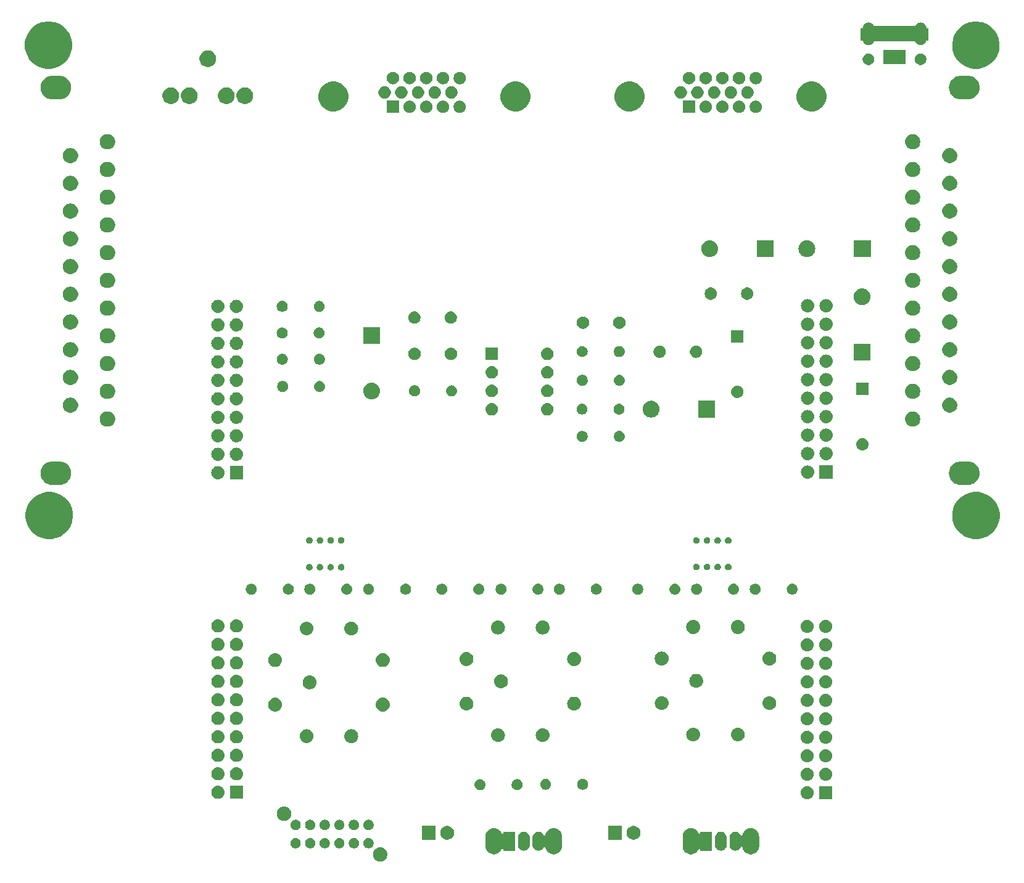
<source format=gbr>
G04 #@! TF.GenerationSoftware,KiCad,Pcbnew,(5.1.4)-1*
G04 #@! TF.CreationDate,2020-12-20T09:49:53+01:00*
G04 #@! TF.ProjectId,MonochromeRGB,4d6f6e6f-6368-4726-9f6d-655247422e6b,rev?*
G04 #@! TF.SameCoordinates,Original*
G04 #@! TF.FileFunction,Soldermask,Top*
G04 #@! TF.FilePolarity,Negative*
%FSLAX46Y46*%
G04 Gerber Fmt 4.6, Leading zero omitted, Abs format (unit mm)*
G04 Created by KiCad (PCBNEW (5.1.4)-1) date 2020-12-20 09:49:53*
%MOMM*%
%LPD*%
G04 APERTURE LIST*
%ADD10C,0.100000*%
G04 APERTURE END LIST*
D10*
G36*
X202543900Y-31192100D02*
G01*
X202543900Y-32892100D01*
X204543900Y-32892100D01*
X204543900Y-31192100D01*
X202543900Y-31192100D01*
G37*
G36*
X195175900Y-31192100D02*
G01*
X195175900Y-32892100D01*
X197175900Y-32892100D01*
X197175900Y-31192100D01*
X195175900Y-31192100D01*
G37*
G36*
X198509900Y-31192100D02*
G01*
X198509900Y-32892100D01*
X201209900Y-32892100D01*
X201209900Y-31192100D01*
X198509900Y-31192100D01*
G37*
G36*
X129448187Y-143735533D02*
G01*
X129543675Y-143754527D01*
X129618190Y-143785393D01*
X129723569Y-143829042D01*
X129736085Y-143837405D01*
X129885472Y-143937222D01*
X130023158Y-144074908D01*
X130023159Y-144074910D01*
X130131338Y-144236811D01*
X130205853Y-144416706D01*
X130243840Y-144607680D01*
X130243840Y-144802400D01*
X130205853Y-144993374D01*
X130131338Y-145173269D01*
X130131337Y-145173270D01*
X130023158Y-145335172D01*
X129885472Y-145472858D01*
X129803971Y-145527315D01*
X129723569Y-145581038D01*
X129618190Y-145624687D01*
X129543675Y-145655553D01*
X129448187Y-145674547D01*
X129352700Y-145693540D01*
X129157980Y-145693540D01*
X129062493Y-145674547D01*
X128967005Y-145655553D01*
X128892490Y-145624687D01*
X128787111Y-145581038D01*
X128706709Y-145527315D01*
X128625208Y-145472858D01*
X128487522Y-145335172D01*
X128379343Y-145173270D01*
X128379342Y-145173269D01*
X128304827Y-144993374D01*
X128266840Y-144802400D01*
X128266840Y-144607680D01*
X128304827Y-144416706D01*
X128379342Y-144236811D01*
X128487521Y-144074910D01*
X128487522Y-144074908D01*
X128625208Y-143937222D01*
X128774595Y-143837405D01*
X128787111Y-143829042D01*
X128892490Y-143785393D01*
X128967005Y-143754527D01*
X129062493Y-143735533D01*
X129157980Y-143716540D01*
X129352700Y-143716540D01*
X129448187Y-143735533D01*
X129448187Y-143735533D01*
G37*
G36*
X145105274Y-141105894D02*
G01*
X145322239Y-141171710D01*
X145322241Y-141171711D01*
X145522193Y-141278587D01*
X145522195Y-141278588D01*
X145522194Y-141278588D01*
X145697458Y-141422422D01*
X145725953Y-141457144D01*
X145841293Y-141597685D01*
X145943402Y-141788719D01*
X145957015Y-141809093D01*
X145974342Y-141826420D01*
X145994717Y-141840034D01*
X146017355Y-141849412D01*
X146041389Y-141854192D01*
X146065893Y-141854192D01*
X146089926Y-141849412D01*
X146112565Y-141840034D01*
X146132939Y-141826421D01*
X146150266Y-141809094D01*
X146163880Y-141788719D01*
X146173258Y-141766081D01*
X146178038Y-141742047D01*
X146178640Y-141729795D01*
X146178640Y-141589240D01*
X147780640Y-141589240D01*
X147780640Y-144191240D01*
X146178640Y-144191240D01*
X146178640Y-144050685D01*
X146176238Y-144026299D01*
X146169125Y-144002850D01*
X146157574Y-143981239D01*
X146142029Y-143962297D01*
X146123087Y-143946752D01*
X146101476Y-143935201D01*
X146078027Y-143928088D01*
X146053641Y-143925686D01*
X146029255Y-143928088D01*
X146005806Y-143935201D01*
X145984195Y-143946752D01*
X145965253Y-143962297D01*
X145949708Y-143981239D01*
X145943402Y-143991761D01*
X145841293Y-144182795D01*
X145697458Y-144358058D01*
X145522195Y-144501893D01*
X145322242Y-144608769D01*
X145322240Y-144608770D01*
X145105275Y-144674586D01*
X144879640Y-144696809D01*
X144654006Y-144674586D01*
X144437041Y-144608770D01*
X144437039Y-144608769D01*
X144237086Y-144501893D01*
X144061823Y-144358058D01*
X143917988Y-144182794D01*
X143811111Y-143982842D01*
X143810625Y-143981239D01*
X143745294Y-143765875D01*
X143728640Y-143596783D01*
X143728640Y-142183698D01*
X143745294Y-142014606D01*
X143811110Y-141797641D01*
X143827979Y-141766081D01*
X143917987Y-141597687D01*
X143939859Y-141571036D01*
X144061822Y-141422422D01*
X144175534Y-141329101D01*
X144237085Y-141278587D01*
X144437038Y-141171711D01*
X144437040Y-141171710D01*
X144654005Y-141105894D01*
X144879640Y-141083671D01*
X145105274Y-141105894D01*
X145105274Y-141105894D01*
G37*
G36*
X172143574Y-141105894D02*
G01*
X172360539Y-141171710D01*
X172360541Y-141171711D01*
X172560493Y-141278587D01*
X172560495Y-141278588D01*
X172560494Y-141278588D01*
X172735758Y-141422422D01*
X172764253Y-141457144D01*
X172879593Y-141597685D01*
X172981702Y-141788719D01*
X172995315Y-141809093D01*
X173012642Y-141826420D01*
X173033017Y-141840034D01*
X173055655Y-141849412D01*
X173079689Y-141854192D01*
X173104193Y-141854192D01*
X173128226Y-141849412D01*
X173150865Y-141840034D01*
X173171239Y-141826421D01*
X173188566Y-141809094D01*
X173202180Y-141788719D01*
X173211558Y-141766081D01*
X173216338Y-141742047D01*
X173216940Y-141729795D01*
X173216940Y-141589240D01*
X174818940Y-141589240D01*
X174818940Y-144191240D01*
X173216940Y-144191240D01*
X173216940Y-144050685D01*
X173214538Y-144026299D01*
X173207425Y-144002850D01*
X173195874Y-143981239D01*
X173180329Y-143962297D01*
X173161387Y-143946752D01*
X173139776Y-143935201D01*
X173116327Y-143928088D01*
X173091941Y-143925686D01*
X173067555Y-143928088D01*
X173044106Y-143935201D01*
X173022495Y-143946752D01*
X173003553Y-143962297D01*
X172988008Y-143981239D01*
X172981702Y-143991761D01*
X172879593Y-144182795D01*
X172735758Y-144358058D01*
X172560495Y-144501893D01*
X172360542Y-144608769D01*
X172360540Y-144608770D01*
X172143575Y-144674586D01*
X171917940Y-144696809D01*
X171692306Y-144674586D01*
X171475341Y-144608770D01*
X171475339Y-144608769D01*
X171275386Y-144501893D01*
X171100123Y-144358058D01*
X170956288Y-144182794D01*
X170849411Y-143982842D01*
X170848925Y-143981239D01*
X170783594Y-143765875D01*
X170766940Y-143596783D01*
X170766940Y-142183698D01*
X170783594Y-142014606D01*
X170849410Y-141797641D01*
X170866279Y-141766081D01*
X170956287Y-141597687D01*
X170978159Y-141571036D01*
X171100122Y-141422422D01*
X171213834Y-141329101D01*
X171275385Y-141278587D01*
X171475338Y-141171711D01*
X171475340Y-141171710D01*
X171692305Y-141105894D01*
X171917940Y-141083671D01*
X172143574Y-141105894D01*
X172143574Y-141105894D01*
G37*
G36*
X180343574Y-141105894D02*
G01*
X180560539Y-141171710D01*
X180560541Y-141171711D01*
X180760493Y-141278587D01*
X180760495Y-141278588D01*
X180760494Y-141278588D01*
X180935758Y-141422422D01*
X180964253Y-141457144D01*
X181079593Y-141597685D01*
X181181702Y-141788719D01*
X181186470Y-141797640D01*
X181251476Y-142011935D01*
X181252286Y-142014606D01*
X181260380Y-142096780D01*
X181268940Y-142183697D01*
X181268940Y-143596783D01*
X181252286Y-143765875D01*
X181186956Y-143981239D01*
X181186469Y-143982842D01*
X181079593Y-144182795D01*
X180935758Y-144358058D01*
X180760495Y-144501893D01*
X180560542Y-144608769D01*
X180560540Y-144608770D01*
X180343575Y-144674586D01*
X180117940Y-144696809D01*
X179892306Y-144674586D01*
X179675341Y-144608770D01*
X179675339Y-144608769D01*
X179475386Y-144501893D01*
X179300123Y-144358058D01*
X179156288Y-144182794D01*
X179049411Y-143982842D01*
X179049410Y-143982840D01*
X178983594Y-143765875D01*
X178983594Y-143765871D01*
X178982952Y-143763756D01*
X178979031Y-143744043D01*
X178969655Y-143721404D01*
X178956041Y-143701030D01*
X178938715Y-143683702D01*
X178918341Y-143670088D01*
X178895702Y-143660710D01*
X178871669Y-143655929D01*
X178847165Y-143655929D01*
X178823131Y-143660709D01*
X178800492Y-143670085D01*
X178780118Y-143683699D01*
X178762790Y-143701025D01*
X178749175Y-143721401D01*
X178687169Y-143837405D01*
X178587073Y-143959373D01*
X178465105Y-144059469D01*
X178325953Y-144133848D01*
X178275622Y-144149115D01*
X178174963Y-144179650D01*
X178017940Y-144195115D01*
X177860918Y-144179650D01*
X177760259Y-144149115D01*
X177709928Y-144133848D01*
X177570776Y-144059469D01*
X177448808Y-143959373D01*
X177348712Y-143837405D01*
X177274333Y-143698253D01*
X177245105Y-143601899D01*
X177228531Y-143547263D01*
X177216941Y-143429585D01*
X177216940Y-142350896D01*
X177228530Y-142233218D01*
X177265788Y-142110394D01*
X177274332Y-142082228D01*
X177348711Y-141943076D01*
X177348712Y-141943075D01*
X177448807Y-141821107D01*
X177570775Y-141721011D01*
X177709927Y-141646632D01*
X177760258Y-141631365D01*
X177860917Y-141600830D01*
X178017940Y-141585365D01*
X178174962Y-141600830D01*
X178275621Y-141631365D01*
X178325952Y-141646632D01*
X178465104Y-141721011D01*
X178587073Y-141821107D01*
X178687169Y-141943075D01*
X178749175Y-142059079D01*
X178762789Y-142079453D01*
X178780116Y-142096780D01*
X178800490Y-142110394D01*
X178823129Y-142119771D01*
X178847163Y-142124551D01*
X178871667Y-142124551D01*
X178895700Y-142119770D01*
X178918339Y-142110393D01*
X178938713Y-142096779D01*
X178956040Y-142079452D01*
X178969654Y-142059078D01*
X178979031Y-142036439D01*
X178982952Y-142016725D01*
X178983594Y-142014607D01*
X178983594Y-142014606D01*
X179049410Y-141797641D01*
X179066279Y-141766081D01*
X179156287Y-141597687D01*
X179178159Y-141571036D01*
X179300122Y-141422422D01*
X179413834Y-141329101D01*
X179475385Y-141278587D01*
X179675338Y-141171711D01*
X179675340Y-141171710D01*
X179892305Y-141105894D01*
X180117940Y-141083671D01*
X180343574Y-141105894D01*
X180343574Y-141105894D01*
G37*
G36*
X153305274Y-141105894D02*
G01*
X153522239Y-141171710D01*
X153522241Y-141171711D01*
X153722193Y-141278587D01*
X153722195Y-141278588D01*
X153722194Y-141278588D01*
X153897458Y-141422422D01*
X153925953Y-141457144D01*
X154041293Y-141597685D01*
X154143402Y-141788719D01*
X154148170Y-141797640D01*
X154213176Y-142011935D01*
X154213986Y-142014606D01*
X154222080Y-142096780D01*
X154230640Y-142183697D01*
X154230640Y-143596783D01*
X154213986Y-143765875D01*
X154148656Y-143981239D01*
X154148169Y-143982842D01*
X154041293Y-144182795D01*
X153897458Y-144358058D01*
X153722195Y-144501893D01*
X153522242Y-144608769D01*
X153522240Y-144608770D01*
X153305275Y-144674586D01*
X153079640Y-144696809D01*
X152854006Y-144674586D01*
X152637041Y-144608770D01*
X152637039Y-144608769D01*
X152437086Y-144501893D01*
X152261823Y-144358058D01*
X152117988Y-144182794D01*
X152011111Y-143982842D01*
X152011110Y-143982840D01*
X151945294Y-143765875D01*
X151945294Y-143765871D01*
X151944652Y-143763756D01*
X151940731Y-143744043D01*
X151931355Y-143721404D01*
X151917741Y-143701030D01*
X151900415Y-143683702D01*
X151880041Y-143670088D01*
X151857402Y-143660710D01*
X151833369Y-143655929D01*
X151808865Y-143655929D01*
X151784831Y-143660709D01*
X151762192Y-143670085D01*
X151741818Y-143683699D01*
X151724490Y-143701025D01*
X151710875Y-143721401D01*
X151648869Y-143837405D01*
X151548773Y-143959373D01*
X151426805Y-144059469D01*
X151287653Y-144133848D01*
X151237322Y-144149115D01*
X151136663Y-144179650D01*
X150979640Y-144195115D01*
X150822618Y-144179650D01*
X150721959Y-144149115D01*
X150671628Y-144133848D01*
X150532476Y-144059469D01*
X150410508Y-143959373D01*
X150310412Y-143837405D01*
X150236033Y-143698253D01*
X150206805Y-143601899D01*
X150190231Y-143547263D01*
X150178641Y-143429585D01*
X150178640Y-142350896D01*
X150190230Y-142233218D01*
X150227488Y-142110394D01*
X150236032Y-142082228D01*
X150310411Y-141943076D01*
X150310412Y-141943075D01*
X150410507Y-141821107D01*
X150532475Y-141721011D01*
X150671627Y-141646632D01*
X150721958Y-141631365D01*
X150822617Y-141600830D01*
X150979640Y-141585365D01*
X151136662Y-141600830D01*
X151237321Y-141631365D01*
X151287652Y-141646632D01*
X151426804Y-141721011D01*
X151548773Y-141821107D01*
X151648869Y-141943075D01*
X151710875Y-142059079D01*
X151724489Y-142079453D01*
X151741816Y-142096780D01*
X151762190Y-142110394D01*
X151784829Y-142119771D01*
X151808863Y-142124551D01*
X151833367Y-142124551D01*
X151857400Y-142119770D01*
X151880039Y-142110393D01*
X151900413Y-142096779D01*
X151917740Y-142079452D01*
X151931354Y-142059078D01*
X151940731Y-142036439D01*
X151944652Y-142016725D01*
X151945294Y-142014607D01*
X151945294Y-142014606D01*
X152011110Y-141797641D01*
X152027979Y-141766081D01*
X152117987Y-141597687D01*
X152139859Y-141571036D01*
X152261822Y-141422422D01*
X152375534Y-141329101D01*
X152437085Y-141278587D01*
X152637038Y-141171711D01*
X152637040Y-141171710D01*
X152854005Y-141105894D01*
X153079640Y-141083671D01*
X153305274Y-141105894D01*
X153305274Y-141105894D01*
G37*
G36*
X176174962Y-141600830D02*
G01*
X176275621Y-141631365D01*
X176325952Y-141646632D01*
X176465104Y-141721011D01*
X176587073Y-141821107D01*
X176687169Y-141943075D01*
X176761548Y-142082227D01*
X176770092Y-142110393D01*
X176807350Y-142233217D01*
X176818940Y-142350895D01*
X176818940Y-143429585D01*
X176807350Y-143547263D01*
X176790776Y-143601899D01*
X176761548Y-143698253D01*
X176687169Y-143837405D01*
X176587073Y-143959373D01*
X176465105Y-144059469D01*
X176325953Y-144133848D01*
X176275622Y-144149115D01*
X176174963Y-144179650D01*
X176017940Y-144195115D01*
X175860918Y-144179650D01*
X175760259Y-144149115D01*
X175709928Y-144133848D01*
X175570776Y-144059469D01*
X175448808Y-143959373D01*
X175348712Y-143837405D01*
X175274333Y-143698253D01*
X175245105Y-143601899D01*
X175228531Y-143547263D01*
X175216941Y-143429585D01*
X175216940Y-142350896D01*
X175228530Y-142233218D01*
X175265788Y-142110394D01*
X175274332Y-142082228D01*
X175348711Y-141943076D01*
X175348712Y-141943075D01*
X175448807Y-141821107D01*
X175570775Y-141721011D01*
X175709927Y-141646632D01*
X175760258Y-141631365D01*
X175860917Y-141600830D01*
X176017940Y-141585365D01*
X176174962Y-141600830D01*
X176174962Y-141600830D01*
G37*
G36*
X149136662Y-141600830D02*
G01*
X149237321Y-141631365D01*
X149287652Y-141646632D01*
X149426804Y-141721011D01*
X149548773Y-141821107D01*
X149648869Y-141943075D01*
X149723248Y-142082227D01*
X149731792Y-142110393D01*
X149769050Y-142233217D01*
X149780640Y-142350895D01*
X149780640Y-143429585D01*
X149769050Y-143547263D01*
X149752476Y-143601899D01*
X149723248Y-143698253D01*
X149648869Y-143837405D01*
X149548773Y-143959373D01*
X149426805Y-144059469D01*
X149287653Y-144133848D01*
X149237322Y-144149115D01*
X149136663Y-144179650D01*
X148979640Y-144195115D01*
X148822618Y-144179650D01*
X148721959Y-144149115D01*
X148671628Y-144133848D01*
X148532476Y-144059469D01*
X148410508Y-143959373D01*
X148310412Y-143837405D01*
X148236033Y-143698253D01*
X148206805Y-143601899D01*
X148190231Y-143547263D01*
X148178641Y-143429585D01*
X148178640Y-142350896D01*
X148190230Y-142233218D01*
X148227488Y-142110394D01*
X148236032Y-142082228D01*
X148310411Y-141943076D01*
X148310412Y-141943075D01*
X148410507Y-141821107D01*
X148532475Y-141721011D01*
X148671627Y-141646632D01*
X148721958Y-141631365D01*
X148822617Y-141600830D01*
X148979640Y-141585365D01*
X149136662Y-141600830D01*
X149136662Y-141600830D01*
G37*
G36*
X121859813Y-142480978D02*
G01*
X121987389Y-142533822D01*
X122102199Y-142610535D01*
X122199845Y-142708181D01*
X122276558Y-142822991D01*
X122329402Y-142950567D01*
X122356340Y-143085996D01*
X122356340Y-143224084D01*
X122329402Y-143359513D01*
X122276558Y-143487089D01*
X122199845Y-143601899D01*
X122102199Y-143699545D01*
X121987389Y-143776258D01*
X121859813Y-143829102D01*
X121724384Y-143856040D01*
X121586296Y-143856040D01*
X121450867Y-143829102D01*
X121323291Y-143776258D01*
X121208481Y-143699545D01*
X121110835Y-143601899D01*
X121034122Y-143487089D01*
X120981278Y-143359513D01*
X120954340Y-143224084D01*
X120954340Y-143085996D01*
X120981278Y-142950567D01*
X121034122Y-142822991D01*
X121110835Y-142708181D01*
X121208481Y-142610535D01*
X121323291Y-142533822D01*
X121450867Y-142480978D01*
X121586296Y-142454040D01*
X121724384Y-142454040D01*
X121859813Y-142480978D01*
X121859813Y-142480978D01*
G37*
G36*
X119859813Y-142480978D02*
G01*
X119987389Y-142533822D01*
X120102199Y-142610535D01*
X120199845Y-142708181D01*
X120276558Y-142822991D01*
X120329402Y-142950567D01*
X120356340Y-143085996D01*
X120356340Y-143224084D01*
X120329402Y-143359513D01*
X120276558Y-143487089D01*
X120199845Y-143601899D01*
X120102199Y-143699545D01*
X119987389Y-143776258D01*
X119859813Y-143829102D01*
X119724384Y-143856040D01*
X119586296Y-143856040D01*
X119450867Y-143829102D01*
X119323291Y-143776258D01*
X119208481Y-143699545D01*
X119110835Y-143601899D01*
X119034122Y-143487089D01*
X118981278Y-143359513D01*
X118954340Y-143224084D01*
X118954340Y-143085996D01*
X118981278Y-142950567D01*
X119034122Y-142822991D01*
X119110835Y-142708181D01*
X119208481Y-142610535D01*
X119323291Y-142533822D01*
X119450867Y-142480978D01*
X119586296Y-142454040D01*
X119724384Y-142454040D01*
X119859813Y-142480978D01*
X119859813Y-142480978D01*
G37*
G36*
X117859813Y-142480978D02*
G01*
X117987389Y-142533822D01*
X118102199Y-142610535D01*
X118199845Y-142708181D01*
X118276558Y-142822991D01*
X118329402Y-142950567D01*
X118356340Y-143085996D01*
X118356340Y-143224084D01*
X118329402Y-143359513D01*
X118276558Y-143487089D01*
X118199845Y-143601899D01*
X118102199Y-143699545D01*
X117987389Y-143776258D01*
X117859813Y-143829102D01*
X117724384Y-143856040D01*
X117586296Y-143856040D01*
X117450867Y-143829102D01*
X117323291Y-143776258D01*
X117208481Y-143699545D01*
X117110835Y-143601899D01*
X117034122Y-143487089D01*
X116981278Y-143359513D01*
X116954340Y-143224084D01*
X116954340Y-143085996D01*
X116981278Y-142950567D01*
X117034122Y-142822991D01*
X117110835Y-142708181D01*
X117208481Y-142610535D01*
X117323291Y-142533822D01*
X117450867Y-142480978D01*
X117586296Y-142454040D01*
X117724384Y-142454040D01*
X117859813Y-142480978D01*
X117859813Y-142480978D01*
G37*
G36*
X127859813Y-142480978D02*
G01*
X127987389Y-142533822D01*
X128102199Y-142610535D01*
X128199845Y-142708181D01*
X128276558Y-142822991D01*
X128329402Y-142950567D01*
X128356340Y-143085996D01*
X128356340Y-143224084D01*
X128329402Y-143359513D01*
X128276558Y-143487089D01*
X128199845Y-143601899D01*
X128102199Y-143699545D01*
X127987389Y-143776258D01*
X127859813Y-143829102D01*
X127724384Y-143856040D01*
X127586296Y-143856040D01*
X127450867Y-143829102D01*
X127323291Y-143776258D01*
X127208481Y-143699545D01*
X127110835Y-143601899D01*
X127034122Y-143487089D01*
X126981278Y-143359513D01*
X126954340Y-143224084D01*
X126954340Y-143085996D01*
X126981278Y-142950567D01*
X127034122Y-142822991D01*
X127110835Y-142708181D01*
X127208481Y-142610535D01*
X127323291Y-142533822D01*
X127450867Y-142480978D01*
X127586296Y-142454040D01*
X127724384Y-142454040D01*
X127859813Y-142480978D01*
X127859813Y-142480978D01*
G37*
G36*
X125859813Y-142480978D02*
G01*
X125987389Y-142533822D01*
X126102199Y-142610535D01*
X126199845Y-142708181D01*
X126276558Y-142822991D01*
X126329402Y-142950567D01*
X126356340Y-143085996D01*
X126356340Y-143224084D01*
X126329402Y-143359513D01*
X126276558Y-143487089D01*
X126199845Y-143601899D01*
X126102199Y-143699545D01*
X125987389Y-143776258D01*
X125859813Y-143829102D01*
X125724384Y-143856040D01*
X125586296Y-143856040D01*
X125450867Y-143829102D01*
X125323291Y-143776258D01*
X125208481Y-143699545D01*
X125110835Y-143601899D01*
X125034122Y-143487089D01*
X124981278Y-143359513D01*
X124954340Y-143224084D01*
X124954340Y-143085996D01*
X124981278Y-142950567D01*
X125034122Y-142822991D01*
X125110835Y-142708181D01*
X125208481Y-142610535D01*
X125323291Y-142533822D01*
X125450867Y-142480978D01*
X125586296Y-142454040D01*
X125724384Y-142454040D01*
X125859813Y-142480978D01*
X125859813Y-142480978D01*
G37*
G36*
X123859813Y-142480978D02*
G01*
X123987389Y-142533822D01*
X124102199Y-142610535D01*
X124199845Y-142708181D01*
X124276558Y-142822991D01*
X124329402Y-142950567D01*
X124356340Y-143085996D01*
X124356340Y-143224084D01*
X124329402Y-143359513D01*
X124276558Y-143487089D01*
X124199845Y-143601899D01*
X124102199Y-143699545D01*
X123987389Y-143776258D01*
X123859813Y-143829102D01*
X123724384Y-143856040D01*
X123586296Y-143856040D01*
X123450867Y-143829102D01*
X123323291Y-143776258D01*
X123208481Y-143699545D01*
X123110835Y-143601899D01*
X123034122Y-143487089D01*
X122981278Y-143359513D01*
X122954340Y-143224084D01*
X122954340Y-143085996D01*
X122981278Y-142950567D01*
X123034122Y-142822991D01*
X123110835Y-142708181D01*
X123208481Y-142610535D01*
X123323291Y-142533822D01*
X123450867Y-142480978D01*
X123586296Y-142454040D01*
X123724384Y-142454040D01*
X123859813Y-142480978D01*
X123859813Y-142480978D01*
G37*
G36*
X164325835Y-140820086D02*
G01*
X164498906Y-140891774D01*
X164498907Y-140891775D01*
X164654667Y-140995850D01*
X164787130Y-141128313D01*
X164787131Y-141128315D01*
X164891206Y-141284074D01*
X164962894Y-141457145D01*
X164999440Y-141640873D01*
X164999440Y-141828207D01*
X164962894Y-142011935D01*
X164891206Y-142185006D01*
X164891205Y-142185007D01*
X164787130Y-142340767D01*
X164654667Y-142473230D01*
X164576258Y-142525621D01*
X164498906Y-142577306D01*
X164325835Y-142648994D01*
X164142107Y-142685540D01*
X163954773Y-142685540D01*
X163771045Y-142648994D01*
X163597974Y-142577306D01*
X163520622Y-142525621D01*
X163442213Y-142473230D01*
X163309750Y-142340767D01*
X163205675Y-142185007D01*
X163205674Y-142185006D01*
X163133986Y-142011935D01*
X163097440Y-141828207D01*
X163097440Y-141640873D01*
X163133986Y-141457145D01*
X163205674Y-141284074D01*
X163309749Y-141128315D01*
X163309750Y-141128313D01*
X163442213Y-140995850D01*
X163597973Y-140891775D01*
X163597974Y-140891774D01*
X163771045Y-140820086D01*
X163954773Y-140783540D01*
X164142107Y-140783540D01*
X164325835Y-140820086D01*
X164325835Y-140820086D01*
G37*
G36*
X138722635Y-140820086D02*
G01*
X138895706Y-140891774D01*
X138895707Y-140891775D01*
X139051467Y-140995850D01*
X139183930Y-141128313D01*
X139183931Y-141128315D01*
X139288006Y-141284074D01*
X139359694Y-141457145D01*
X139396240Y-141640873D01*
X139396240Y-141828207D01*
X139359694Y-142011935D01*
X139288006Y-142185006D01*
X139288005Y-142185007D01*
X139183930Y-142340767D01*
X139051467Y-142473230D01*
X138973058Y-142525621D01*
X138895706Y-142577306D01*
X138722635Y-142648994D01*
X138538907Y-142685540D01*
X138351573Y-142685540D01*
X138167845Y-142648994D01*
X137994774Y-142577306D01*
X137917422Y-142525621D01*
X137839013Y-142473230D01*
X137706550Y-142340767D01*
X137602475Y-142185007D01*
X137602474Y-142185006D01*
X137530786Y-142011935D01*
X137494240Y-141828207D01*
X137494240Y-141640873D01*
X137530786Y-141457145D01*
X137602474Y-141284074D01*
X137706549Y-141128315D01*
X137706550Y-141128313D01*
X137839013Y-140995850D01*
X137994773Y-140891775D01*
X137994774Y-140891774D01*
X138167845Y-140820086D01*
X138351573Y-140783540D01*
X138538907Y-140783540D01*
X138722635Y-140820086D01*
X138722635Y-140820086D01*
G37*
G36*
X162459440Y-142685540D02*
G01*
X160557440Y-142685540D01*
X160557440Y-140783540D01*
X162459440Y-140783540D01*
X162459440Y-142685540D01*
X162459440Y-142685540D01*
G37*
G36*
X136856240Y-142685540D02*
G01*
X134954240Y-142685540D01*
X134954240Y-140783540D01*
X136856240Y-140783540D01*
X136856240Y-142685540D01*
X136856240Y-142685540D01*
G37*
G36*
X127859813Y-139980978D02*
G01*
X127987389Y-140033822D01*
X128102199Y-140110535D01*
X128199845Y-140208181D01*
X128276558Y-140322991D01*
X128329402Y-140450567D01*
X128356340Y-140585996D01*
X128356340Y-140724084D01*
X128329402Y-140859513D01*
X128276558Y-140987089D01*
X128199845Y-141101899D01*
X128102199Y-141199545D01*
X127987389Y-141276258D01*
X127859813Y-141329102D01*
X127724384Y-141356040D01*
X127586296Y-141356040D01*
X127450867Y-141329102D01*
X127323291Y-141276258D01*
X127208481Y-141199545D01*
X127110835Y-141101899D01*
X127034122Y-140987089D01*
X126981278Y-140859513D01*
X126954340Y-140724084D01*
X126954340Y-140585996D01*
X126981278Y-140450567D01*
X127034122Y-140322991D01*
X127110835Y-140208181D01*
X127208481Y-140110535D01*
X127323291Y-140033822D01*
X127450867Y-139980978D01*
X127586296Y-139954040D01*
X127724384Y-139954040D01*
X127859813Y-139980978D01*
X127859813Y-139980978D01*
G37*
G36*
X123859813Y-139980978D02*
G01*
X123987389Y-140033822D01*
X124102199Y-140110535D01*
X124199845Y-140208181D01*
X124276558Y-140322991D01*
X124329402Y-140450567D01*
X124356340Y-140585996D01*
X124356340Y-140724084D01*
X124329402Y-140859513D01*
X124276558Y-140987089D01*
X124199845Y-141101899D01*
X124102199Y-141199545D01*
X123987389Y-141276258D01*
X123859813Y-141329102D01*
X123724384Y-141356040D01*
X123586296Y-141356040D01*
X123450867Y-141329102D01*
X123323291Y-141276258D01*
X123208481Y-141199545D01*
X123110835Y-141101899D01*
X123034122Y-140987089D01*
X122981278Y-140859513D01*
X122954340Y-140724084D01*
X122954340Y-140585996D01*
X122981278Y-140450567D01*
X123034122Y-140322991D01*
X123110835Y-140208181D01*
X123208481Y-140110535D01*
X123323291Y-140033822D01*
X123450867Y-139980978D01*
X123586296Y-139954040D01*
X123724384Y-139954040D01*
X123859813Y-139980978D01*
X123859813Y-139980978D01*
G37*
G36*
X121859813Y-139980978D02*
G01*
X121987389Y-140033822D01*
X122102199Y-140110535D01*
X122199845Y-140208181D01*
X122276558Y-140322991D01*
X122329402Y-140450567D01*
X122356340Y-140585996D01*
X122356340Y-140724084D01*
X122329402Y-140859513D01*
X122276558Y-140987089D01*
X122199845Y-141101899D01*
X122102199Y-141199545D01*
X121987389Y-141276258D01*
X121859813Y-141329102D01*
X121724384Y-141356040D01*
X121586296Y-141356040D01*
X121450867Y-141329102D01*
X121323291Y-141276258D01*
X121208481Y-141199545D01*
X121110835Y-141101899D01*
X121034122Y-140987089D01*
X120981278Y-140859513D01*
X120954340Y-140724084D01*
X120954340Y-140585996D01*
X120981278Y-140450567D01*
X121034122Y-140322991D01*
X121110835Y-140208181D01*
X121208481Y-140110535D01*
X121323291Y-140033822D01*
X121450867Y-139980978D01*
X121586296Y-139954040D01*
X121724384Y-139954040D01*
X121859813Y-139980978D01*
X121859813Y-139980978D01*
G37*
G36*
X119859813Y-139980978D02*
G01*
X119987389Y-140033822D01*
X120102199Y-140110535D01*
X120199845Y-140208181D01*
X120276558Y-140322991D01*
X120329402Y-140450567D01*
X120356340Y-140585996D01*
X120356340Y-140724084D01*
X120329402Y-140859513D01*
X120276558Y-140987089D01*
X120199845Y-141101899D01*
X120102199Y-141199545D01*
X119987389Y-141276258D01*
X119859813Y-141329102D01*
X119724384Y-141356040D01*
X119586296Y-141356040D01*
X119450867Y-141329102D01*
X119323291Y-141276258D01*
X119208481Y-141199545D01*
X119110835Y-141101899D01*
X119034122Y-140987089D01*
X118981278Y-140859513D01*
X118954340Y-140724084D01*
X118954340Y-140585996D01*
X118981278Y-140450567D01*
X119034122Y-140322991D01*
X119110835Y-140208181D01*
X119208481Y-140110535D01*
X119323291Y-140033822D01*
X119450867Y-139980978D01*
X119586296Y-139954040D01*
X119724384Y-139954040D01*
X119859813Y-139980978D01*
X119859813Y-139980978D01*
G37*
G36*
X117859813Y-139980978D02*
G01*
X117987389Y-140033822D01*
X118102199Y-140110535D01*
X118199845Y-140208181D01*
X118276558Y-140322991D01*
X118329402Y-140450567D01*
X118356340Y-140585996D01*
X118356340Y-140724084D01*
X118329402Y-140859513D01*
X118276558Y-140987089D01*
X118199845Y-141101899D01*
X118102199Y-141199545D01*
X117987389Y-141276258D01*
X117859813Y-141329102D01*
X117724384Y-141356040D01*
X117586296Y-141356040D01*
X117450867Y-141329102D01*
X117323291Y-141276258D01*
X117208481Y-141199545D01*
X117110835Y-141101899D01*
X117034122Y-140987089D01*
X116981278Y-140859513D01*
X116954340Y-140724084D01*
X116954340Y-140585996D01*
X116981278Y-140450567D01*
X117034122Y-140322991D01*
X117110835Y-140208181D01*
X117208481Y-140110535D01*
X117323291Y-140033822D01*
X117450867Y-139980978D01*
X117586296Y-139954040D01*
X117724384Y-139954040D01*
X117859813Y-139980978D01*
X117859813Y-139980978D01*
G37*
G36*
X125859813Y-139980978D02*
G01*
X125987389Y-140033822D01*
X126102199Y-140110535D01*
X126199845Y-140208181D01*
X126276558Y-140322991D01*
X126329402Y-140450567D01*
X126356340Y-140585996D01*
X126356340Y-140724084D01*
X126329402Y-140859513D01*
X126276558Y-140987089D01*
X126199845Y-141101899D01*
X126102199Y-141199545D01*
X125987389Y-141276258D01*
X125859813Y-141329102D01*
X125724384Y-141356040D01*
X125586296Y-141356040D01*
X125450867Y-141329102D01*
X125323291Y-141276258D01*
X125208481Y-141199545D01*
X125110835Y-141101899D01*
X125034122Y-140987089D01*
X124981278Y-140859513D01*
X124954340Y-140724084D01*
X124954340Y-140585996D01*
X124981278Y-140450567D01*
X125034122Y-140322991D01*
X125110835Y-140208181D01*
X125208481Y-140110535D01*
X125323291Y-140033822D01*
X125450867Y-139980978D01*
X125586296Y-139954040D01*
X125724384Y-139954040D01*
X125859813Y-139980978D01*
X125859813Y-139980978D01*
G37*
G36*
X116248187Y-138135533D02*
G01*
X116343675Y-138154527D01*
X116418190Y-138185393D01*
X116523569Y-138229042D01*
X116523570Y-138229043D01*
X116685472Y-138337222D01*
X116823158Y-138474908D01*
X116823159Y-138474910D01*
X116931338Y-138636811D01*
X117005853Y-138816706D01*
X117043840Y-139007680D01*
X117043840Y-139202400D01*
X117005853Y-139393374D01*
X116931338Y-139573269D01*
X116931337Y-139573270D01*
X116823158Y-139735172D01*
X116685472Y-139872858D01*
X116603971Y-139927315D01*
X116523569Y-139981038D01*
X116418190Y-140024687D01*
X116343675Y-140055553D01*
X116248187Y-140074546D01*
X116152700Y-140093540D01*
X115957980Y-140093540D01*
X115862493Y-140074546D01*
X115767005Y-140055553D01*
X115692490Y-140024687D01*
X115587111Y-139981038D01*
X115506709Y-139927315D01*
X115425208Y-139872858D01*
X115287522Y-139735172D01*
X115179343Y-139573270D01*
X115179342Y-139573269D01*
X115104827Y-139393374D01*
X115066840Y-139202400D01*
X115066840Y-139007680D01*
X115104827Y-138816706D01*
X115179342Y-138636811D01*
X115287521Y-138474910D01*
X115287522Y-138474908D01*
X115425208Y-138337222D01*
X115587110Y-138229043D01*
X115587111Y-138229042D01*
X115692490Y-138185393D01*
X115767005Y-138154527D01*
X115862493Y-138135533D01*
X115957980Y-138116540D01*
X116152700Y-138116540D01*
X116248187Y-138135533D01*
X116248187Y-138135533D01*
G37*
G36*
X187971383Y-135328259D02*
G01*
X188037567Y-135334777D01*
X188207406Y-135386297D01*
X188363931Y-135469962D01*
X188377639Y-135481212D01*
X188501126Y-135582554D01*
X188584388Y-135684011D01*
X188613718Y-135719749D01*
X188613719Y-135719751D01*
X188684886Y-135852893D01*
X188697383Y-135876274D01*
X188748903Y-136046113D01*
X188766299Y-136222740D01*
X188748903Y-136399367D01*
X188697383Y-136569206D01*
X188613718Y-136725731D01*
X188584388Y-136761469D01*
X188501126Y-136862926D01*
X188399669Y-136946188D01*
X188363931Y-136975518D01*
X188207406Y-137059183D01*
X188037567Y-137110703D01*
X187971382Y-137117222D01*
X187905200Y-137123740D01*
X187816680Y-137123740D01*
X187750498Y-137117222D01*
X187684313Y-137110703D01*
X187514474Y-137059183D01*
X187357949Y-136975518D01*
X187322211Y-136946188D01*
X187220754Y-136862926D01*
X187137492Y-136761469D01*
X187108162Y-136725731D01*
X187024497Y-136569206D01*
X186972977Y-136399367D01*
X186955581Y-136222740D01*
X186972977Y-136046113D01*
X187024497Y-135876274D01*
X187036995Y-135852893D01*
X187108161Y-135719751D01*
X187108162Y-135719749D01*
X187137492Y-135684011D01*
X187220754Y-135582554D01*
X187344241Y-135481212D01*
X187357949Y-135469962D01*
X187514474Y-135386297D01*
X187684313Y-135334777D01*
X187750497Y-135328259D01*
X187816680Y-135321740D01*
X187905200Y-135321740D01*
X187971383Y-135328259D01*
X187971383Y-135328259D01*
G37*
G36*
X191301940Y-137123740D02*
G01*
X189499940Y-137123740D01*
X189499940Y-135321740D01*
X191301940Y-135321740D01*
X191301940Y-137123740D01*
X191301940Y-137123740D01*
G37*
G36*
X110441040Y-137060240D02*
G01*
X108639040Y-137060240D01*
X108639040Y-135258240D01*
X110441040Y-135258240D01*
X110441040Y-137060240D01*
X110441040Y-137060240D01*
G37*
G36*
X107110482Y-135264758D02*
G01*
X107176667Y-135271277D01*
X107346506Y-135322797D01*
X107346508Y-135322798D01*
X107398798Y-135350748D01*
X107503031Y-135406462D01*
X107538769Y-135435792D01*
X107640226Y-135519054D01*
X107723488Y-135620511D01*
X107752818Y-135656249D01*
X107836483Y-135812774D01*
X107888003Y-135982613D01*
X107905399Y-136159240D01*
X107888003Y-136335867D01*
X107836483Y-136505706D01*
X107752818Y-136662231D01*
X107723488Y-136697969D01*
X107640226Y-136799426D01*
X107538769Y-136882688D01*
X107503031Y-136912018D01*
X107346506Y-136995683D01*
X107176667Y-137047203D01*
X107110482Y-137053722D01*
X107044300Y-137060240D01*
X106955780Y-137060240D01*
X106889598Y-137053722D01*
X106823413Y-137047203D01*
X106653574Y-136995683D01*
X106497049Y-136912018D01*
X106461311Y-136882688D01*
X106359854Y-136799426D01*
X106276592Y-136697969D01*
X106247262Y-136662231D01*
X106163597Y-136505706D01*
X106112077Y-136335867D01*
X106094681Y-136159240D01*
X106112077Y-135982613D01*
X106163597Y-135812774D01*
X106247262Y-135656249D01*
X106276592Y-135620511D01*
X106359854Y-135519054D01*
X106461311Y-135435792D01*
X106497049Y-135406462D01*
X106601282Y-135350748D01*
X106653572Y-135322798D01*
X106653574Y-135322797D01*
X106823413Y-135271277D01*
X106889598Y-135264758D01*
X106955780Y-135258240D01*
X107044300Y-135258240D01*
X107110482Y-135264758D01*
X107110482Y-135264758D01*
G37*
G36*
X148268039Y-134390620D02*
G01*
X148376435Y-134435519D01*
X148404712Y-134447232D01*
X148527715Y-134529420D01*
X148632320Y-134634025D01*
X148680566Y-134706230D01*
X148714509Y-134757030D01*
X148771120Y-134893701D01*
X148799980Y-135038792D01*
X148799980Y-135186728D01*
X148785409Y-135259980D01*
X148771120Y-135331819D01*
X148714508Y-135468492D01*
X148632320Y-135591495D01*
X148527715Y-135696100D01*
X148404712Y-135778288D01*
X148404711Y-135778289D01*
X148404710Y-135778289D01*
X148268039Y-135834900D01*
X148122948Y-135863760D01*
X147975012Y-135863760D01*
X147829921Y-135834900D01*
X147693250Y-135778289D01*
X147693249Y-135778289D01*
X147693248Y-135778288D01*
X147570245Y-135696100D01*
X147465640Y-135591495D01*
X147383452Y-135468492D01*
X147326840Y-135331819D01*
X147312551Y-135259980D01*
X147297980Y-135186728D01*
X147297980Y-135038792D01*
X147326840Y-134893701D01*
X147383451Y-134757030D01*
X147417394Y-134706230D01*
X147465640Y-134634025D01*
X147570245Y-134529420D01*
X147693248Y-134447232D01*
X147721526Y-134435519D01*
X147829921Y-134390620D01*
X147975012Y-134361760D01*
X148122948Y-134361760D01*
X148268039Y-134390620D01*
X148268039Y-134390620D01*
G37*
G36*
X143042645Y-134365382D02*
G01*
X143116202Y-134372627D01*
X143257766Y-134415570D01*
X143388232Y-134485306D01*
X143418020Y-134509752D01*
X143502587Y-134579153D01*
X143571988Y-134663720D01*
X143596434Y-134693508D01*
X143666170Y-134823974D01*
X143709113Y-134965538D01*
X143723613Y-135112760D01*
X143709113Y-135259982D01*
X143666170Y-135401546D01*
X143596434Y-135532012D01*
X143589308Y-135540695D01*
X143502587Y-135646367D01*
X143441984Y-135696101D01*
X143388232Y-135740214D01*
X143257766Y-135809950D01*
X143116202Y-135852893D01*
X143042645Y-135860138D01*
X143005868Y-135863760D01*
X142932092Y-135863760D01*
X142895315Y-135860138D01*
X142821758Y-135852893D01*
X142680194Y-135809950D01*
X142549728Y-135740214D01*
X142495976Y-135696101D01*
X142435373Y-135646367D01*
X142348652Y-135540695D01*
X142341526Y-135532012D01*
X142271790Y-135401546D01*
X142228847Y-135259982D01*
X142214347Y-135112760D01*
X142228847Y-134965538D01*
X142271790Y-134823974D01*
X142341526Y-134693508D01*
X142365972Y-134663720D01*
X142435373Y-134579153D01*
X142519940Y-134509752D01*
X142549728Y-134485306D01*
X142680194Y-134415570D01*
X142821758Y-134372627D01*
X142895315Y-134365382D01*
X142932092Y-134361760D01*
X143005868Y-134361760D01*
X143042645Y-134365382D01*
X143042645Y-134365382D01*
G37*
G36*
X152192339Y-134339820D02*
G01*
X152252574Y-134364770D01*
X152329012Y-134396432D01*
X152452015Y-134478620D01*
X152556620Y-134583225D01*
X152630310Y-134693510D01*
X152638809Y-134706230D01*
X152695420Y-134842901D01*
X152724280Y-134987992D01*
X152724280Y-135135928D01*
X152714175Y-135186728D01*
X152695420Y-135281019D01*
X152638808Y-135417692D01*
X152556620Y-135540695D01*
X152452015Y-135645300D01*
X152329012Y-135727488D01*
X152329011Y-135727489D01*
X152329010Y-135727489D01*
X152192339Y-135784100D01*
X152047248Y-135812960D01*
X151899312Y-135812960D01*
X151754221Y-135784100D01*
X151617550Y-135727489D01*
X151617549Y-135727489D01*
X151617548Y-135727488D01*
X151494545Y-135645300D01*
X151389940Y-135540695D01*
X151307752Y-135417692D01*
X151251140Y-135281019D01*
X151232385Y-135186728D01*
X151222280Y-135135928D01*
X151222280Y-134987992D01*
X151251140Y-134842901D01*
X151307751Y-134706230D01*
X151316250Y-134693510D01*
X151389940Y-134583225D01*
X151494545Y-134478620D01*
X151617548Y-134396432D01*
X151693987Y-134364770D01*
X151754221Y-134339820D01*
X151899312Y-134310960D01*
X152047248Y-134310960D01*
X152192339Y-134339820D01*
X152192339Y-134339820D01*
G37*
G36*
X157126945Y-134314582D02*
G01*
X157200502Y-134321827D01*
X157342066Y-134364770D01*
X157472532Y-134434506D01*
X157498335Y-134455682D01*
X157586887Y-134528353D01*
X157656288Y-134612920D01*
X157680734Y-134642708D01*
X157750470Y-134773174D01*
X157793413Y-134914738D01*
X157807913Y-135061960D01*
X157793413Y-135209182D01*
X157750470Y-135350746D01*
X157680734Y-135481212D01*
X157656288Y-135511000D01*
X157586887Y-135595567D01*
X157524985Y-135646367D01*
X157472532Y-135689414D01*
X157342066Y-135759150D01*
X157200502Y-135802093D01*
X157126945Y-135809338D01*
X157090168Y-135812960D01*
X157016392Y-135812960D01*
X156979615Y-135809338D01*
X156906058Y-135802093D01*
X156764494Y-135759150D01*
X156634028Y-135689414D01*
X156581575Y-135646367D01*
X156519673Y-135595567D01*
X156450272Y-135511000D01*
X156425826Y-135481212D01*
X156356090Y-135350746D01*
X156313147Y-135209182D01*
X156298647Y-135061960D01*
X156313147Y-134914738D01*
X156356090Y-134773174D01*
X156425826Y-134642708D01*
X156450272Y-134612920D01*
X156519673Y-134528353D01*
X156608225Y-134455682D01*
X156634028Y-134434506D01*
X156764494Y-134364770D01*
X156906058Y-134321827D01*
X156979615Y-134314582D01*
X157016392Y-134310960D01*
X157090168Y-134310960D01*
X157126945Y-134314582D01*
X157126945Y-134314582D01*
G37*
G36*
X187971382Y-132788258D02*
G01*
X188037567Y-132794777D01*
X188207406Y-132846297D01*
X188363931Y-132929962D01*
X188399669Y-132959292D01*
X188501126Y-133042554D01*
X188584388Y-133144011D01*
X188613718Y-133179749D01*
X188697383Y-133336274D01*
X188748903Y-133506113D01*
X188766299Y-133682740D01*
X188748903Y-133859367D01*
X188697383Y-134029206D01*
X188613718Y-134185731D01*
X188584388Y-134221469D01*
X188501126Y-134322926D01*
X188411557Y-134396432D01*
X188363931Y-134435518D01*
X188207406Y-134519183D01*
X188037567Y-134570703D01*
X187971382Y-134577222D01*
X187905200Y-134583740D01*
X187816680Y-134583740D01*
X187750498Y-134577222D01*
X187684313Y-134570703D01*
X187514474Y-134519183D01*
X187357949Y-134435518D01*
X187310323Y-134396432D01*
X187220754Y-134322926D01*
X187137492Y-134221469D01*
X187108162Y-134185731D01*
X187024497Y-134029206D01*
X186972977Y-133859367D01*
X186955581Y-133682740D01*
X186972977Y-133506113D01*
X187024497Y-133336274D01*
X187108162Y-133179749D01*
X187137492Y-133144011D01*
X187220754Y-133042554D01*
X187322211Y-132959292D01*
X187357949Y-132929962D01*
X187514474Y-132846297D01*
X187684313Y-132794777D01*
X187750498Y-132788258D01*
X187816680Y-132781740D01*
X187905200Y-132781740D01*
X187971382Y-132788258D01*
X187971382Y-132788258D01*
G37*
G36*
X190511382Y-132788258D02*
G01*
X190577567Y-132794777D01*
X190747406Y-132846297D01*
X190903931Y-132929962D01*
X190939669Y-132959292D01*
X191041126Y-133042554D01*
X191124388Y-133144011D01*
X191153718Y-133179749D01*
X191237383Y-133336274D01*
X191288903Y-133506113D01*
X191306299Y-133682740D01*
X191288903Y-133859367D01*
X191237383Y-134029206D01*
X191153718Y-134185731D01*
X191124388Y-134221469D01*
X191041126Y-134322926D01*
X190951557Y-134396432D01*
X190903931Y-134435518D01*
X190747406Y-134519183D01*
X190577567Y-134570703D01*
X190511382Y-134577222D01*
X190445200Y-134583740D01*
X190356680Y-134583740D01*
X190290498Y-134577222D01*
X190224313Y-134570703D01*
X190054474Y-134519183D01*
X189897949Y-134435518D01*
X189850323Y-134396432D01*
X189760754Y-134322926D01*
X189677492Y-134221469D01*
X189648162Y-134185731D01*
X189564497Y-134029206D01*
X189512977Y-133859367D01*
X189495581Y-133682740D01*
X189512977Y-133506113D01*
X189564497Y-133336274D01*
X189648162Y-133179749D01*
X189677492Y-133144011D01*
X189760754Y-133042554D01*
X189862211Y-132959292D01*
X189897949Y-132929962D01*
X190054474Y-132846297D01*
X190224313Y-132794777D01*
X190290498Y-132788258D01*
X190356680Y-132781740D01*
X190445200Y-132781740D01*
X190511382Y-132788258D01*
X190511382Y-132788258D01*
G37*
G36*
X109650482Y-132724758D02*
G01*
X109716667Y-132731277D01*
X109886506Y-132782797D01*
X110043031Y-132866462D01*
X110078769Y-132895792D01*
X110180226Y-132979054D01*
X110263488Y-133080511D01*
X110292818Y-133116249D01*
X110376483Y-133272774D01*
X110428003Y-133442613D01*
X110445399Y-133619240D01*
X110428003Y-133795867D01*
X110376483Y-133965706D01*
X110292818Y-134122231D01*
X110263488Y-134157969D01*
X110180226Y-134259426D01*
X110082264Y-134339820D01*
X110043031Y-134372018D01*
X110043029Y-134372019D01*
X109902319Y-134447231D01*
X109886506Y-134455683D01*
X109716667Y-134507203D01*
X109650482Y-134513722D01*
X109584300Y-134520240D01*
X109495780Y-134520240D01*
X109429598Y-134513722D01*
X109363413Y-134507203D01*
X109193574Y-134455683D01*
X109177762Y-134447231D01*
X109037051Y-134372019D01*
X109037049Y-134372018D01*
X108997816Y-134339820D01*
X108899854Y-134259426D01*
X108816592Y-134157969D01*
X108787262Y-134122231D01*
X108703597Y-133965706D01*
X108652077Y-133795867D01*
X108634681Y-133619240D01*
X108652077Y-133442613D01*
X108703597Y-133272774D01*
X108787262Y-133116249D01*
X108816592Y-133080511D01*
X108899854Y-132979054D01*
X109001311Y-132895792D01*
X109037049Y-132866462D01*
X109193574Y-132782797D01*
X109363413Y-132731277D01*
X109429598Y-132724758D01*
X109495780Y-132718240D01*
X109584300Y-132718240D01*
X109650482Y-132724758D01*
X109650482Y-132724758D01*
G37*
G36*
X107110482Y-132724758D02*
G01*
X107176667Y-132731277D01*
X107346506Y-132782797D01*
X107503031Y-132866462D01*
X107538769Y-132895792D01*
X107640226Y-132979054D01*
X107723488Y-133080511D01*
X107752818Y-133116249D01*
X107836483Y-133272774D01*
X107888003Y-133442613D01*
X107905399Y-133619240D01*
X107888003Y-133795867D01*
X107836483Y-133965706D01*
X107752818Y-134122231D01*
X107723488Y-134157969D01*
X107640226Y-134259426D01*
X107542264Y-134339820D01*
X107503031Y-134372018D01*
X107503029Y-134372019D01*
X107362319Y-134447231D01*
X107346506Y-134455683D01*
X107176667Y-134507203D01*
X107110482Y-134513722D01*
X107044300Y-134520240D01*
X106955780Y-134520240D01*
X106889598Y-134513722D01*
X106823413Y-134507203D01*
X106653574Y-134455683D01*
X106637762Y-134447231D01*
X106497051Y-134372019D01*
X106497049Y-134372018D01*
X106457816Y-134339820D01*
X106359854Y-134259426D01*
X106276592Y-134157969D01*
X106247262Y-134122231D01*
X106163597Y-133965706D01*
X106112077Y-133795867D01*
X106094681Y-133619240D01*
X106112077Y-133442613D01*
X106163597Y-133272774D01*
X106247262Y-133116249D01*
X106276592Y-133080511D01*
X106359854Y-132979054D01*
X106461311Y-132895792D01*
X106497049Y-132866462D01*
X106653574Y-132782797D01*
X106823413Y-132731277D01*
X106889598Y-132724758D01*
X106955780Y-132718240D01*
X107044300Y-132718240D01*
X107110482Y-132724758D01*
X107110482Y-132724758D01*
G37*
G36*
X190511382Y-130248258D02*
G01*
X190577567Y-130254777D01*
X190747406Y-130306297D01*
X190903931Y-130389962D01*
X190939669Y-130419292D01*
X191041126Y-130502554D01*
X191124388Y-130604011D01*
X191153718Y-130639749D01*
X191237383Y-130796274D01*
X191288903Y-130966113D01*
X191306299Y-131142740D01*
X191288903Y-131319367D01*
X191237383Y-131489206D01*
X191153718Y-131645731D01*
X191124388Y-131681469D01*
X191041126Y-131782926D01*
X190939669Y-131866188D01*
X190903931Y-131895518D01*
X190747406Y-131979183D01*
X190577567Y-132030703D01*
X190511382Y-132037222D01*
X190445200Y-132043740D01*
X190356680Y-132043740D01*
X190290498Y-132037222D01*
X190224313Y-132030703D01*
X190054474Y-131979183D01*
X189897949Y-131895518D01*
X189862211Y-131866188D01*
X189760754Y-131782926D01*
X189677492Y-131681469D01*
X189648162Y-131645731D01*
X189564497Y-131489206D01*
X189512977Y-131319367D01*
X189495581Y-131142740D01*
X189512977Y-130966113D01*
X189564497Y-130796274D01*
X189648162Y-130639749D01*
X189677492Y-130604011D01*
X189760754Y-130502554D01*
X189862211Y-130419292D01*
X189897949Y-130389962D01*
X190054474Y-130306297D01*
X190224313Y-130254777D01*
X190290498Y-130248258D01*
X190356680Y-130241740D01*
X190445200Y-130241740D01*
X190511382Y-130248258D01*
X190511382Y-130248258D01*
G37*
G36*
X187971382Y-130248258D02*
G01*
X188037567Y-130254777D01*
X188207406Y-130306297D01*
X188363931Y-130389962D01*
X188399669Y-130419292D01*
X188501126Y-130502554D01*
X188584388Y-130604011D01*
X188613718Y-130639749D01*
X188697383Y-130796274D01*
X188748903Y-130966113D01*
X188766299Y-131142740D01*
X188748903Y-131319367D01*
X188697383Y-131489206D01*
X188613718Y-131645731D01*
X188584388Y-131681469D01*
X188501126Y-131782926D01*
X188399669Y-131866188D01*
X188363931Y-131895518D01*
X188207406Y-131979183D01*
X188037567Y-132030703D01*
X187971382Y-132037222D01*
X187905200Y-132043740D01*
X187816680Y-132043740D01*
X187750498Y-132037222D01*
X187684313Y-132030703D01*
X187514474Y-131979183D01*
X187357949Y-131895518D01*
X187322211Y-131866188D01*
X187220754Y-131782926D01*
X187137492Y-131681469D01*
X187108162Y-131645731D01*
X187024497Y-131489206D01*
X186972977Y-131319367D01*
X186955581Y-131142740D01*
X186972977Y-130966113D01*
X187024497Y-130796274D01*
X187108162Y-130639749D01*
X187137492Y-130604011D01*
X187220754Y-130502554D01*
X187322211Y-130419292D01*
X187357949Y-130389962D01*
X187514474Y-130306297D01*
X187684313Y-130254777D01*
X187750498Y-130248258D01*
X187816680Y-130241740D01*
X187905200Y-130241740D01*
X187971382Y-130248258D01*
X187971382Y-130248258D01*
G37*
G36*
X109650483Y-130184759D02*
G01*
X109716667Y-130191277D01*
X109886506Y-130242797D01*
X110043031Y-130326462D01*
X110078769Y-130355792D01*
X110180226Y-130439054D01*
X110263488Y-130540511D01*
X110292818Y-130576249D01*
X110376483Y-130732774D01*
X110428003Y-130902613D01*
X110445399Y-131079240D01*
X110428003Y-131255867D01*
X110376483Y-131425706D01*
X110292818Y-131582231D01*
X110263488Y-131617969D01*
X110180226Y-131719426D01*
X110078769Y-131802688D01*
X110043031Y-131832018D01*
X109886506Y-131915683D01*
X109716667Y-131967203D01*
X109650483Y-131973721D01*
X109584300Y-131980240D01*
X109495780Y-131980240D01*
X109429597Y-131973721D01*
X109363413Y-131967203D01*
X109193574Y-131915683D01*
X109037049Y-131832018D01*
X109001311Y-131802688D01*
X108899854Y-131719426D01*
X108816592Y-131617969D01*
X108787262Y-131582231D01*
X108703597Y-131425706D01*
X108652077Y-131255867D01*
X108634681Y-131079240D01*
X108652077Y-130902613D01*
X108703597Y-130732774D01*
X108787262Y-130576249D01*
X108816592Y-130540511D01*
X108899854Y-130439054D01*
X109001311Y-130355792D01*
X109037049Y-130326462D01*
X109193574Y-130242797D01*
X109363413Y-130191277D01*
X109429597Y-130184759D01*
X109495780Y-130178240D01*
X109584300Y-130178240D01*
X109650483Y-130184759D01*
X109650483Y-130184759D01*
G37*
G36*
X107110483Y-130184759D02*
G01*
X107176667Y-130191277D01*
X107346506Y-130242797D01*
X107503031Y-130326462D01*
X107538769Y-130355792D01*
X107640226Y-130439054D01*
X107723488Y-130540511D01*
X107752818Y-130576249D01*
X107836483Y-130732774D01*
X107888003Y-130902613D01*
X107905399Y-131079240D01*
X107888003Y-131255867D01*
X107836483Y-131425706D01*
X107752818Y-131582231D01*
X107723488Y-131617969D01*
X107640226Y-131719426D01*
X107538769Y-131802688D01*
X107503031Y-131832018D01*
X107346506Y-131915683D01*
X107176667Y-131967203D01*
X107110483Y-131973721D01*
X107044300Y-131980240D01*
X106955780Y-131980240D01*
X106889597Y-131973721D01*
X106823413Y-131967203D01*
X106653574Y-131915683D01*
X106497049Y-131832018D01*
X106461311Y-131802688D01*
X106359854Y-131719426D01*
X106276592Y-131617969D01*
X106247262Y-131582231D01*
X106163597Y-131425706D01*
X106112077Y-131255867D01*
X106094681Y-131079240D01*
X106112077Y-130902613D01*
X106163597Y-130732774D01*
X106247262Y-130576249D01*
X106276592Y-130540511D01*
X106359854Y-130439054D01*
X106461311Y-130355792D01*
X106497049Y-130326462D01*
X106653574Y-130242797D01*
X106823413Y-130191277D01*
X106889597Y-130184759D01*
X106955780Y-130178240D01*
X107044300Y-130178240D01*
X107110483Y-130184759D01*
X107110483Y-130184759D01*
G37*
G36*
X187971383Y-127708259D02*
G01*
X188037567Y-127714777D01*
X188207406Y-127766297D01*
X188363931Y-127849962D01*
X188386372Y-127868379D01*
X188501126Y-127962554D01*
X188570959Y-128047647D01*
X188613718Y-128099749D01*
X188697383Y-128256274D01*
X188748903Y-128426113D01*
X188766299Y-128602740D01*
X188748903Y-128779367D01*
X188697383Y-128949206D01*
X188613718Y-129105731D01*
X188584388Y-129141469D01*
X188501126Y-129242926D01*
X188399669Y-129326188D01*
X188363931Y-129355518D01*
X188207406Y-129439183D01*
X188037567Y-129490703D01*
X187971383Y-129497221D01*
X187905200Y-129503740D01*
X187816680Y-129503740D01*
X187750497Y-129497221D01*
X187684313Y-129490703D01*
X187514474Y-129439183D01*
X187357949Y-129355518D01*
X187322211Y-129326188D01*
X187220754Y-129242926D01*
X187137492Y-129141469D01*
X187108162Y-129105731D01*
X187024497Y-128949206D01*
X186972977Y-128779367D01*
X186955581Y-128602740D01*
X186972977Y-128426113D01*
X187024497Y-128256274D01*
X187108162Y-128099749D01*
X187150921Y-128047647D01*
X187220754Y-127962554D01*
X187335508Y-127868379D01*
X187357949Y-127849962D01*
X187514474Y-127766297D01*
X187684313Y-127714777D01*
X187750497Y-127708259D01*
X187816680Y-127701740D01*
X187905200Y-127701740D01*
X187971383Y-127708259D01*
X187971383Y-127708259D01*
G37*
G36*
X190511383Y-127708259D02*
G01*
X190577567Y-127714777D01*
X190747406Y-127766297D01*
X190903931Y-127849962D01*
X190926372Y-127868379D01*
X191041126Y-127962554D01*
X191110959Y-128047647D01*
X191153718Y-128099749D01*
X191237383Y-128256274D01*
X191288903Y-128426113D01*
X191306299Y-128602740D01*
X191288903Y-128779367D01*
X191237383Y-128949206D01*
X191153718Y-129105731D01*
X191124388Y-129141469D01*
X191041126Y-129242926D01*
X190939669Y-129326188D01*
X190903931Y-129355518D01*
X190747406Y-129439183D01*
X190577567Y-129490703D01*
X190511383Y-129497221D01*
X190445200Y-129503740D01*
X190356680Y-129503740D01*
X190290497Y-129497221D01*
X190224313Y-129490703D01*
X190054474Y-129439183D01*
X189897949Y-129355518D01*
X189862211Y-129326188D01*
X189760754Y-129242926D01*
X189677492Y-129141469D01*
X189648162Y-129105731D01*
X189564497Y-128949206D01*
X189512977Y-128779367D01*
X189495581Y-128602740D01*
X189512977Y-128426113D01*
X189564497Y-128256274D01*
X189648162Y-128099749D01*
X189690921Y-128047647D01*
X189760754Y-127962554D01*
X189875508Y-127868379D01*
X189897949Y-127849962D01*
X190054474Y-127766297D01*
X190224313Y-127714777D01*
X190290497Y-127708259D01*
X190356680Y-127701740D01*
X190445200Y-127701740D01*
X190511383Y-127708259D01*
X190511383Y-127708259D01*
G37*
G36*
X109650482Y-127644758D02*
G01*
X109716667Y-127651277D01*
X109886506Y-127702797D01*
X109886508Y-127702798D01*
X109908919Y-127714777D01*
X110043031Y-127786462D01*
X110078769Y-127815792D01*
X110180226Y-127899054D01*
X110263488Y-128000511D01*
X110292818Y-128036249D01*
X110376483Y-128192774D01*
X110428003Y-128362613D01*
X110445399Y-128539240D01*
X110428003Y-128715867D01*
X110376483Y-128885706D01*
X110292818Y-129042231D01*
X110263488Y-129077969D01*
X110180226Y-129179426D01*
X110080490Y-129261276D01*
X110043031Y-129292018D01*
X109886506Y-129375683D01*
X109716667Y-129427203D01*
X109650482Y-129433722D01*
X109584300Y-129440240D01*
X109495780Y-129440240D01*
X109429598Y-129433722D01*
X109363413Y-129427203D01*
X109193574Y-129375683D01*
X109037049Y-129292018D01*
X108999590Y-129261276D01*
X108899854Y-129179426D01*
X108816592Y-129077969D01*
X108787262Y-129042231D01*
X108703597Y-128885706D01*
X108652077Y-128715867D01*
X108634681Y-128539240D01*
X108652077Y-128362613D01*
X108703597Y-128192774D01*
X108787262Y-128036249D01*
X108816592Y-128000511D01*
X108899854Y-127899054D01*
X109001311Y-127815792D01*
X109037049Y-127786462D01*
X109171161Y-127714777D01*
X109193572Y-127702798D01*
X109193574Y-127702797D01*
X109363413Y-127651277D01*
X109429598Y-127644758D01*
X109495780Y-127638240D01*
X109584300Y-127638240D01*
X109650482Y-127644758D01*
X109650482Y-127644758D01*
G37*
G36*
X107110482Y-127644758D02*
G01*
X107176667Y-127651277D01*
X107346506Y-127702797D01*
X107346508Y-127702798D01*
X107368919Y-127714777D01*
X107503031Y-127786462D01*
X107538769Y-127815792D01*
X107640226Y-127899054D01*
X107723488Y-128000511D01*
X107752818Y-128036249D01*
X107836483Y-128192774D01*
X107888003Y-128362613D01*
X107905399Y-128539240D01*
X107888003Y-128715867D01*
X107836483Y-128885706D01*
X107752818Y-129042231D01*
X107723488Y-129077969D01*
X107640226Y-129179426D01*
X107540490Y-129261276D01*
X107503031Y-129292018D01*
X107346506Y-129375683D01*
X107176667Y-129427203D01*
X107110482Y-129433722D01*
X107044300Y-129440240D01*
X106955780Y-129440240D01*
X106889598Y-129433722D01*
X106823413Y-129427203D01*
X106653574Y-129375683D01*
X106497049Y-129292018D01*
X106459590Y-129261276D01*
X106359854Y-129179426D01*
X106276592Y-129077969D01*
X106247262Y-129042231D01*
X106163597Y-128885706D01*
X106112077Y-128715867D01*
X106094681Y-128539240D01*
X106112077Y-128362613D01*
X106163597Y-128192774D01*
X106247262Y-128036249D01*
X106276592Y-128000511D01*
X106359854Y-127899054D01*
X106461311Y-127815792D01*
X106497049Y-127786462D01*
X106631161Y-127714777D01*
X106653572Y-127702798D01*
X106653574Y-127702797D01*
X106823413Y-127651277D01*
X106889598Y-127644758D01*
X106955780Y-127638240D01*
X107044300Y-127638240D01*
X107110482Y-127644758D01*
X107110482Y-127644758D01*
G37*
G36*
X119352298Y-127512736D02*
G01*
X119352301Y-127512737D01*
X119352302Y-127512737D01*
X119531566Y-127567116D01*
X119531569Y-127567118D01*
X119531570Y-127567118D01*
X119696776Y-127655422D01*
X119841585Y-127774264D01*
X119960427Y-127919073D01*
X120029151Y-128047647D01*
X120048733Y-128084283D01*
X120081643Y-128192774D01*
X120103113Y-128263551D01*
X120121474Y-128449976D01*
X120103113Y-128636401D01*
X120103112Y-128636404D01*
X120103112Y-128636405D01*
X120048733Y-128815669D01*
X120048731Y-128815672D01*
X120048731Y-128815673D01*
X119960427Y-128980879D01*
X119841585Y-129125688D01*
X119696776Y-129244530D01*
X119531570Y-129332834D01*
X119531566Y-129332836D01*
X119352302Y-129387215D01*
X119352301Y-129387215D01*
X119352298Y-129387216D01*
X119212591Y-129400976D01*
X119119155Y-129400976D01*
X118979448Y-129387216D01*
X118979445Y-129387215D01*
X118979444Y-129387215D01*
X118800180Y-129332836D01*
X118800176Y-129332834D01*
X118634970Y-129244530D01*
X118490161Y-129125688D01*
X118371319Y-128980879D01*
X118283015Y-128815673D01*
X118283015Y-128815672D01*
X118283013Y-128815669D01*
X118228634Y-128636405D01*
X118228634Y-128636404D01*
X118228633Y-128636401D01*
X118210272Y-128449976D01*
X118228633Y-128263551D01*
X118250103Y-128192774D01*
X118283013Y-128084283D01*
X118302595Y-128047647D01*
X118371319Y-127919073D01*
X118490161Y-127774264D01*
X118634970Y-127655422D01*
X118800176Y-127567118D01*
X118800177Y-127567118D01*
X118800180Y-127567116D01*
X118979444Y-127512737D01*
X118979445Y-127512737D01*
X118979448Y-127512736D01*
X119119155Y-127498976D01*
X119212591Y-127498976D01*
X119352298Y-127512736D01*
X119352298Y-127512736D01*
G37*
G36*
X125475232Y-127512736D02*
G01*
X125475235Y-127512737D01*
X125475236Y-127512737D01*
X125654500Y-127567116D01*
X125654503Y-127567118D01*
X125654504Y-127567118D01*
X125819710Y-127655422D01*
X125964519Y-127774264D01*
X126083361Y-127919073D01*
X126152085Y-128047647D01*
X126171667Y-128084283D01*
X126204577Y-128192774D01*
X126226047Y-128263551D01*
X126244408Y-128449976D01*
X126226047Y-128636401D01*
X126226046Y-128636404D01*
X126226046Y-128636405D01*
X126171667Y-128815669D01*
X126171665Y-128815672D01*
X126171665Y-128815673D01*
X126083361Y-128980879D01*
X125964519Y-129125688D01*
X125819710Y-129244530D01*
X125654504Y-129332834D01*
X125654500Y-129332836D01*
X125475236Y-129387215D01*
X125475235Y-129387215D01*
X125475232Y-129387216D01*
X125335525Y-129400976D01*
X125242089Y-129400976D01*
X125102382Y-129387216D01*
X125102379Y-129387215D01*
X125102378Y-129387215D01*
X124923114Y-129332836D01*
X124923110Y-129332834D01*
X124757904Y-129244530D01*
X124613095Y-129125688D01*
X124494253Y-128980879D01*
X124405949Y-128815673D01*
X124405949Y-128815672D01*
X124405947Y-128815669D01*
X124351568Y-128636405D01*
X124351568Y-128636404D01*
X124351567Y-128636401D01*
X124333206Y-128449976D01*
X124351567Y-128263551D01*
X124373037Y-128192774D01*
X124405947Y-128084283D01*
X124425529Y-128047647D01*
X124494253Y-127919073D01*
X124613095Y-127774264D01*
X124757904Y-127655422D01*
X124923110Y-127567118D01*
X124923111Y-127567118D01*
X124923114Y-127567116D01*
X125102378Y-127512737D01*
X125102379Y-127512737D01*
X125102382Y-127512736D01*
X125242089Y-127498976D01*
X125335525Y-127498976D01*
X125475232Y-127512736D01*
X125475232Y-127512736D01*
G37*
G36*
X145615898Y-127373036D02*
G01*
X145615901Y-127373037D01*
X145615902Y-127373037D01*
X145795166Y-127427416D01*
X145795169Y-127427418D01*
X145795170Y-127427418D01*
X145960376Y-127515722D01*
X146105185Y-127634564D01*
X146224027Y-127779373D01*
X146287998Y-127899055D01*
X146312333Y-127944583D01*
X146366712Y-128123847D01*
X146366713Y-128123851D01*
X146385074Y-128310276D01*
X146366713Y-128496701D01*
X146366712Y-128496704D01*
X146366712Y-128496705D01*
X146312333Y-128675969D01*
X146312331Y-128675972D01*
X146312331Y-128675973D01*
X146224027Y-128841179D01*
X146105185Y-128985988D01*
X145960376Y-129104830D01*
X145795170Y-129193134D01*
X145795166Y-129193136D01*
X145615902Y-129247515D01*
X145615901Y-129247515D01*
X145615898Y-129247516D01*
X145476191Y-129261276D01*
X145382755Y-129261276D01*
X145243048Y-129247516D01*
X145243045Y-129247515D01*
X145243044Y-129247515D01*
X145063780Y-129193136D01*
X145063776Y-129193134D01*
X144898570Y-129104830D01*
X144753761Y-128985988D01*
X144634919Y-128841179D01*
X144546615Y-128675973D01*
X144546615Y-128675972D01*
X144546613Y-128675969D01*
X144492234Y-128496705D01*
X144492234Y-128496704D01*
X144492233Y-128496701D01*
X144473872Y-128310276D01*
X144492233Y-128123851D01*
X144492234Y-128123847D01*
X144546613Y-127944583D01*
X144570948Y-127899055D01*
X144634919Y-127779373D01*
X144753761Y-127634564D01*
X144898570Y-127515722D01*
X145063776Y-127427418D01*
X145063777Y-127427418D01*
X145063780Y-127427416D01*
X145243044Y-127373037D01*
X145243045Y-127373037D01*
X145243048Y-127373036D01*
X145382755Y-127359276D01*
X145476191Y-127359276D01*
X145615898Y-127373036D01*
X145615898Y-127373036D01*
G37*
G36*
X151738832Y-127373036D02*
G01*
X151738835Y-127373037D01*
X151738836Y-127373037D01*
X151918100Y-127427416D01*
X151918103Y-127427418D01*
X151918104Y-127427418D01*
X152083310Y-127515722D01*
X152228119Y-127634564D01*
X152346961Y-127779373D01*
X152410932Y-127899055D01*
X152435267Y-127944583D01*
X152489646Y-128123847D01*
X152489647Y-128123851D01*
X152508008Y-128310276D01*
X152489647Y-128496701D01*
X152489646Y-128496704D01*
X152489646Y-128496705D01*
X152435267Y-128675969D01*
X152435265Y-128675972D01*
X152435265Y-128675973D01*
X152346961Y-128841179D01*
X152228119Y-128985988D01*
X152083310Y-129104830D01*
X151918104Y-129193134D01*
X151918100Y-129193136D01*
X151738836Y-129247515D01*
X151738835Y-129247515D01*
X151738832Y-129247516D01*
X151599125Y-129261276D01*
X151505689Y-129261276D01*
X151365982Y-129247516D01*
X151365979Y-129247515D01*
X151365978Y-129247515D01*
X151186714Y-129193136D01*
X151186710Y-129193134D01*
X151021504Y-129104830D01*
X150876695Y-128985988D01*
X150757853Y-128841179D01*
X150669549Y-128675973D01*
X150669549Y-128675972D01*
X150669547Y-128675969D01*
X150615168Y-128496705D01*
X150615168Y-128496704D01*
X150615167Y-128496701D01*
X150596806Y-128310276D01*
X150615167Y-128123851D01*
X150615168Y-128123847D01*
X150669547Y-127944583D01*
X150693882Y-127899055D01*
X150757853Y-127779373D01*
X150876695Y-127634564D01*
X151021504Y-127515722D01*
X151186710Y-127427418D01*
X151186711Y-127427418D01*
X151186714Y-127427416D01*
X151365978Y-127373037D01*
X151365979Y-127373037D01*
X151365982Y-127373036D01*
X151505689Y-127359276D01*
X151599125Y-127359276D01*
X151738832Y-127373036D01*
X151738832Y-127373036D01*
G37*
G36*
X178535832Y-127296836D02*
G01*
X178535835Y-127296837D01*
X178535836Y-127296837D01*
X178715100Y-127351216D01*
X178715103Y-127351218D01*
X178715104Y-127351218D01*
X178880310Y-127439522D01*
X179025119Y-127558364D01*
X179143961Y-127703173D01*
X179222420Y-127849961D01*
X179232267Y-127868383D01*
X179283188Y-128036249D01*
X179286647Y-128047651D01*
X179305008Y-128234076D01*
X179286647Y-128420501D01*
X179286646Y-128420504D01*
X179286646Y-128420505D01*
X179232267Y-128599769D01*
X179232265Y-128599772D01*
X179232265Y-128599773D01*
X179143961Y-128764979D01*
X179025119Y-128909788D01*
X178880310Y-129028630D01*
X178737749Y-129104830D01*
X178715100Y-129116936D01*
X178535836Y-129171315D01*
X178535835Y-129171315D01*
X178535832Y-129171316D01*
X178396125Y-129185076D01*
X178302689Y-129185076D01*
X178162982Y-129171316D01*
X178162979Y-129171315D01*
X178162978Y-129171315D01*
X177983714Y-129116936D01*
X177961065Y-129104830D01*
X177818504Y-129028630D01*
X177673695Y-128909788D01*
X177554853Y-128764979D01*
X177466549Y-128599773D01*
X177466549Y-128599772D01*
X177466547Y-128599769D01*
X177412168Y-128420505D01*
X177412168Y-128420504D01*
X177412167Y-128420501D01*
X177393806Y-128234076D01*
X177412167Y-128047651D01*
X177415626Y-128036249D01*
X177466547Y-127868383D01*
X177476394Y-127849961D01*
X177554853Y-127703173D01*
X177673695Y-127558364D01*
X177818504Y-127439522D01*
X177983710Y-127351218D01*
X177983711Y-127351218D01*
X177983714Y-127351216D01*
X178162978Y-127296837D01*
X178162979Y-127296837D01*
X178162982Y-127296836D01*
X178302689Y-127283076D01*
X178396125Y-127283076D01*
X178535832Y-127296836D01*
X178535832Y-127296836D01*
G37*
G36*
X172412898Y-127296836D02*
G01*
X172412901Y-127296837D01*
X172412902Y-127296837D01*
X172592166Y-127351216D01*
X172592169Y-127351218D01*
X172592170Y-127351218D01*
X172757376Y-127439522D01*
X172902185Y-127558364D01*
X173021027Y-127703173D01*
X173099486Y-127849961D01*
X173109333Y-127868383D01*
X173160254Y-128036249D01*
X173163713Y-128047651D01*
X173182074Y-128234076D01*
X173163713Y-128420501D01*
X173163712Y-128420504D01*
X173163712Y-128420505D01*
X173109333Y-128599769D01*
X173109331Y-128599772D01*
X173109331Y-128599773D01*
X173021027Y-128764979D01*
X172902185Y-128909788D01*
X172757376Y-129028630D01*
X172614815Y-129104830D01*
X172592166Y-129116936D01*
X172412902Y-129171315D01*
X172412901Y-129171315D01*
X172412898Y-129171316D01*
X172273191Y-129185076D01*
X172179755Y-129185076D01*
X172040048Y-129171316D01*
X172040045Y-129171315D01*
X172040044Y-129171315D01*
X171860780Y-129116936D01*
X171838131Y-129104830D01*
X171695570Y-129028630D01*
X171550761Y-128909788D01*
X171431919Y-128764979D01*
X171343615Y-128599773D01*
X171343615Y-128599772D01*
X171343613Y-128599769D01*
X171289234Y-128420505D01*
X171289234Y-128420504D01*
X171289233Y-128420501D01*
X171270872Y-128234076D01*
X171289233Y-128047651D01*
X171292692Y-128036249D01*
X171343613Y-127868383D01*
X171353460Y-127849961D01*
X171431919Y-127703173D01*
X171550761Y-127558364D01*
X171695570Y-127439522D01*
X171860776Y-127351218D01*
X171860777Y-127351218D01*
X171860780Y-127351216D01*
X172040044Y-127296837D01*
X172040045Y-127296837D01*
X172040048Y-127296836D01*
X172179755Y-127283076D01*
X172273191Y-127283076D01*
X172412898Y-127296836D01*
X172412898Y-127296836D01*
G37*
G36*
X187971383Y-125168259D02*
G01*
X188037567Y-125174777D01*
X188207406Y-125226297D01*
X188363931Y-125309962D01*
X188399669Y-125339292D01*
X188501126Y-125422554D01*
X188584388Y-125524011D01*
X188613718Y-125559749D01*
X188697383Y-125716274D01*
X188748903Y-125886113D01*
X188766299Y-126062740D01*
X188748903Y-126239367D01*
X188697383Y-126409206D01*
X188613718Y-126565731D01*
X188584388Y-126601469D01*
X188501126Y-126702926D01*
X188399669Y-126786188D01*
X188363931Y-126815518D01*
X188207406Y-126899183D01*
X188037567Y-126950703D01*
X187971382Y-126957222D01*
X187905200Y-126963740D01*
X187816680Y-126963740D01*
X187750498Y-126957222D01*
X187684313Y-126950703D01*
X187514474Y-126899183D01*
X187357949Y-126815518D01*
X187322211Y-126786188D01*
X187220754Y-126702926D01*
X187137492Y-126601469D01*
X187108162Y-126565731D01*
X187024497Y-126409206D01*
X186972977Y-126239367D01*
X186955581Y-126062740D01*
X186972977Y-125886113D01*
X187024497Y-125716274D01*
X187108162Y-125559749D01*
X187137492Y-125524011D01*
X187220754Y-125422554D01*
X187322211Y-125339292D01*
X187357949Y-125309962D01*
X187514474Y-125226297D01*
X187684313Y-125174777D01*
X187750497Y-125168259D01*
X187816680Y-125161740D01*
X187905200Y-125161740D01*
X187971383Y-125168259D01*
X187971383Y-125168259D01*
G37*
G36*
X190511383Y-125168259D02*
G01*
X190577567Y-125174777D01*
X190747406Y-125226297D01*
X190903931Y-125309962D01*
X190939669Y-125339292D01*
X191041126Y-125422554D01*
X191124388Y-125524011D01*
X191153718Y-125559749D01*
X191237383Y-125716274D01*
X191288903Y-125886113D01*
X191306299Y-126062740D01*
X191288903Y-126239367D01*
X191237383Y-126409206D01*
X191153718Y-126565731D01*
X191124388Y-126601469D01*
X191041126Y-126702926D01*
X190939669Y-126786188D01*
X190903931Y-126815518D01*
X190747406Y-126899183D01*
X190577567Y-126950703D01*
X190511382Y-126957222D01*
X190445200Y-126963740D01*
X190356680Y-126963740D01*
X190290498Y-126957222D01*
X190224313Y-126950703D01*
X190054474Y-126899183D01*
X189897949Y-126815518D01*
X189862211Y-126786188D01*
X189760754Y-126702926D01*
X189677492Y-126601469D01*
X189648162Y-126565731D01*
X189564497Y-126409206D01*
X189512977Y-126239367D01*
X189495581Y-126062740D01*
X189512977Y-125886113D01*
X189564497Y-125716274D01*
X189648162Y-125559749D01*
X189677492Y-125524011D01*
X189760754Y-125422554D01*
X189862211Y-125339292D01*
X189897949Y-125309962D01*
X190054474Y-125226297D01*
X190224313Y-125174777D01*
X190290497Y-125168259D01*
X190356680Y-125161740D01*
X190445200Y-125161740D01*
X190511383Y-125168259D01*
X190511383Y-125168259D01*
G37*
G36*
X109650482Y-125104758D02*
G01*
X109716667Y-125111277D01*
X109886506Y-125162797D01*
X110043031Y-125246462D01*
X110078769Y-125275792D01*
X110180226Y-125359054D01*
X110263488Y-125460511D01*
X110292818Y-125496249D01*
X110376483Y-125652774D01*
X110428003Y-125822613D01*
X110445399Y-125999240D01*
X110428003Y-126175867D01*
X110376483Y-126345706D01*
X110292818Y-126502231D01*
X110263488Y-126537969D01*
X110180226Y-126639426D01*
X110078769Y-126722688D01*
X110043031Y-126752018D01*
X109886506Y-126835683D01*
X109716667Y-126887203D01*
X109650482Y-126893722D01*
X109584300Y-126900240D01*
X109495780Y-126900240D01*
X109429598Y-126893722D01*
X109363413Y-126887203D01*
X109193574Y-126835683D01*
X109037049Y-126752018D01*
X109001311Y-126722688D01*
X108899854Y-126639426D01*
X108816592Y-126537969D01*
X108787262Y-126502231D01*
X108703597Y-126345706D01*
X108652077Y-126175867D01*
X108634681Y-125999240D01*
X108652077Y-125822613D01*
X108703597Y-125652774D01*
X108787262Y-125496249D01*
X108816592Y-125460511D01*
X108899854Y-125359054D01*
X109001311Y-125275792D01*
X109037049Y-125246462D01*
X109193574Y-125162797D01*
X109363413Y-125111277D01*
X109429598Y-125104758D01*
X109495780Y-125098240D01*
X109584300Y-125098240D01*
X109650482Y-125104758D01*
X109650482Y-125104758D01*
G37*
G36*
X107110482Y-125104758D02*
G01*
X107176667Y-125111277D01*
X107346506Y-125162797D01*
X107503031Y-125246462D01*
X107538769Y-125275792D01*
X107640226Y-125359054D01*
X107723488Y-125460511D01*
X107752818Y-125496249D01*
X107836483Y-125652774D01*
X107888003Y-125822613D01*
X107905399Y-125999240D01*
X107888003Y-126175867D01*
X107836483Y-126345706D01*
X107752818Y-126502231D01*
X107723488Y-126537969D01*
X107640226Y-126639426D01*
X107538769Y-126722688D01*
X107503031Y-126752018D01*
X107346506Y-126835683D01*
X107176667Y-126887203D01*
X107110482Y-126893722D01*
X107044300Y-126900240D01*
X106955780Y-126900240D01*
X106889598Y-126893722D01*
X106823413Y-126887203D01*
X106653574Y-126835683D01*
X106497049Y-126752018D01*
X106461311Y-126722688D01*
X106359854Y-126639426D01*
X106276592Y-126537969D01*
X106247262Y-126502231D01*
X106163597Y-126345706D01*
X106112077Y-126175867D01*
X106094681Y-125999240D01*
X106112077Y-125822613D01*
X106163597Y-125652774D01*
X106247262Y-125496249D01*
X106276592Y-125460511D01*
X106359854Y-125359054D01*
X106461311Y-125275792D01*
X106497049Y-125246462D01*
X106653574Y-125162797D01*
X106823413Y-125111277D01*
X106889598Y-125104758D01*
X106955780Y-125098240D01*
X107044300Y-125098240D01*
X107110482Y-125104758D01*
X107110482Y-125104758D01*
G37*
G36*
X115022729Y-123183167D02*
G01*
X115022732Y-123183168D01*
X115022733Y-123183168D01*
X115201997Y-123237547D01*
X115202000Y-123237549D01*
X115202001Y-123237549D01*
X115367207Y-123325853D01*
X115512016Y-123444695D01*
X115630858Y-123589504D01*
X115699582Y-123718078D01*
X115719164Y-123754714D01*
X115753895Y-123869208D01*
X115773544Y-123933982D01*
X115791905Y-124120407D01*
X115773544Y-124306832D01*
X115773543Y-124306835D01*
X115773543Y-124306836D01*
X115719164Y-124486100D01*
X115719162Y-124486103D01*
X115719162Y-124486104D01*
X115630858Y-124651310D01*
X115512016Y-124796119D01*
X115367207Y-124914961D01*
X115202001Y-125003265D01*
X115201997Y-125003267D01*
X115022733Y-125057646D01*
X115022732Y-125057646D01*
X115022729Y-125057647D01*
X114883022Y-125071407D01*
X114789586Y-125071407D01*
X114649879Y-125057647D01*
X114649876Y-125057646D01*
X114649875Y-125057646D01*
X114470611Y-125003267D01*
X114470607Y-125003265D01*
X114305401Y-124914961D01*
X114160592Y-124796119D01*
X114041750Y-124651310D01*
X113953446Y-124486104D01*
X113953446Y-124486103D01*
X113953444Y-124486100D01*
X113899065Y-124306836D01*
X113899065Y-124306835D01*
X113899064Y-124306832D01*
X113880703Y-124120407D01*
X113899064Y-123933982D01*
X113918713Y-123869208D01*
X113953444Y-123754714D01*
X113973026Y-123718078D01*
X114041750Y-123589504D01*
X114160592Y-123444695D01*
X114305401Y-123325853D01*
X114470607Y-123237549D01*
X114470608Y-123237549D01*
X114470611Y-123237547D01*
X114649875Y-123183168D01*
X114649876Y-123183168D01*
X114649879Y-123183167D01*
X114789586Y-123169407D01*
X114883022Y-123169407D01*
X115022729Y-123183167D01*
X115022729Y-123183167D01*
G37*
G36*
X129804801Y-123183167D02*
G01*
X129804804Y-123183168D01*
X129804805Y-123183168D01*
X129984069Y-123237547D01*
X129984072Y-123237549D01*
X129984073Y-123237549D01*
X130149279Y-123325853D01*
X130294088Y-123444695D01*
X130412930Y-123589504D01*
X130481654Y-123718078D01*
X130501236Y-123754714D01*
X130535967Y-123869208D01*
X130555616Y-123933982D01*
X130573977Y-124120407D01*
X130555616Y-124306832D01*
X130555615Y-124306835D01*
X130555615Y-124306836D01*
X130501236Y-124486100D01*
X130501234Y-124486103D01*
X130501234Y-124486104D01*
X130412930Y-124651310D01*
X130294088Y-124796119D01*
X130149279Y-124914961D01*
X129984073Y-125003265D01*
X129984069Y-125003267D01*
X129804805Y-125057646D01*
X129804804Y-125057646D01*
X129804801Y-125057647D01*
X129665094Y-125071407D01*
X129571658Y-125071407D01*
X129431951Y-125057647D01*
X129431948Y-125057646D01*
X129431947Y-125057646D01*
X129252683Y-125003267D01*
X129252679Y-125003265D01*
X129087473Y-124914961D01*
X128942664Y-124796119D01*
X128823822Y-124651310D01*
X128735518Y-124486104D01*
X128735518Y-124486103D01*
X128735516Y-124486100D01*
X128681137Y-124306836D01*
X128681137Y-124306835D01*
X128681136Y-124306832D01*
X128662775Y-124120407D01*
X128681136Y-123933982D01*
X128700785Y-123869208D01*
X128735516Y-123754714D01*
X128755098Y-123718078D01*
X128823822Y-123589504D01*
X128942664Y-123444695D01*
X129087473Y-123325853D01*
X129252679Y-123237549D01*
X129252680Y-123237549D01*
X129252683Y-123237547D01*
X129431947Y-123183168D01*
X129431948Y-123183168D01*
X129431951Y-123183167D01*
X129571658Y-123169407D01*
X129665094Y-123169407D01*
X129804801Y-123183167D01*
X129804801Y-123183167D01*
G37*
G36*
X156068401Y-123043467D02*
G01*
X156068404Y-123043468D01*
X156068405Y-123043468D01*
X156247669Y-123097847D01*
X156247672Y-123097849D01*
X156247673Y-123097849D01*
X156412879Y-123186153D01*
X156557688Y-123304995D01*
X156676530Y-123449804D01*
X156751201Y-123589504D01*
X156764836Y-123615014D01*
X156790424Y-123699367D01*
X156819216Y-123794282D01*
X156837577Y-123980707D01*
X156819216Y-124167132D01*
X156819215Y-124167135D01*
X156819215Y-124167136D01*
X156764836Y-124346400D01*
X156764834Y-124346403D01*
X156764834Y-124346404D01*
X156676530Y-124511610D01*
X156557688Y-124656419D01*
X156412879Y-124775261D01*
X156247673Y-124863565D01*
X156247669Y-124863567D01*
X156068405Y-124917946D01*
X156068404Y-124917946D01*
X156068401Y-124917947D01*
X155928694Y-124931707D01*
X155835258Y-124931707D01*
X155695551Y-124917947D01*
X155695548Y-124917946D01*
X155695547Y-124917946D01*
X155516283Y-124863567D01*
X155516279Y-124863565D01*
X155351073Y-124775261D01*
X155206264Y-124656419D01*
X155087422Y-124511610D01*
X154999118Y-124346404D01*
X154999118Y-124346403D01*
X154999116Y-124346400D01*
X154944737Y-124167136D01*
X154944737Y-124167135D01*
X154944736Y-124167132D01*
X154926375Y-123980707D01*
X154944736Y-123794282D01*
X154973528Y-123699367D01*
X154999116Y-123615014D01*
X155012751Y-123589504D01*
X155087422Y-123449804D01*
X155206264Y-123304995D01*
X155351073Y-123186153D01*
X155516279Y-123097849D01*
X155516280Y-123097849D01*
X155516283Y-123097847D01*
X155695547Y-123043468D01*
X155695548Y-123043468D01*
X155695551Y-123043467D01*
X155835258Y-123029707D01*
X155928694Y-123029707D01*
X156068401Y-123043467D01*
X156068401Y-123043467D01*
G37*
G36*
X141286329Y-123043467D02*
G01*
X141286332Y-123043468D01*
X141286333Y-123043468D01*
X141465597Y-123097847D01*
X141465600Y-123097849D01*
X141465601Y-123097849D01*
X141630807Y-123186153D01*
X141775616Y-123304995D01*
X141894458Y-123449804D01*
X141969129Y-123589504D01*
X141982764Y-123615014D01*
X142008352Y-123699367D01*
X142037144Y-123794282D01*
X142055505Y-123980707D01*
X142037144Y-124167132D01*
X142037143Y-124167135D01*
X142037143Y-124167136D01*
X141982764Y-124346400D01*
X141982762Y-124346403D01*
X141982762Y-124346404D01*
X141894458Y-124511610D01*
X141775616Y-124656419D01*
X141630807Y-124775261D01*
X141465601Y-124863565D01*
X141465597Y-124863567D01*
X141286333Y-124917946D01*
X141286332Y-124917946D01*
X141286329Y-124917947D01*
X141146622Y-124931707D01*
X141053186Y-124931707D01*
X140913479Y-124917947D01*
X140913476Y-124917946D01*
X140913475Y-124917946D01*
X140734211Y-124863567D01*
X140734207Y-124863565D01*
X140569001Y-124775261D01*
X140424192Y-124656419D01*
X140305350Y-124511610D01*
X140217046Y-124346404D01*
X140217046Y-124346403D01*
X140217044Y-124346400D01*
X140162665Y-124167136D01*
X140162665Y-124167135D01*
X140162664Y-124167132D01*
X140144303Y-123980707D01*
X140162664Y-123794282D01*
X140191456Y-123699367D01*
X140217044Y-123615014D01*
X140230679Y-123589504D01*
X140305350Y-123449804D01*
X140424192Y-123304995D01*
X140569001Y-123186153D01*
X140734207Y-123097849D01*
X140734208Y-123097849D01*
X140734211Y-123097847D01*
X140913475Y-123043468D01*
X140913476Y-123043468D01*
X140913479Y-123043467D01*
X141053186Y-123029707D01*
X141146622Y-123029707D01*
X141286329Y-123043467D01*
X141286329Y-123043467D01*
G37*
G36*
X168083329Y-122967267D02*
G01*
X168083332Y-122967268D01*
X168083333Y-122967268D01*
X168262597Y-123021647D01*
X168262600Y-123021649D01*
X168262601Y-123021649D01*
X168427807Y-123109953D01*
X168572616Y-123228795D01*
X168691458Y-123373604D01*
X168737231Y-123459240D01*
X168779764Y-123538814D01*
X168828466Y-123699365D01*
X168834144Y-123718082D01*
X168852505Y-123904507D01*
X168834144Y-124090932D01*
X168834143Y-124090935D01*
X168834143Y-124090936D01*
X168779764Y-124270200D01*
X168779762Y-124270203D01*
X168779762Y-124270204D01*
X168691458Y-124435410D01*
X168572616Y-124580219D01*
X168427807Y-124699061D01*
X168285246Y-124775261D01*
X168262597Y-124787367D01*
X168083333Y-124841746D01*
X168083332Y-124841746D01*
X168083329Y-124841747D01*
X167943622Y-124855507D01*
X167850186Y-124855507D01*
X167710479Y-124841747D01*
X167710476Y-124841746D01*
X167710475Y-124841746D01*
X167531211Y-124787367D01*
X167508562Y-124775261D01*
X167366001Y-124699061D01*
X167221192Y-124580219D01*
X167102350Y-124435410D01*
X167014046Y-124270204D01*
X167014046Y-124270203D01*
X167014044Y-124270200D01*
X166959665Y-124090936D01*
X166959665Y-124090935D01*
X166959664Y-124090932D01*
X166941303Y-123904507D01*
X166959664Y-123718082D01*
X166965342Y-123699365D01*
X167014044Y-123538814D01*
X167056577Y-123459240D01*
X167102350Y-123373604D01*
X167221192Y-123228795D01*
X167366001Y-123109953D01*
X167531207Y-123021649D01*
X167531208Y-123021649D01*
X167531211Y-123021647D01*
X167710475Y-122967268D01*
X167710476Y-122967268D01*
X167710479Y-122967267D01*
X167850186Y-122953507D01*
X167943622Y-122953507D01*
X168083329Y-122967267D01*
X168083329Y-122967267D01*
G37*
G36*
X182865401Y-122967267D02*
G01*
X182865404Y-122967268D01*
X182865405Y-122967268D01*
X183044669Y-123021647D01*
X183044672Y-123021649D01*
X183044673Y-123021649D01*
X183209879Y-123109953D01*
X183354688Y-123228795D01*
X183473530Y-123373604D01*
X183519303Y-123459240D01*
X183561836Y-123538814D01*
X183610538Y-123699365D01*
X183616216Y-123718082D01*
X183634577Y-123904507D01*
X183616216Y-124090932D01*
X183616215Y-124090935D01*
X183616215Y-124090936D01*
X183561836Y-124270200D01*
X183561834Y-124270203D01*
X183561834Y-124270204D01*
X183473530Y-124435410D01*
X183354688Y-124580219D01*
X183209879Y-124699061D01*
X183067318Y-124775261D01*
X183044669Y-124787367D01*
X182865405Y-124841746D01*
X182865404Y-124841746D01*
X182865401Y-124841747D01*
X182725694Y-124855507D01*
X182632258Y-124855507D01*
X182492551Y-124841747D01*
X182492548Y-124841746D01*
X182492547Y-124841746D01*
X182313283Y-124787367D01*
X182290634Y-124775261D01*
X182148073Y-124699061D01*
X182003264Y-124580219D01*
X181884422Y-124435410D01*
X181796118Y-124270204D01*
X181796118Y-124270203D01*
X181796116Y-124270200D01*
X181741737Y-124090936D01*
X181741737Y-124090935D01*
X181741736Y-124090932D01*
X181723375Y-123904507D01*
X181741736Y-123718082D01*
X181747414Y-123699365D01*
X181796116Y-123538814D01*
X181838649Y-123459240D01*
X181884422Y-123373604D01*
X182003264Y-123228795D01*
X182148073Y-123109953D01*
X182313279Y-123021649D01*
X182313280Y-123021649D01*
X182313283Y-123021647D01*
X182492547Y-122967268D01*
X182492548Y-122967268D01*
X182492551Y-122967267D01*
X182632258Y-122953507D01*
X182725694Y-122953507D01*
X182865401Y-122967267D01*
X182865401Y-122967267D01*
G37*
G36*
X190511382Y-122628258D02*
G01*
X190577567Y-122634777D01*
X190747406Y-122686297D01*
X190903931Y-122769962D01*
X190939669Y-122799292D01*
X191041126Y-122882554D01*
X191110647Y-122967267D01*
X191153718Y-123019749D01*
X191154734Y-123021649D01*
X191233713Y-123169407D01*
X191237383Y-123176274D01*
X191288903Y-123346113D01*
X191306299Y-123522740D01*
X191288903Y-123699367D01*
X191237383Y-123869206D01*
X191153718Y-124025731D01*
X191124388Y-124061469D01*
X191041126Y-124162926D01*
X190939669Y-124246188D01*
X190903931Y-124275518D01*
X190747406Y-124359183D01*
X190577567Y-124410703D01*
X190511383Y-124417221D01*
X190445200Y-124423740D01*
X190356680Y-124423740D01*
X190290497Y-124417221D01*
X190224313Y-124410703D01*
X190054474Y-124359183D01*
X189897949Y-124275518D01*
X189862211Y-124246188D01*
X189760754Y-124162926D01*
X189677492Y-124061469D01*
X189648162Y-124025731D01*
X189564497Y-123869206D01*
X189512977Y-123699367D01*
X189495581Y-123522740D01*
X189512977Y-123346113D01*
X189564497Y-123176274D01*
X189568168Y-123169407D01*
X189647146Y-123021649D01*
X189648162Y-123019749D01*
X189691233Y-122967267D01*
X189760754Y-122882554D01*
X189862211Y-122799292D01*
X189897949Y-122769962D01*
X190054474Y-122686297D01*
X190224313Y-122634777D01*
X190290498Y-122628258D01*
X190356680Y-122621740D01*
X190445200Y-122621740D01*
X190511382Y-122628258D01*
X190511382Y-122628258D01*
G37*
G36*
X187971382Y-122628258D02*
G01*
X188037567Y-122634777D01*
X188207406Y-122686297D01*
X188363931Y-122769962D01*
X188399669Y-122799292D01*
X188501126Y-122882554D01*
X188570647Y-122967267D01*
X188613718Y-123019749D01*
X188614734Y-123021649D01*
X188693713Y-123169407D01*
X188697383Y-123176274D01*
X188748903Y-123346113D01*
X188766299Y-123522740D01*
X188748903Y-123699367D01*
X188697383Y-123869206D01*
X188613718Y-124025731D01*
X188584388Y-124061469D01*
X188501126Y-124162926D01*
X188399669Y-124246188D01*
X188363931Y-124275518D01*
X188207406Y-124359183D01*
X188037567Y-124410703D01*
X187971383Y-124417221D01*
X187905200Y-124423740D01*
X187816680Y-124423740D01*
X187750497Y-124417221D01*
X187684313Y-124410703D01*
X187514474Y-124359183D01*
X187357949Y-124275518D01*
X187322211Y-124246188D01*
X187220754Y-124162926D01*
X187137492Y-124061469D01*
X187108162Y-124025731D01*
X187024497Y-123869206D01*
X186972977Y-123699367D01*
X186955581Y-123522740D01*
X186972977Y-123346113D01*
X187024497Y-123176274D01*
X187028168Y-123169407D01*
X187107146Y-123021649D01*
X187108162Y-123019749D01*
X187151233Y-122967267D01*
X187220754Y-122882554D01*
X187322211Y-122799292D01*
X187357949Y-122769962D01*
X187514474Y-122686297D01*
X187684313Y-122634777D01*
X187750498Y-122628258D01*
X187816680Y-122621740D01*
X187905200Y-122621740D01*
X187971382Y-122628258D01*
X187971382Y-122628258D01*
G37*
G36*
X109650483Y-122564759D02*
G01*
X109716667Y-122571277D01*
X109886506Y-122622797D01*
X110043031Y-122706462D01*
X110078769Y-122735792D01*
X110180226Y-122819054D01*
X110263488Y-122920511D01*
X110292818Y-122956249D01*
X110376483Y-123112774D01*
X110428003Y-123282613D01*
X110445399Y-123459240D01*
X110428003Y-123635867D01*
X110376483Y-123805706D01*
X110292818Y-123962231D01*
X110277655Y-123980707D01*
X110180226Y-124099426D01*
X110078769Y-124182688D01*
X110043031Y-124212018D01*
X110043029Y-124212019D01*
X109934174Y-124270204D01*
X109886506Y-124295683D01*
X109716667Y-124347203D01*
X109650483Y-124353721D01*
X109584300Y-124360240D01*
X109495780Y-124360240D01*
X109429597Y-124353721D01*
X109363413Y-124347203D01*
X109193574Y-124295683D01*
X109145907Y-124270204D01*
X109037051Y-124212019D01*
X109037049Y-124212018D01*
X109001311Y-124182688D01*
X108899854Y-124099426D01*
X108802425Y-123980707D01*
X108787262Y-123962231D01*
X108703597Y-123805706D01*
X108652077Y-123635867D01*
X108634681Y-123459240D01*
X108652077Y-123282613D01*
X108703597Y-123112774D01*
X108787262Y-122956249D01*
X108816592Y-122920511D01*
X108899854Y-122819054D01*
X109001311Y-122735792D01*
X109037049Y-122706462D01*
X109193574Y-122622797D01*
X109363413Y-122571277D01*
X109429597Y-122564759D01*
X109495780Y-122558240D01*
X109584300Y-122558240D01*
X109650483Y-122564759D01*
X109650483Y-122564759D01*
G37*
G36*
X107110483Y-122564759D02*
G01*
X107176667Y-122571277D01*
X107346506Y-122622797D01*
X107503031Y-122706462D01*
X107538769Y-122735792D01*
X107640226Y-122819054D01*
X107723488Y-122920511D01*
X107752818Y-122956249D01*
X107836483Y-123112774D01*
X107888003Y-123282613D01*
X107905399Y-123459240D01*
X107888003Y-123635867D01*
X107836483Y-123805706D01*
X107752818Y-123962231D01*
X107737655Y-123980707D01*
X107640226Y-124099426D01*
X107538769Y-124182688D01*
X107503031Y-124212018D01*
X107503029Y-124212019D01*
X107394174Y-124270204D01*
X107346506Y-124295683D01*
X107176667Y-124347203D01*
X107110483Y-124353721D01*
X107044300Y-124360240D01*
X106955780Y-124360240D01*
X106889597Y-124353721D01*
X106823413Y-124347203D01*
X106653574Y-124295683D01*
X106605907Y-124270204D01*
X106497051Y-124212019D01*
X106497049Y-124212018D01*
X106461311Y-124182688D01*
X106359854Y-124099426D01*
X106262425Y-123980707D01*
X106247262Y-123962231D01*
X106163597Y-123805706D01*
X106112077Y-123635867D01*
X106094681Y-123459240D01*
X106112077Y-123282613D01*
X106163597Y-123112774D01*
X106247262Y-122956249D01*
X106276592Y-122920511D01*
X106359854Y-122819054D01*
X106461311Y-122735792D01*
X106497049Y-122706462D01*
X106653574Y-122622797D01*
X106823413Y-122571277D01*
X106889597Y-122564759D01*
X106955780Y-122558240D01*
X107044300Y-122558240D01*
X107110483Y-122564759D01*
X107110483Y-122564759D01*
G37*
G36*
X119763765Y-120121700D02*
G01*
X119763768Y-120121701D01*
X119763769Y-120121701D01*
X119943033Y-120176080D01*
X119943036Y-120176082D01*
X119943037Y-120176082D01*
X120108243Y-120264386D01*
X120253052Y-120383228D01*
X120371894Y-120528037D01*
X120440618Y-120656611D01*
X120460200Y-120693247D01*
X120494437Y-120806113D01*
X120514580Y-120872515D01*
X120532941Y-121058940D01*
X120514580Y-121245365D01*
X120514579Y-121245368D01*
X120514579Y-121245369D01*
X120460200Y-121424633D01*
X120460198Y-121424636D01*
X120460198Y-121424637D01*
X120371894Y-121589843D01*
X120253052Y-121734652D01*
X120108243Y-121853494D01*
X119943037Y-121941798D01*
X119943033Y-121941800D01*
X119763769Y-121996179D01*
X119763768Y-121996179D01*
X119763765Y-121996180D01*
X119624058Y-122009940D01*
X119530622Y-122009940D01*
X119390915Y-121996180D01*
X119390912Y-121996179D01*
X119390911Y-121996179D01*
X119211647Y-121941800D01*
X119211643Y-121941798D01*
X119046437Y-121853494D01*
X118901628Y-121734652D01*
X118782786Y-121589843D01*
X118694482Y-121424637D01*
X118694482Y-121424636D01*
X118694480Y-121424633D01*
X118640101Y-121245369D01*
X118640101Y-121245368D01*
X118640100Y-121245365D01*
X118621739Y-121058940D01*
X118640100Y-120872515D01*
X118660243Y-120806113D01*
X118694480Y-120693247D01*
X118714062Y-120656611D01*
X118782786Y-120528037D01*
X118901628Y-120383228D01*
X119046437Y-120264386D01*
X119211643Y-120176082D01*
X119211644Y-120176082D01*
X119211647Y-120176080D01*
X119390911Y-120121701D01*
X119390912Y-120121701D01*
X119390915Y-120121700D01*
X119530622Y-120107940D01*
X119624058Y-120107940D01*
X119763765Y-120121700D01*
X119763765Y-120121700D01*
G37*
G36*
X187971382Y-120088258D02*
G01*
X188037567Y-120094777D01*
X188207406Y-120146297D01*
X188363931Y-120229962D01*
X188380461Y-120243528D01*
X188501126Y-120342554D01*
X188584388Y-120444011D01*
X188613718Y-120479749D01*
X188697383Y-120636274D01*
X188748903Y-120806113D01*
X188766299Y-120982740D01*
X188748903Y-121159367D01*
X188697383Y-121329206D01*
X188613718Y-121485731D01*
X188586618Y-121518752D01*
X188501126Y-121622926D01*
X188399669Y-121706188D01*
X188363931Y-121735518D01*
X188207406Y-121819183D01*
X188037567Y-121870703D01*
X187971383Y-121877221D01*
X187905200Y-121883740D01*
X187816680Y-121883740D01*
X187750497Y-121877221D01*
X187684313Y-121870703D01*
X187514474Y-121819183D01*
X187357949Y-121735518D01*
X187322211Y-121706188D01*
X187220754Y-121622926D01*
X187135262Y-121518752D01*
X187108162Y-121485731D01*
X187024497Y-121329206D01*
X186972977Y-121159367D01*
X186955581Y-120982740D01*
X186972977Y-120806113D01*
X187024497Y-120636274D01*
X187108162Y-120479749D01*
X187137492Y-120444011D01*
X187220754Y-120342554D01*
X187341419Y-120243528D01*
X187357949Y-120229962D01*
X187514474Y-120146297D01*
X187684313Y-120094777D01*
X187750498Y-120088258D01*
X187816680Y-120081740D01*
X187905200Y-120081740D01*
X187971382Y-120088258D01*
X187971382Y-120088258D01*
G37*
G36*
X190511382Y-120088258D02*
G01*
X190577567Y-120094777D01*
X190747406Y-120146297D01*
X190903931Y-120229962D01*
X190920461Y-120243528D01*
X191041126Y-120342554D01*
X191124388Y-120444011D01*
X191153718Y-120479749D01*
X191237383Y-120636274D01*
X191288903Y-120806113D01*
X191306299Y-120982740D01*
X191288903Y-121159367D01*
X191237383Y-121329206D01*
X191153718Y-121485731D01*
X191126618Y-121518752D01*
X191041126Y-121622926D01*
X190939669Y-121706188D01*
X190903931Y-121735518D01*
X190747406Y-121819183D01*
X190577567Y-121870703D01*
X190511383Y-121877221D01*
X190445200Y-121883740D01*
X190356680Y-121883740D01*
X190290497Y-121877221D01*
X190224313Y-121870703D01*
X190054474Y-121819183D01*
X189897949Y-121735518D01*
X189862211Y-121706188D01*
X189760754Y-121622926D01*
X189675262Y-121518752D01*
X189648162Y-121485731D01*
X189564497Y-121329206D01*
X189512977Y-121159367D01*
X189495581Y-120982740D01*
X189512977Y-120806113D01*
X189564497Y-120636274D01*
X189648162Y-120479749D01*
X189677492Y-120444011D01*
X189760754Y-120342554D01*
X189881419Y-120243528D01*
X189897949Y-120229962D01*
X190054474Y-120146297D01*
X190224313Y-120094777D01*
X190290498Y-120088258D01*
X190356680Y-120081740D01*
X190445200Y-120081740D01*
X190511382Y-120088258D01*
X190511382Y-120088258D01*
G37*
G36*
X146027365Y-119982000D02*
G01*
X146027368Y-119982001D01*
X146027369Y-119982001D01*
X146206633Y-120036380D01*
X146206636Y-120036382D01*
X146206637Y-120036382D01*
X146371843Y-120124686D01*
X146516652Y-120243528D01*
X146635494Y-120388337D01*
X146710165Y-120528037D01*
X146723800Y-120553547D01*
X146755064Y-120656611D01*
X146778180Y-120732815D01*
X146796541Y-120919240D01*
X146778180Y-121105665D01*
X146778179Y-121105668D01*
X146778179Y-121105669D01*
X146723800Y-121284933D01*
X146723798Y-121284936D01*
X146723798Y-121284937D01*
X146635494Y-121450143D01*
X146516652Y-121594952D01*
X146371843Y-121713794D01*
X146206637Y-121802098D01*
X146206633Y-121802100D01*
X146027369Y-121856479D01*
X146027368Y-121856479D01*
X146027365Y-121856480D01*
X145887658Y-121870240D01*
X145794222Y-121870240D01*
X145654515Y-121856480D01*
X145654512Y-121856479D01*
X145654511Y-121856479D01*
X145475247Y-121802100D01*
X145475243Y-121802098D01*
X145310037Y-121713794D01*
X145165228Y-121594952D01*
X145046386Y-121450143D01*
X144958082Y-121284937D01*
X144958082Y-121284936D01*
X144958080Y-121284933D01*
X144903701Y-121105669D01*
X144903701Y-121105668D01*
X144903700Y-121105665D01*
X144885339Y-120919240D01*
X144903700Y-120732815D01*
X144926816Y-120656611D01*
X144958080Y-120553547D01*
X144971715Y-120528037D01*
X145046386Y-120388337D01*
X145165228Y-120243528D01*
X145310037Y-120124686D01*
X145475243Y-120036382D01*
X145475244Y-120036382D01*
X145475247Y-120036380D01*
X145654511Y-119982001D01*
X145654512Y-119982001D01*
X145654515Y-119982000D01*
X145794222Y-119968240D01*
X145887658Y-119968240D01*
X146027365Y-119982000D01*
X146027365Y-119982000D01*
G37*
G36*
X107110483Y-120024759D02*
G01*
X107176667Y-120031277D01*
X107346506Y-120082797D01*
X107503031Y-120166462D01*
X107538769Y-120195792D01*
X107640226Y-120279054D01*
X107723488Y-120380511D01*
X107752818Y-120416249D01*
X107836483Y-120572774D01*
X107888003Y-120742613D01*
X107905399Y-120919240D01*
X107888003Y-121095867D01*
X107836483Y-121265706D01*
X107752818Y-121422231D01*
X107750843Y-121424637D01*
X107640226Y-121559426D01*
X107538769Y-121642688D01*
X107503031Y-121672018D01*
X107346506Y-121755683D01*
X107176667Y-121807203D01*
X107110482Y-121813722D01*
X107044300Y-121820240D01*
X106955780Y-121820240D01*
X106889598Y-121813722D01*
X106823413Y-121807203D01*
X106653574Y-121755683D01*
X106497049Y-121672018D01*
X106461311Y-121642688D01*
X106359854Y-121559426D01*
X106249237Y-121424637D01*
X106247262Y-121422231D01*
X106163597Y-121265706D01*
X106112077Y-121095867D01*
X106094681Y-120919240D01*
X106112077Y-120742613D01*
X106163597Y-120572774D01*
X106247262Y-120416249D01*
X106276592Y-120380511D01*
X106359854Y-120279054D01*
X106461311Y-120195792D01*
X106497049Y-120166462D01*
X106653574Y-120082797D01*
X106823413Y-120031277D01*
X106889597Y-120024759D01*
X106955780Y-120018240D01*
X107044300Y-120018240D01*
X107110483Y-120024759D01*
X107110483Y-120024759D01*
G37*
G36*
X109650483Y-120024759D02*
G01*
X109716667Y-120031277D01*
X109886506Y-120082797D01*
X110043031Y-120166462D01*
X110078769Y-120195792D01*
X110180226Y-120279054D01*
X110263488Y-120380511D01*
X110292818Y-120416249D01*
X110376483Y-120572774D01*
X110428003Y-120742613D01*
X110445399Y-120919240D01*
X110428003Y-121095867D01*
X110376483Y-121265706D01*
X110292818Y-121422231D01*
X110290843Y-121424637D01*
X110180226Y-121559426D01*
X110078769Y-121642688D01*
X110043031Y-121672018D01*
X109886506Y-121755683D01*
X109716667Y-121807203D01*
X109650482Y-121813722D01*
X109584300Y-121820240D01*
X109495780Y-121820240D01*
X109429598Y-121813722D01*
X109363413Y-121807203D01*
X109193574Y-121755683D01*
X109037049Y-121672018D01*
X109001311Y-121642688D01*
X108899854Y-121559426D01*
X108789237Y-121424637D01*
X108787262Y-121422231D01*
X108703597Y-121265706D01*
X108652077Y-121095867D01*
X108634681Y-120919240D01*
X108652077Y-120742613D01*
X108703597Y-120572774D01*
X108787262Y-120416249D01*
X108816592Y-120380511D01*
X108899854Y-120279054D01*
X109001311Y-120195792D01*
X109037049Y-120166462D01*
X109193574Y-120082797D01*
X109363413Y-120031277D01*
X109429597Y-120024759D01*
X109495780Y-120018240D01*
X109584300Y-120018240D01*
X109650483Y-120024759D01*
X109650483Y-120024759D01*
G37*
G36*
X172824365Y-119905800D02*
G01*
X172824368Y-119905801D01*
X172824369Y-119905801D01*
X173003633Y-119960180D01*
X173003636Y-119960182D01*
X173003637Y-119960182D01*
X173168843Y-120048486D01*
X173313652Y-120167328D01*
X173432494Y-120312137D01*
X173520798Y-120477343D01*
X173520800Y-120477347D01*
X173549747Y-120572774D01*
X173575180Y-120656615D01*
X173593541Y-120843040D01*
X173575180Y-121029465D01*
X173575179Y-121029468D01*
X173575179Y-121029469D01*
X173520800Y-121208733D01*
X173520798Y-121208736D01*
X173520798Y-121208737D01*
X173432494Y-121373943D01*
X173313652Y-121518752D01*
X173168843Y-121637594D01*
X173026282Y-121713794D01*
X173003633Y-121725900D01*
X172824369Y-121780279D01*
X172824368Y-121780279D01*
X172824365Y-121780280D01*
X172684658Y-121794040D01*
X172591222Y-121794040D01*
X172451515Y-121780280D01*
X172451512Y-121780279D01*
X172451511Y-121780279D01*
X172272247Y-121725900D01*
X172249598Y-121713794D01*
X172107037Y-121637594D01*
X171962228Y-121518752D01*
X171843386Y-121373943D01*
X171755082Y-121208737D01*
X171755082Y-121208736D01*
X171755080Y-121208733D01*
X171700701Y-121029469D01*
X171700701Y-121029468D01*
X171700700Y-121029465D01*
X171682339Y-120843040D01*
X171700700Y-120656615D01*
X171726133Y-120572774D01*
X171755080Y-120477347D01*
X171755082Y-120477343D01*
X171843386Y-120312137D01*
X171962228Y-120167328D01*
X172107037Y-120048486D01*
X172272243Y-119960182D01*
X172272244Y-119960182D01*
X172272247Y-119960180D01*
X172451511Y-119905801D01*
X172451512Y-119905801D01*
X172451515Y-119905800D01*
X172591222Y-119892040D01*
X172684658Y-119892040D01*
X172824365Y-119905800D01*
X172824365Y-119905800D01*
G37*
G36*
X190511382Y-117548258D02*
G01*
X190577567Y-117554777D01*
X190747406Y-117606297D01*
X190747408Y-117606298D01*
X190795081Y-117631780D01*
X190903931Y-117689962D01*
X190939669Y-117719292D01*
X191041126Y-117802554D01*
X191124388Y-117904011D01*
X191153718Y-117939749D01*
X191237383Y-118096274D01*
X191288903Y-118266113D01*
X191306299Y-118442740D01*
X191288903Y-118619367D01*
X191237383Y-118789206D01*
X191153718Y-118945731D01*
X191124388Y-118981469D01*
X191041126Y-119082926D01*
X190939669Y-119166188D01*
X190903931Y-119195518D01*
X190747406Y-119279183D01*
X190577567Y-119330703D01*
X190511382Y-119337222D01*
X190445200Y-119343740D01*
X190356680Y-119343740D01*
X190290498Y-119337222D01*
X190224313Y-119330703D01*
X190054474Y-119279183D01*
X189897949Y-119195518D01*
X189862211Y-119166188D01*
X189760754Y-119082926D01*
X189677492Y-118981469D01*
X189648162Y-118945731D01*
X189564497Y-118789206D01*
X189512977Y-118619367D01*
X189495581Y-118442740D01*
X189512977Y-118266113D01*
X189564497Y-118096274D01*
X189648162Y-117939749D01*
X189677492Y-117904011D01*
X189760754Y-117802554D01*
X189862211Y-117719292D01*
X189897949Y-117689962D01*
X190006799Y-117631780D01*
X190054472Y-117606298D01*
X190054474Y-117606297D01*
X190224313Y-117554777D01*
X190290498Y-117548258D01*
X190356680Y-117541740D01*
X190445200Y-117541740D01*
X190511382Y-117548258D01*
X190511382Y-117548258D01*
G37*
G36*
X187971382Y-117548258D02*
G01*
X188037567Y-117554777D01*
X188207406Y-117606297D01*
X188207408Y-117606298D01*
X188255081Y-117631780D01*
X188363931Y-117689962D01*
X188399669Y-117719292D01*
X188501126Y-117802554D01*
X188584388Y-117904011D01*
X188613718Y-117939749D01*
X188697383Y-118096274D01*
X188748903Y-118266113D01*
X188766299Y-118442740D01*
X188748903Y-118619367D01*
X188697383Y-118789206D01*
X188613718Y-118945731D01*
X188584388Y-118981469D01*
X188501126Y-119082926D01*
X188399669Y-119166188D01*
X188363931Y-119195518D01*
X188207406Y-119279183D01*
X188037567Y-119330703D01*
X187971382Y-119337222D01*
X187905200Y-119343740D01*
X187816680Y-119343740D01*
X187750498Y-119337222D01*
X187684313Y-119330703D01*
X187514474Y-119279183D01*
X187357949Y-119195518D01*
X187322211Y-119166188D01*
X187220754Y-119082926D01*
X187137492Y-118981469D01*
X187108162Y-118945731D01*
X187024497Y-118789206D01*
X186972977Y-118619367D01*
X186955581Y-118442740D01*
X186972977Y-118266113D01*
X187024497Y-118096274D01*
X187108162Y-117939749D01*
X187137492Y-117904011D01*
X187220754Y-117802554D01*
X187322211Y-117719292D01*
X187357949Y-117689962D01*
X187466799Y-117631780D01*
X187514472Y-117606298D01*
X187514474Y-117606297D01*
X187684313Y-117554777D01*
X187750498Y-117548258D01*
X187816680Y-117541740D01*
X187905200Y-117541740D01*
X187971382Y-117548258D01*
X187971382Y-117548258D01*
G37*
G36*
X107110483Y-117484759D02*
G01*
X107176667Y-117491277D01*
X107346506Y-117542797D01*
X107503031Y-117626462D01*
X107538769Y-117655792D01*
X107640226Y-117739054D01*
X107699309Y-117811048D01*
X107752818Y-117876249D01*
X107836483Y-118032774D01*
X107888003Y-118202613D01*
X107905399Y-118379240D01*
X107888003Y-118555867D01*
X107852415Y-118673185D01*
X107836482Y-118725708D01*
X107828505Y-118740631D01*
X107752818Y-118882231D01*
X107723488Y-118917969D01*
X107640226Y-119019426D01*
X107538769Y-119102688D01*
X107503031Y-119132018D01*
X107346506Y-119215683D01*
X107176667Y-119267203D01*
X107110483Y-119273721D01*
X107044300Y-119280240D01*
X106955780Y-119280240D01*
X106889597Y-119273721D01*
X106823413Y-119267203D01*
X106653574Y-119215683D01*
X106497049Y-119132018D01*
X106461311Y-119102688D01*
X106359854Y-119019426D01*
X106276592Y-118917969D01*
X106247262Y-118882231D01*
X106171575Y-118740631D01*
X106163598Y-118725708D01*
X106147665Y-118673185D01*
X106112077Y-118555867D01*
X106094681Y-118379240D01*
X106112077Y-118202613D01*
X106163597Y-118032774D01*
X106247262Y-117876249D01*
X106300771Y-117811048D01*
X106359854Y-117739054D01*
X106461311Y-117655792D01*
X106497049Y-117626462D01*
X106653574Y-117542797D01*
X106823413Y-117491277D01*
X106889597Y-117484759D01*
X106955780Y-117478240D01*
X107044300Y-117478240D01*
X107110483Y-117484759D01*
X107110483Y-117484759D01*
G37*
G36*
X109650483Y-117484759D02*
G01*
X109716667Y-117491277D01*
X109886506Y-117542797D01*
X110043031Y-117626462D01*
X110078769Y-117655792D01*
X110180226Y-117739054D01*
X110239309Y-117811048D01*
X110292818Y-117876249D01*
X110376483Y-118032774D01*
X110428003Y-118202613D01*
X110445399Y-118379240D01*
X110428003Y-118555867D01*
X110392415Y-118673185D01*
X110376482Y-118725708D01*
X110368505Y-118740631D01*
X110292818Y-118882231D01*
X110263488Y-118917969D01*
X110180226Y-119019426D01*
X110078769Y-119102688D01*
X110043031Y-119132018D01*
X109886506Y-119215683D01*
X109716667Y-119267203D01*
X109650483Y-119273721D01*
X109584300Y-119280240D01*
X109495780Y-119280240D01*
X109429597Y-119273721D01*
X109363413Y-119267203D01*
X109193574Y-119215683D01*
X109037049Y-119132018D01*
X109001311Y-119102688D01*
X108899854Y-119019426D01*
X108816592Y-118917969D01*
X108787262Y-118882231D01*
X108711575Y-118740631D01*
X108703598Y-118725708D01*
X108687665Y-118673185D01*
X108652077Y-118555867D01*
X108634681Y-118379240D01*
X108652077Y-118202613D01*
X108703597Y-118032774D01*
X108787262Y-117876249D01*
X108840771Y-117811048D01*
X108899854Y-117739054D01*
X109001311Y-117655792D01*
X109037049Y-117626462D01*
X109193574Y-117542797D01*
X109363413Y-117491277D01*
X109429597Y-117484759D01*
X109495780Y-117478240D01*
X109584300Y-117478240D01*
X109650483Y-117484759D01*
X109650483Y-117484759D01*
G37*
G36*
X129804801Y-117060233D02*
G01*
X129804804Y-117060234D01*
X129804805Y-117060234D01*
X129984069Y-117114613D01*
X129984072Y-117114615D01*
X129984073Y-117114615D01*
X130149279Y-117202919D01*
X130294088Y-117321761D01*
X130412930Y-117466570D01*
X130501234Y-117631776D01*
X130501236Y-117631780D01*
X130553040Y-117802555D01*
X130555616Y-117811048D01*
X130573977Y-117997473D01*
X130555616Y-118183898D01*
X130555615Y-118183901D01*
X130555615Y-118183902D01*
X130501236Y-118363166D01*
X130501234Y-118363169D01*
X130501234Y-118363170D01*
X130412930Y-118528376D01*
X130294088Y-118673185D01*
X130149279Y-118792027D01*
X129984073Y-118880331D01*
X129984069Y-118880333D01*
X129804805Y-118934712D01*
X129804804Y-118934712D01*
X129804801Y-118934713D01*
X129665094Y-118948473D01*
X129571658Y-118948473D01*
X129431951Y-118934713D01*
X129431948Y-118934712D01*
X129431947Y-118934712D01*
X129252683Y-118880333D01*
X129252679Y-118880331D01*
X129087473Y-118792027D01*
X128942664Y-118673185D01*
X128823822Y-118528376D01*
X128735518Y-118363170D01*
X128735518Y-118363169D01*
X128735516Y-118363166D01*
X128681137Y-118183902D01*
X128681137Y-118183901D01*
X128681136Y-118183898D01*
X128662775Y-117997473D01*
X128681136Y-117811048D01*
X128683712Y-117802555D01*
X128735516Y-117631780D01*
X128735518Y-117631776D01*
X128823822Y-117466570D01*
X128942664Y-117321761D01*
X129087473Y-117202919D01*
X129252679Y-117114615D01*
X129252680Y-117114615D01*
X129252683Y-117114613D01*
X129431947Y-117060234D01*
X129431948Y-117060234D01*
X129431951Y-117060233D01*
X129571658Y-117046473D01*
X129665094Y-117046473D01*
X129804801Y-117060233D01*
X129804801Y-117060233D01*
G37*
G36*
X115022729Y-117060233D02*
G01*
X115022732Y-117060234D01*
X115022733Y-117060234D01*
X115201997Y-117114613D01*
X115202000Y-117114615D01*
X115202001Y-117114615D01*
X115367207Y-117202919D01*
X115512016Y-117321761D01*
X115630858Y-117466570D01*
X115719162Y-117631776D01*
X115719164Y-117631780D01*
X115770968Y-117802555D01*
X115773544Y-117811048D01*
X115791905Y-117997473D01*
X115773544Y-118183898D01*
X115773543Y-118183901D01*
X115773543Y-118183902D01*
X115719164Y-118363166D01*
X115719162Y-118363169D01*
X115719162Y-118363170D01*
X115630858Y-118528376D01*
X115512016Y-118673185D01*
X115367207Y-118792027D01*
X115202001Y-118880331D01*
X115201997Y-118880333D01*
X115022733Y-118934712D01*
X115022732Y-118934712D01*
X115022729Y-118934713D01*
X114883022Y-118948473D01*
X114789586Y-118948473D01*
X114649879Y-118934713D01*
X114649876Y-118934712D01*
X114649875Y-118934712D01*
X114470611Y-118880333D01*
X114470607Y-118880331D01*
X114305401Y-118792027D01*
X114160592Y-118673185D01*
X114041750Y-118528376D01*
X113953446Y-118363170D01*
X113953446Y-118363169D01*
X113953444Y-118363166D01*
X113899065Y-118183902D01*
X113899065Y-118183901D01*
X113899064Y-118183898D01*
X113880703Y-117997473D01*
X113899064Y-117811048D01*
X113901640Y-117802555D01*
X113953444Y-117631780D01*
X113953446Y-117631776D01*
X114041750Y-117466570D01*
X114160592Y-117321761D01*
X114305401Y-117202919D01*
X114470607Y-117114615D01*
X114470608Y-117114615D01*
X114470611Y-117114613D01*
X114649875Y-117060234D01*
X114649876Y-117060234D01*
X114649879Y-117060233D01*
X114789586Y-117046473D01*
X114883022Y-117046473D01*
X115022729Y-117060233D01*
X115022729Y-117060233D01*
G37*
G36*
X141286329Y-116920533D02*
G01*
X141286332Y-116920534D01*
X141286333Y-116920534D01*
X141465597Y-116974913D01*
X141465600Y-116974915D01*
X141465601Y-116974915D01*
X141630807Y-117063219D01*
X141775616Y-117182061D01*
X141894458Y-117326870D01*
X141982335Y-117491277D01*
X141982764Y-117492080D01*
X142023528Y-117626461D01*
X142037144Y-117671348D01*
X142055505Y-117857773D01*
X142037144Y-118044198D01*
X142037143Y-118044201D01*
X142037143Y-118044202D01*
X141982764Y-118223466D01*
X141982762Y-118223469D01*
X141982762Y-118223470D01*
X141894458Y-118388676D01*
X141775616Y-118533485D01*
X141630807Y-118652327D01*
X141465601Y-118740631D01*
X141465597Y-118740633D01*
X141286333Y-118795012D01*
X141286332Y-118795012D01*
X141286329Y-118795013D01*
X141146622Y-118808773D01*
X141053186Y-118808773D01*
X140913479Y-118795013D01*
X140913476Y-118795012D01*
X140913475Y-118795012D01*
X140734211Y-118740633D01*
X140734207Y-118740631D01*
X140569001Y-118652327D01*
X140424192Y-118533485D01*
X140305350Y-118388676D01*
X140217046Y-118223470D01*
X140217046Y-118223469D01*
X140217044Y-118223466D01*
X140162665Y-118044202D01*
X140162665Y-118044201D01*
X140162664Y-118044198D01*
X140144303Y-117857773D01*
X140162664Y-117671348D01*
X140176280Y-117626461D01*
X140217044Y-117492080D01*
X140217473Y-117491277D01*
X140305350Y-117326870D01*
X140424192Y-117182061D01*
X140569001Y-117063219D01*
X140734207Y-116974915D01*
X140734208Y-116974915D01*
X140734211Y-116974913D01*
X140913475Y-116920534D01*
X140913476Y-116920534D01*
X140913479Y-116920533D01*
X141053186Y-116906773D01*
X141146622Y-116906773D01*
X141286329Y-116920533D01*
X141286329Y-116920533D01*
G37*
G36*
X156068401Y-116920533D02*
G01*
X156068404Y-116920534D01*
X156068405Y-116920534D01*
X156247669Y-116974913D01*
X156247672Y-116974915D01*
X156247673Y-116974915D01*
X156412879Y-117063219D01*
X156557688Y-117182061D01*
X156676530Y-117326870D01*
X156764407Y-117491277D01*
X156764836Y-117492080D01*
X156805600Y-117626461D01*
X156819216Y-117671348D01*
X156837577Y-117857773D01*
X156819216Y-118044198D01*
X156819215Y-118044201D01*
X156819215Y-118044202D01*
X156764836Y-118223466D01*
X156764834Y-118223469D01*
X156764834Y-118223470D01*
X156676530Y-118388676D01*
X156557688Y-118533485D01*
X156412879Y-118652327D01*
X156247673Y-118740631D01*
X156247669Y-118740633D01*
X156068405Y-118795012D01*
X156068404Y-118795012D01*
X156068401Y-118795013D01*
X155928694Y-118808773D01*
X155835258Y-118808773D01*
X155695551Y-118795013D01*
X155695548Y-118795012D01*
X155695547Y-118795012D01*
X155516283Y-118740633D01*
X155516279Y-118740631D01*
X155351073Y-118652327D01*
X155206264Y-118533485D01*
X155087422Y-118388676D01*
X154999118Y-118223470D01*
X154999118Y-118223469D01*
X154999116Y-118223466D01*
X154944737Y-118044202D01*
X154944737Y-118044201D01*
X154944736Y-118044198D01*
X154926375Y-117857773D01*
X154944736Y-117671348D01*
X154958352Y-117626461D01*
X154999116Y-117492080D01*
X154999545Y-117491277D01*
X155087422Y-117326870D01*
X155206264Y-117182061D01*
X155351073Y-117063219D01*
X155516279Y-116974915D01*
X155516280Y-116974915D01*
X155516283Y-116974913D01*
X155695547Y-116920534D01*
X155695548Y-116920534D01*
X155695551Y-116920533D01*
X155835258Y-116906773D01*
X155928694Y-116906773D01*
X156068401Y-116920533D01*
X156068401Y-116920533D01*
G37*
G36*
X168083329Y-116844333D02*
G01*
X168083332Y-116844334D01*
X168083333Y-116844334D01*
X168262597Y-116898713D01*
X168262600Y-116898715D01*
X168262601Y-116898715D01*
X168427807Y-116987019D01*
X168572616Y-117105861D01*
X168691458Y-117250670D01*
X168779762Y-117415876D01*
X168779764Y-117415880D01*
X168834143Y-117595144D01*
X168834144Y-117595148D01*
X168852505Y-117781573D01*
X168834144Y-117967998D01*
X168834143Y-117968001D01*
X168834143Y-117968002D01*
X168779764Y-118147266D01*
X168779762Y-118147269D01*
X168779762Y-118147270D01*
X168691458Y-118312476D01*
X168572616Y-118457285D01*
X168427807Y-118576127D01*
X168285246Y-118652327D01*
X168262597Y-118664433D01*
X168083333Y-118718812D01*
X168083332Y-118718812D01*
X168083329Y-118718813D01*
X167943622Y-118732573D01*
X167850186Y-118732573D01*
X167710479Y-118718813D01*
X167710476Y-118718812D01*
X167710475Y-118718812D01*
X167531211Y-118664433D01*
X167508562Y-118652327D01*
X167366001Y-118576127D01*
X167221192Y-118457285D01*
X167102350Y-118312476D01*
X167014046Y-118147270D01*
X167014046Y-118147269D01*
X167014044Y-118147266D01*
X166959665Y-117968002D01*
X166959665Y-117968001D01*
X166959664Y-117967998D01*
X166941303Y-117781573D01*
X166959664Y-117595148D01*
X166959665Y-117595144D01*
X167014044Y-117415880D01*
X167014046Y-117415876D01*
X167102350Y-117250670D01*
X167221192Y-117105861D01*
X167366001Y-116987019D01*
X167531207Y-116898715D01*
X167531208Y-116898715D01*
X167531211Y-116898713D01*
X167710475Y-116844334D01*
X167710476Y-116844334D01*
X167710479Y-116844333D01*
X167850186Y-116830573D01*
X167943622Y-116830573D01*
X168083329Y-116844333D01*
X168083329Y-116844333D01*
G37*
G36*
X182865401Y-116844333D02*
G01*
X182865404Y-116844334D01*
X182865405Y-116844334D01*
X183044669Y-116898713D01*
X183044672Y-116898715D01*
X183044673Y-116898715D01*
X183209879Y-116987019D01*
X183354688Y-117105861D01*
X183473530Y-117250670D01*
X183561834Y-117415876D01*
X183561836Y-117415880D01*
X183616215Y-117595144D01*
X183616216Y-117595148D01*
X183634577Y-117781573D01*
X183616216Y-117967998D01*
X183616215Y-117968001D01*
X183616215Y-117968002D01*
X183561836Y-118147266D01*
X183561834Y-118147269D01*
X183561834Y-118147270D01*
X183473530Y-118312476D01*
X183354688Y-118457285D01*
X183209879Y-118576127D01*
X183067318Y-118652327D01*
X183044669Y-118664433D01*
X182865405Y-118718812D01*
X182865404Y-118718812D01*
X182865401Y-118718813D01*
X182725694Y-118732573D01*
X182632258Y-118732573D01*
X182492551Y-118718813D01*
X182492548Y-118718812D01*
X182492547Y-118718812D01*
X182313283Y-118664433D01*
X182290634Y-118652327D01*
X182148073Y-118576127D01*
X182003264Y-118457285D01*
X181884422Y-118312476D01*
X181796118Y-118147270D01*
X181796118Y-118147269D01*
X181796116Y-118147266D01*
X181741737Y-117968002D01*
X181741737Y-117968001D01*
X181741736Y-117967998D01*
X181723375Y-117781573D01*
X181741736Y-117595148D01*
X181741737Y-117595144D01*
X181796116Y-117415880D01*
X181796118Y-117415876D01*
X181884422Y-117250670D01*
X182003264Y-117105861D01*
X182148073Y-116987019D01*
X182313279Y-116898715D01*
X182313280Y-116898715D01*
X182313283Y-116898713D01*
X182492547Y-116844334D01*
X182492548Y-116844334D01*
X182492551Y-116844333D01*
X182632258Y-116830573D01*
X182725694Y-116830573D01*
X182865401Y-116844333D01*
X182865401Y-116844333D01*
G37*
G36*
X187971383Y-115008259D02*
G01*
X188037567Y-115014777D01*
X188207406Y-115066297D01*
X188363931Y-115149962D01*
X188399669Y-115179292D01*
X188501126Y-115262554D01*
X188584388Y-115364011D01*
X188613718Y-115399749D01*
X188697383Y-115556274D01*
X188748903Y-115726113D01*
X188766299Y-115902740D01*
X188748903Y-116079367D01*
X188697383Y-116249206D01*
X188613718Y-116405731D01*
X188584388Y-116441469D01*
X188501126Y-116542926D01*
X188399669Y-116626188D01*
X188363931Y-116655518D01*
X188207406Y-116739183D01*
X188037567Y-116790703D01*
X187971382Y-116797222D01*
X187905200Y-116803740D01*
X187816680Y-116803740D01*
X187750498Y-116797222D01*
X187684313Y-116790703D01*
X187514474Y-116739183D01*
X187357949Y-116655518D01*
X187322211Y-116626188D01*
X187220754Y-116542926D01*
X187137492Y-116441469D01*
X187108162Y-116405731D01*
X187024497Y-116249206D01*
X186972977Y-116079367D01*
X186955581Y-115902740D01*
X186972977Y-115726113D01*
X187024497Y-115556274D01*
X187108162Y-115399749D01*
X187137492Y-115364011D01*
X187220754Y-115262554D01*
X187322211Y-115179292D01*
X187357949Y-115149962D01*
X187514474Y-115066297D01*
X187684313Y-115014777D01*
X187750497Y-115008259D01*
X187816680Y-115001740D01*
X187905200Y-115001740D01*
X187971383Y-115008259D01*
X187971383Y-115008259D01*
G37*
G36*
X190511383Y-115008259D02*
G01*
X190577567Y-115014777D01*
X190747406Y-115066297D01*
X190903931Y-115149962D01*
X190939669Y-115179292D01*
X191041126Y-115262554D01*
X191124388Y-115364011D01*
X191153718Y-115399749D01*
X191237383Y-115556274D01*
X191288903Y-115726113D01*
X191306299Y-115902740D01*
X191288903Y-116079367D01*
X191237383Y-116249206D01*
X191153718Y-116405731D01*
X191124388Y-116441469D01*
X191041126Y-116542926D01*
X190939669Y-116626188D01*
X190903931Y-116655518D01*
X190747406Y-116739183D01*
X190577567Y-116790703D01*
X190511382Y-116797222D01*
X190445200Y-116803740D01*
X190356680Y-116803740D01*
X190290498Y-116797222D01*
X190224313Y-116790703D01*
X190054474Y-116739183D01*
X189897949Y-116655518D01*
X189862211Y-116626188D01*
X189760754Y-116542926D01*
X189677492Y-116441469D01*
X189648162Y-116405731D01*
X189564497Y-116249206D01*
X189512977Y-116079367D01*
X189495581Y-115902740D01*
X189512977Y-115726113D01*
X189564497Y-115556274D01*
X189648162Y-115399749D01*
X189677492Y-115364011D01*
X189760754Y-115262554D01*
X189862211Y-115179292D01*
X189897949Y-115149962D01*
X190054474Y-115066297D01*
X190224313Y-115014777D01*
X190290497Y-115008259D01*
X190356680Y-115001740D01*
X190445200Y-115001740D01*
X190511383Y-115008259D01*
X190511383Y-115008259D01*
G37*
G36*
X107110482Y-114944758D02*
G01*
X107176667Y-114951277D01*
X107346506Y-115002797D01*
X107503031Y-115086462D01*
X107538769Y-115115792D01*
X107640226Y-115199054D01*
X107723488Y-115300511D01*
X107752818Y-115336249D01*
X107836483Y-115492774D01*
X107888003Y-115662613D01*
X107905399Y-115839240D01*
X107888003Y-116015867D01*
X107836483Y-116185706D01*
X107752818Y-116342231D01*
X107723488Y-116377969D01*
X107640226Y-116479426D01*
X107538769Y-116562688D01*
X107503031Y-116592018D01*
X107346506Y-116675683D01*
X107176667Y-116727203D01*
X107110483Y-116733721D01*
X107044300Y-116740240D01*
X106955780Y-116740240D01*
X106889597Y-116733721D01*
X106823413Y-116727203D01*
X106653574Y-116675683D01*
X106497049Y-116592018D01*
X106461311Y-116562688D01*
X106359854Y-116479426D01*
X106276592Y-116377969D01*
X106247262Y-116342231D01*
X106163597Y-116185706D01*
X106112077Y-116015867D01*
X106094681Y-115839240D01*
X106112077Y-115662613D01*
X106163597Y-115492774D01*
X106247262Y-115336249D01*
X106276592Y-115300511D01*
X106359854Y-115199054D01*
X106461311Y-115115792D01*
X106497049Y-115086462D01*
X106653574Y-115002797D01*
X106823413Y-114951277D01*
X106889598Y-114944758D01*
X106955780Y-114938240D01*
X107044300Y-114938240D01*
X107110482Y-114944758D01*
X107110482Y-114944758D01*
G37*
G36*
X109650482Y-114944758D02*
G01*
X109716667Y-114951277D01*
X109886506Y-115002797D01*
X110043031Y-115086462D01*
X110078769Y-115115792D01*
X110180226Y-115199054D01*
X110263488Y-115300511D01*
X110292818Y-115336249D01*
X110376483Y-115492774D01*
X110428003Y-115662613D01*
X110445399Y-115839240D01*
X110428003Y-116015867D01*
X110376483Y-116185706D01*
X110292818Y-116342231D01*
X110263488Y-116377969D01*
X110180226Y-116479426D01*
X110078769Y-116562688D01*
X110043031Y-116592018D01*
X109886506Y-116675683D01*
X109716667Y-116727203D01*
X109650483Y-116733721D01*
X109584300Y-116740240D01*
X109495780Y-116740240D01*
X109429597Y-116733721D01*
X109363413Y-116727203D01*
X109193574Y-116675683D01*
X109037049Y-116592018D01*
X109001311Y-116562688D01*
X108899854Y-116479426D01*
X108816592Y-116377969D01*
X108787262Y-116342231D01*
X108703597Y-116185706D01*
X108652077Y-116015867D01*
X108634681Y-115839240D01*
X108652077Y-115662613D01*
X108703597Y-115492774D01*
X108787262Y-115336249D01*
X108816592Y-115300511D01*
X108899854Y-115199054D01*
X109001311Y-115115792D01*
X109037049Y-115086462D01*
X109193574Y-115002797D01*
X109363413Y-114951277D01*
X109429598Y-114944758D01*
X109495780Y-114938240D01*
X109584300Y-114938240D01*
X109650482Y-114944758D01*
X109650482Y-114944758D01*
G37*
G36*
X125475232Y-112730664D02*
G01*
X125475235Y-112730665D01*
X125475236Y-112730665D01*
X125654500Y-112785044D01*
X125654503Y-112785046D01*
X125654504Y-112785046D01*
X125819710Y-112873350D01*
X125964519Y-112992192D01*
X126083361Y-113137001D01*
X126152085Y-113265575D01*
X126171667Y-113302211D01*
X126190028Y-113362740D01*
X126226047Y-113481479D01*
X126244408Y-113667904D01*
X126226047Y-113854329D01*
X126226046Y-113854332D01*
X126226046Y-113854333D01*
X126171667Y-114033597D01*
X126171665Y-114033600D01*
X126171665Y-114033601D01*
X126083361Y-114198807D01*
X125964519Y-114343616D01*
X125819710Y-114462458D01*
X125654504Y-114550762D01*
X125654500Y-114550764D01*
X125475236Y-114605143D01*
X125475235Y-114605143D01*
X125475232Y-114605144D01*
X125335525Y-114618904D01*
X125242089Y-114618904D01*
X125102382Y-114605144D01*
X125102379Y-114605143D01*
X125102378Y-114605143D01*
X124923114Y-114550764D01*
X124923110Y-114550762D01*
X124757904Y-114462458D01*
X124613095Y-114343616D01*
X124494253Y-114198807D01*
X124405949Y-114033601D01*
X124405949Y-114033600D01*
X124405947Y-114033597D01*
X124351568Y-113854333D01*
X124351568Y-113854332D01*
X124351567Y-113854329D01*
X124333206Y-113667904D01*
X124351567Y-113481479D01*
X124387586Y-113362740D01*
X124405947Y-113302211D01*
X124425529Y-113265575D01*
X124494253Y-113137001D01*
X124613095Y-112992192D01*
X124757904Y-112873350D01*
X124923110Y-112785046D01*
X124923111Y-112785046D01*
X124923114Y-112785044D01*
X125102378Y-112730665D01*
X125102379Y-112730665D01*
X125102382Y-112730664D01*
X125242089Y-112716904D01*
X125335525Y-112716904D01*
X125475232Y-112730664D01*
X125475232Y-112730664D01*
G37*
G36*
X119352298Y-112730664D02*
G01*
X119352301Y-112730665D01*
X119352302Y-112730665D01*
X119531566Y-112785044D01*
X119531569Y-112785046D01*
X119531570Y-112785046D01*
X119696776Y-112873350D01*
X119841585Y-112992192D01*
X119960427Y-113137001D01*
X120029151Y-113265575D01*
X120048733Y-113302211D01*
X120067094Y-113362740D01*
X120103113Y-113481479D01*
X120121474Y-113667904D01*
X120103113Y-113854329D01*
X120103112Y-113854332D01*
X120103112Y-113854333D01*
X120048733Y-114033597D01*
X120048731Y-114033600D01*
X120048731Y-114033601D01*
X119960427Y-114198807D01*
X119841585Y-114343616D01*
X119696776Y-114462458D01*
X119531570Y-114550762D01*
X119531566Y-114550764D01*
X119352302Y-114605143D01*
X119352301Y-114605143D01*
X119352298Y-114605144D01*
X119212591Y-114618904D01*
X119119155Y-114618904D01*
X118979448Y-114605144D01*
X118979445Y-114605143D01*
X118979444Y-114605143D01*
X118800180Y-114550764D01*
X118800176Y-114550762D01*
X118634970Y-114462458D01*
X118490161Y-114343616D01*
X118371319Y-114198807D01*
X118283015Y-114033601D01*
X118283015Y-114033600D01*
X118283013Y-114033597D01*
X118228634Y-113854333D01*
X118228634Y-113854332D01*
X118228633Y-113854329D01*
X118210272Y-113667904D01*
X118228633Y-113481479D01*
X118264652Y-113362740D01*
X118283013Y-113302211D01*
X118302595Y-113265575D01*
X118371319Y-113137001D01*
X118490161Y-112992192D01*
X118634970Y-112873350D01*
X118800176Y-112785046D01*
X118800177Y-112785046D01*
X118800180Y-112785044D01*
X118979444Y-112730665D01*
X118979445Y-112730665D01*
X118979448Y-112730664D01*
X119119155Y-112716904D01*
X119212591Y-112716904D01*
X119352298Y-112730664D01*
X119352298Y-112730664D01*
G37*
G36*
X151738832Y-112590964D02*
G01*
X151738835Y-112590965D01*
X151738836Y-112590965D01*
X151918100Y-112645344D01*
X151918103Y-112645346D01*
X151918104Y-112645346D01*
X152083310Y-112733650D01*
X152228119Y-112852492D01*
X152346961Y-112997301D01*
X152413941Y-113122613D01*
X152435267Y-113162511D01*
X152466531Y-113265575D01*
X152489647Y-113341779D01*
X152508008Y-113528204D01*
X152489647Y-113714629D01*
X152489646Y-113714632D01*
X152489646Y-113714633D01*
X152435267Y-113893897D01*
X152435265Y-113893900D01*
X152435265Y-113893901D01*
X152346961Y-114059107D01*
X152228119Y-114203916D01*
X152083310Y-114322758D01*
X151918104Y-114411062D01*
X151918100Y-114411064D01*
X151738836Y-114465443D01*
X151738835Y-114465443D01*
X151738832Y-114465444D01*
X151599125Y-114479204D01*
X151505689Y-114479204D01*
X151365982Y-114465444D01*
X151365979Y-114465443D01*
X151365978Y-114465443D01*
X151186714Y-114411064D01*
X151186710Y-114411062D01*
X151021504Y-114322758D01*
X150876695Y-114203916D01*
X150757853Y-114059107D01*
X150669549Y-113893901D01*
X150669549Y-113893900D01*
X150669547Y-113893897D01*
X150615168Y-113714633D01*
X150615168Y-113714632D01*
X150615167Y-113714629D01*
X150596806Y-113528204D01*
X150615167Y-113341779D01*
X150638283Y-113265575D01*
X150669547Y-113162511D01*
X150690873Y-113122613D01*
X150757853Y-112997301D01*
X150876695Y-112852492D01*
X151021504Y-112733650D01*
X151186710Y-112645346D01*
X151186711Y-112645346D01*
X151186714Y-112645344D01*
X151365978Y-112590965D01*
X151365979Y-112590965D01*
X151365982Y-112590964D01*
X151505689Y-112577204D01*
X151599125Y-112577204D01*
X151738832Y-112590964D01*
X151738832Y-112590964D01*
G37*
G36*
X145615898Y-112590964D02*
G01*
X145615901Y-112590965D01*
X145615902Y-112590965D01*
X145795166Y-112645344D01*
X145795169Y-112645346D01*
X145795170Y-112645346D01*
X145960376Y-112733650D01*
X146105185Y-112852492D01*
X146224027Y-112997301D01*
X146291007Y-113122613D01*
X146312333Y-113162511D01*
X146343597Y-113265575D01*
X146366713Y-113341779D01*
X146385074Y-113528204D01*
X146366713Y-113714629D01*
X146366712Y-113714632D01*
X146366712Y-113714633D01*
X146312333Y-113893897D01*
X146312331Y-113893900D01*
X146312331Y-113893901D01*
X146224027Y-114059107D01*
X146105185Y-114203916D01*
X145960376Y-114322758D01*
X145795170Y-114411062D01*
X145795166Y-114411064D01*
X145615902Y-114465443D01*
X145615901Y-114465443D01*
X145615898Y-114465444D01*
X145476191Y-114479204D01*
X145382755Y-114479204D01*
X145243048Y-114465444D01*
X145243045Y-114465443D01*
X145243044Y-114465443D01*
X145063780Y-114411064D01*
X145063776Y-114411062D01*
X144898570Y-114322758D01*
X144753761Y-114203916D01*
X144634919Y-114059107D01*
X144546615Y-113893901D01*
X144546615Y-113893900D01*
X144546613Y-113893897D01*
X144492234Y-113714633D01*
X144492234Y-113714632D01*
X144492233Y-113714629D01*
X144473872Y-113528204D01*
X144492233Y-113341779D01*
X144515349Y-113265575D01*
X144546613Y-113162511D01*
X144567939Y-113122613D01*
X144634919Y-112997301D01*
X144753761Y-112852492D01*
X144898570Y-112733650D01*
X145063776Y-112645346D01*
X145063777Y-112645346D01*
X145063780Y-112645344D01*
X145243044Y-112590965D01*
X145243045Y-112590965D01*
X145243048Y-112590964D01*
X145382755Y-112577204D01*
X145476191Y-112577204D01*
X145615898Y-112590964D01*
X145615898Y-112590964D01*
G37*
G36*
X178535832Y-112514764D02*
G01*
X178535835Y-112514765D01*
X178535836Y-112514765D01*
X178715100Y-112569144D01*
X178715103Y-112569146D01*
X178715104Y-112569146D01*
X178880310Y-112657450D01*
X179025119Y-112776292D01*
X179143961Y-112921101D01*
X179232265Y-113086307D01*
X179232267Y-113086311D01*
X179262542Y-113186115D01*
X179286647Y-113265579D01*
X179305008Y-113452004D01*
X179286647Y-113638429D01*
X179286646Y-113638432D01*
X179286646Y-113638433D01*
X179232267Y-113817697D01*
X179232265Y-113817700D01*
X179232265Y-113817701D01*
X179143961Y-113982907D01*
X179025119Y-114127716D01*
X178880310Y-114246558D01*
X178737749Y-114322758D01*
X178715100Y-114334864D01*
X178535836Y-114389243D01*
X178535835Y-114389243D01*
X178535832Y-114389244D01*
X178396125Y-114403004D01*
X178302689Y-114403004D01*
X178162982Y-114389244D01*
X178162979Y-114389243D01*
X178162978Y-114389243D01*
X177983714Y-114334864D01*
X177961065Y-114322758D01*
X177818504Y-114246558D01*
X177673695Y-114127716D01*
X177554853Y-113982907D01*
X177466549Y-113817701D01*
X177466549Y-113817700D01*
X177466547Y-113817697D01*
X177412168Y-113638433D01*
X177412168Y-113638432D01*
X177412167Y-113638429D01*
X177393806Y-113452004D01*
X177412167Y-113265579D01*
X177436272Y-113186115D01*
X177466547Y-113086311D01*
X177466549Y-113086307D01*
X177554853Y-112921101D01*
X177673695Y-112776292D01*
X177818504Y-112657450D01*
X177983710Y-112569146D01*
X177983711Y-112569146D01*
X177983714Y-112569144D01*
X178162978Y-112514765D01*
X178162979Y-112514765D01*
X178162982Y-112514764D01*
X178302689Y-112501004D01*
X178396125Y-112501004D01*
X178535832Y-112514764D01*
X178535832Y-112514764D01*
G37*
G36*
X172412898Y-112514764D02*
G01*
X172412901Y-112514765D01*
X172412902Y-112514765D01*
X172592166Y-112569144D01*
X172592169Y-112569146D01*
X172592170Y-112569146D01*
X172757376Y-112657450D01*
X172902185Y-112776292D01*
X173021027Y-112921101D01*
X173109331Y-113086307D01*
X173109333Y-113086311D01*
X173139608Y-113186115D01*
X173163713Y-113265579D01*
X173182074Y-113452004D01*
X173163713Y-113638429D01*
X173163712Y-113638432D01*
X173163712Y-113638433D01*
X173109333Y-113817697D01*
X173109331Y-113817700D01*
X173109331Y-113817701D01*
X173021027Y-113982907D01*
X172902185Y-114127716D01*
X172757376Y-114246558D01*
X172614815Y-114322758D01*
X172592166Y-114334864D01*
X172412902Y-114389243D01*
X172412901Y-114389243D01*
X172412898Y-114389244D01*
X172273191Y-114403004D01*
X172179755Y-114403004D01*
X172040048Y-114389244D01*
X172040045Y-114389243D01*
X172040044Y-114389243D01*
X171860780Y-114334864D01*
X171838131Y-114322758D01*
X171695570Y-114246558D01*
X171550761Y-114127716D01*
X171431919Y-113982907D01*
X171343615Y-113817701D01*
X171343615Y-113817700D01*
X171343613Y-113817697D01*
X171289234Y-113638433D01*
X171289234Y-113638432D01*
X171289233Y-113638429D01*
X171270872Y-113452004D01*
X171289233Y-113265579D01*
X171313338Y-113186115D01*
X171343613Y-113086311D01*
X171343615Y-113086307D01*
X171431919Y-112921101D01*
X171550761Y-112776292D01*
X171695570Y-112657450D01*
X171860776Y-112569146D01*
X171860777Y-112569146D01*
X171860780Y-112569144D01*
X172040044Y-112514765D01*
X172040045Y-112514765D01*
X172040048Y-112514764D01*
X172179755Y-112501004D01*
X172273191Y-112501004D01*
X172412898Y-112514764D01*
X172412898Y-112514764D01*
G37*
G36*
X190511383Y-112468259D02*
G01*
X190577567Y-112474777D01*
X190747406Y-112526297D01*
X190903931Y-112609962D01*
X190939669Y-112639292D01*
X191041126Y-112722554D01*
X191124388Y-112824011D01*
X191153718Y-112859749D01*
X191237383Y-113016274D01*
X191288903Y-113186113D01*
X191306299Y-113362740D01*
X191288903Y-113539367D01*
X191237383Y-113709206D01*
X191153718Y-113865731D01*
X191130599Y-113893901D01*
X191041126Y-114002926D01*
X190972668Y-114059107D01*
X190903931Y-114115518D01*
X190903929Y-114115519D01*
X190748110Y-114198807D01*
X190747406Y-114199183D01*
X190577567Y-114250703D01*
X190511383Y-114257221D01*
X190445200Y-114263740D01*
X190356680Y-114263740D01*
X190290497Y-114257221D01*
X190224313Y-114250703D01*
X190054474Y-114199183D01*
X190053771Y-114198807D01*
X189897951Y-114115519D01*
X189897949Y-114115518D01*
X189829212Y-114059107D01*
X189760754Y-114002926D01*
X189671281Y-113893901D01*
X189648162Y-113865731D01*
X189564497Y-113709206D01*
X189512977Y-113539367D01*
X189495581Y-113362740D01*
X189512977Y-113186113D01*
X189564497Y-113016274D01*
X189648162Y-112859749D01*
X189677492Y-112824011D01*
X189760754Y-112722554D01*
X189862211Y-112639292D01*
X189897949Y-112609962D01*
X190054474Y-112526297D01*
X190224313Y-112474777D01*
X190290497Y-112468259D01*
X190356680Y-112461740D01*
X190445200Y-112461740D01*
X190511383Y-112468259D01*
X190511383Y-112468259D01*
G37*
G36*
X187971383Y-112468259D02*
G01*
X188037567Y-112474777D01*
X188207406Y-112526297D01*
X188363931Y-112609962D01*
X188399669Y-112639292D01*
X188501126Y-112722554D01*
X188584388Y-112824011D01*
X188613718Y-112859749D01*
X188697383Y-113016274D01*
X188748903Y-113186113D01*
X188766299Y-113362740D01*
X188748903Y-113539367D01*
X188697383Y-113709206D01*
X188613718Y-113865731D01*
X188590599Y-113893901D01*
X188501126Y-114002926D01*
X188432668Y-114059107D01*
X188363931Y-114115518D01*
X188363929Y-114115519D01*
X188208110Y-114198807D01*
X188207406Y-114199183D01*
X188037567Y-114250703D01*
X187971383Y-114257221D01*
X187905200Y-114263740D01*
X187816680Y-114263740D01*
X187750497Y-114257221D01*
X187684313Y-114250703D01*
X187514474Y-114199183D01*
X187513771Y-114198807D01*
X187357951Y-114115519D01*
X187357949Y-114115518D01*
X187289212Y-114059107D01*
X187220754Y-114002926D01*
X187131281Y-113893901D01*
X187108162Y-113865731D01*
X187024497Y-113709206D01*
X186972977Y-113539367D01*
X186955581Y-113362740D01*
X186972977Y-113186113D01*
X187024497Y-113016274D01*
X187108162Y-112859749D01*
X187137492Y-112824011D01*
X187220754Y-112722554D01*
X187322211Y-112639292D01*
X187357949Y-112609962D01*
X187514474Y-112526297D01*
X187684313Y-112474777D01*
X187750497Y-112468259D01*
X187816680Y-112461740D01*
X187905200Y-112461740D01*
X187971383Y-112468259D01*
X187971383Y-112468259D01*
G37*
G36*
X109650482Y-112404758D02*
G01*
X109716667Y-112411277D01*
X109886506Y-112462797D01*
X110043031Y-112546462D01*
X110070669Y-112569144D01*
X110180226Y-112659054D01*
X110241444Y-112733650D01*
X110292818Y-112796249D01*
X110376483Y-112952774D01*
X110428003Y-113122613D01*
X110445399Y-113299240D01*
X110428003Y-113475867D01*
X110376483Y-113645706D01*
X110292818Y-113802231D01*
X110280125Y-113817697D01*
X110180226Y-113939426D01*
X110078769Y-114022688D01*
X110043031Y-114052018D01*
X109886506Y-114135683D01*
X109716667Y-114187203D01*
X109650482Y-114193722D01*
X109584300Y-114200240D01*
X109495780Y-114200240D01*
X109429598Y-114193722D01*
X109363413Y-114187203D01*
X109193574Y-114135683D01*
X109037049Y-114052018D01*
X109001311Y-114022688D01*
X108899854Y-113939426D01*
X108799955Y-113817697D01*
X108787262Y-113802231D01*
X108703597Y-113645706D01*
X108652077Y-113475867D01*
X108634681Y-113299240D01*
X108652077Y-113122613D01*
X108703597Y-112952774D01*
X108787262Y-112796249D01*
X108838636Y-112733650D01*
X108899854Y-112659054D01*
X109009411Y-112569144D01*
X109037049Y-112546462D01*
X109193574Y-112462797D01*
X109363413Y-112411277D01*
X109429598Y-112404758D01*
X109495780Y-112398240D01*
X109584300Y-112398240D01*
X109650482Y-112404758D01*
X109650482Y-112404758D01*
G37*
G36*
X107110482Y-112404758D02*
G01*
X107176667Y-112411277D01*
X107346506Y-112462797D01*
X107503031Y-112546462D01*
X107530669Y-112569144D01*
X107640226Y-112659054D01*
X107701444Y-112733650D01*
X107752818Y-112796249D01*
X107836483Y-112952774D01*
X107888003Y-113122613D01*
X107905399Y-113299240D01*
X107888003Y-113475867D01*
X107836483Y-113645706D01*
X107752818Y-113802231D01*
X107740125Y-113817697D01*
X107640226Y-113939426D01*
X107538769Y-114022688D01*
X107503031Y-114052018D01*
X107346506Y-114135683D01*
X107176667Y-114187203D01*
X107110482Y-114193722D01*
X107044300Y-114200240D01*
X106955780Y-114200240D01*
X106889598Y-114193722D01*
X106823413Y-114187203D01*
X106653574Y-114135683D01*
X106497049Y-114052018D01*
X106461311Y-114022688D01*
X106359854Y-113939426D01*
X106259955Y-113817697D01*
X106247262Y-113802231D01*
X106163597Y-113645706D01*
X106112077Y-113475867D01*
X106094681Y-113299240D01*
X106112077Y-113122613D01*
X106163597Y-112952774D01*
X106247262Y-112796249D01*
X106298636Y-112733650D01*
X106359854Y-112659054D01*
X106469411Y-112569144D01*
X106497049Y-112546462D01*
X106653574Y-112462797D01*
X106823413Y-112411277D01*
X106889598Y-112404758D01*
X106955780Y-112398240D01*
X107044300Y-112398240D01*
X107110482Y-112404758D01*
X107110482Y-112404758D01*
G37*
G36*
X185889905Y-107509962D02*
G01*
X185963462Y-107517207D01*
X186105026Y-107560150D01*
X186235492Y-107629886D01*
X186265280Y-107654332D01*
X186349847Y-107723733D01*
X186419248Y-107808300D01*
X186443694Y-107838088D01*
X186513430Y-107968554D01*
X186556373Y-108110118D01*
X186570873Y-108257340D01*
X186556373Y-108404562D01*
X186513430Y-108546126D01*
X186443694Y-108676592D01*
X186419248Y-108706380D01*
X186349847Y-108790947D01*
X186289244Y-108840681D01*
X186235492Y-108884794D01*
X186105026Y-108954530D01*
X185963462Y-108997473D01*
X185889905Y-109004718D01*
X185853128Y-109008340D01*
X185779352Y-109008340D01*
X185742575Y-109004718D01*
X185669018Y-108997473D01*
X185527454Y-108954530D01*
X185396988Y-108884794D01*
X185343236Y-108840681D01*
X185282633Y-108790947D01*
X185213232Y-108706380D01*
X185188786Y-108676592D01*
X185119050Y-108546126D01*
X185076107Y-108404562D01*
X185061607Y-108257340D01*
X185076107Y-108110118D01*
X185119050Y-107968554D01*
X185188786Y-107838088D01*
X185213232Y-107808300D01*
X185282633Y-107723733D01*
X185367200Y-107654332D01*
X185396988Y-107629886D01*
X185527454Y-107560150D01*
X185669018Y-107517207D01*
X185742575Y-107509962D01*
X185779352Y-107506340D01*
X185853128Y-107506340D01*
X185889905Y-107509962D01*
X185889905Y-107509962D01*
G37*
G36*
X146068399Y-107535200D02*
G01*
X146128634Y-107560150D01*
X146205072Y-107591812D01*
X146328075Y-107674000D01*
X146432680Y-107778605D01*
X146514868Y-107901608D01*
X146571480Y-108038281D01*
X146600340Y-108183373D01*
X146600340Y-108331307D01*
X146571480Y-108476399D01*
X146514868Y-108613072D01*
X146432680Y-108736075D01*
X146328075Y-108840680D01*
X146205072Y-108922868D01*
X146205071Y-108922869D01*
X146205070Y-108922869D01*
X146068399Y-108979480D01*
X145923308Y-109008340D01*
X145775372Y-109008340D01*
X145630281Y-108979480D01*
X145493610Y-108922869D01*
X145493609Y-108922869D01*
X145493608Y-108922868D01*
X145370605Y-108840680D01*
X145266000Y-108736075D01*
X145183812Y-108613072D01*
X145127200Y-108476399D01*
X145098340Y-108331307D01*
X145098340Y-108183373D01*
X145127200Y-108038281D01*
X145183812Y-107901608D01*
X145266000Y-107778605D01*
X145370605Y-107674000D01*
X145493608Y-107591812D01*
X145570047Y-107560150D01*
X145630281Y-107535200D01*
X145775372Y-107506340D01*
X145923308Y-107506340D01*
X146068399Y-107535200D01*
X146068399Y-107535200D01*
G37*
G36*
X137940399Y-107535200D02*
G01*
X138000634Y-107560150D01*
X138077072Y-107591812D01*
X138200075Y-107674000D01*
X138304680Y-107778605D01*
X138386868Y-107901608D01*
X138443480Y-108038281D01*
X138472340Y-108183373D01*
X138472340Y-108331307D01*
X138443480Y-108476399D01*
X138386868Y-108613072D01*
X138304680Y-108736075D01*
X138200075Y-108840680D01*
X138077072Y-108922868D01*
X138077071Y-108922869D01*
X138077070Y-108922869D01*
X137940399Y-108979480D01*
X137795308Y-109008340D01*
X137647372Y-109008340D01*
X137502281Y-108979480D01*
X137365610Y-108922869D01*
X137365609Y-108922869D01*
X137365608Y-108922868D01*
X137242605Y-108840680D01*
X137138000Y-108736075D01*
X137055812Y-108613072D01*
X136999200Y-108476399D01*
X136970340Y-108331307D01*
X136970340Y-108183373D01*
X136999200Y-108038281D01*
X137055812Y-107901608D01*
X137138000Y-107778605D01*
X137242605Y-107674000D01*
X137365608Y-107591812D01*
X137442047Y-107560150D01*
X137502281Y-107535200D01*
X137647372Y-107506340D01*
X137795308Y-107506340D01*
X137940399Y-107535200D01*
X137940399Y-107535200D01*
G37*
G36*
X132829305Y-107509962D02*
G01*
X132902862Y-107517207D01*
X133044426Y-107560150D01*
X133174892Y-107629886D01*
X133204680Y-107654332D01*
X133289247Y-107723733D01*
X133358648Y-107808300D01*
X133383094Y-107838088D01*
X133452830Y-107968554D01*
X133495773Y-108110118D01*
X133510273Y-108257340D01*
X133495773Y-108404562D01*
X133452830Y-108546126D01*
X133383094Y-108676592D01*
X133358648Y-108706380D01*
X133289247Y-108790947D01*
X133228644Y-108840681D01*
X133174892Y-108884794D01*
X133044426Y-108954530D01*
X132902862Y-108997473D01*
X132829305Y-109004718D01*
X132792528Y-109008340D01*
X132718752Y-109008340D01*
X132681975Y-109004718D01*
X132608418Y-108997473D01*
X132466854Y-108954530D01*
X132336388Y-108884794D01*
X132282636Y-108840681D01*
X132222033Y-108790947D01*
X132152632Y-108706380D01*
X132128186Y-108676592D01*
X132058450Y-108546126D01*
X132015507Y-108404562D01*
X132001007Y-108257340D01*
X132015507Y-108110118D01*
X132058450Y-107968554D01*
X132128186Y-107838088D01*
X132152632Y-107808300D01*
X132222033Y-107723733D01*
X132306600Y-107654332D01*
X132336388Y-107629886D01*
X132466854Y-107560150D01*
X132608418Y-107517207D01*
X132681975Y-107509962D01*
X132718752Y-107506340D01*
X132792528Y-107506340D01*
X132829305Y-107509962D01*
X132829305Y-107509962D01*
G37*
G36*
X177838105Y-107509962D02*
G01*
X177911662Y-107517207D01*
X178053226Y-107560150D01*
X178183692Y-107629886D01*
X178213480Y-107654332D01*
X178298047Y-107723733D01*
X178367448Y-107808300D01*
X178391894Y-107838088D01*
X178461630Y-107968554D01*
X178504573Y-108110118D01*
X178519073Y-108257340D01*
X178504573Y-108404562D01*
X178461630Y-108546126D01*
X178391894Y-108676592D01*
X178367448Y-108706380D01*
X178298047Y-108790947D01*
X178237444Y-108840681D01*
X178183692Y-108884794D01*
X178053226Y-108954530D01*
X177911662Y-108997473D01*
X177838105Y-109004718D01*
X177801328Y-109008340D01*
X177727552Y-109008340D01*
X177690775Y-109004718D01*
X177617218Y-108997473D01*
X177475654Y-108954530D01*
X177345188Y-108884794D01*
X177291436Y-108840681D01*
X177230833Y-108790947D01*
X177161432Y-108706380D01*
X177136986Y-108676592D01*
X177067250Y-108546126D01*
X177024307Y-108404562D01*
X177009807Y-108257340D01*
X177024307Y-108110118D01*
X177067250Y-107968554D01*
X177136986Y-107838088D01*
X177161432Y-107808300D01*
X177230833Y-107723733D01*
X177315400Y-107654332D01*
X177345188Y-107629886D01*
X177475654Y-107560150D01*
X177617218Y-107517207D01*
X177690775Y-107509962D01*
X177727552Y-107506340D01*
X177801328Y-107506340D01*
X177838105Y-107509962D01*
X177838105Y-107509962D01*
G37*
G36*
X172903499Y-107535200D02*
G01*
X172963734Y-107560150D01*
X173040172Y-107591812D01*
X173163175Y-107674000D01*
X173267780Y-107778605D01*
X173349968Y-107901608D01*
X173406580Y-108038281D01*
X173435440Y-108183373D01*
X173435440Y-108331307D01*
X173406580Y-108476399D01*
X173349968Y-108613072D01*
X173267780Y-108736075D01*
X173163175Y-108840680D01*
X173040172Y-108922868D01*
X173040171Y-108922869D01*
X173040170Y-108922869D01*
X172903499Y-108979480D01*
X172758408Y-109008340D01*
X172610472Y-109008340D01*
X172465381Y-108979480D01*
X172328710Y-108922869D01*
X172328709Y-108922869D01*
X172328708Y-108922868D01*
X172205705Y-108840680D01*
X172101100Y-108736075D01*
X172018912Y-108613072D01*
X171962300Y-108476399D01*
X171933440Y-108331307D01*
X171933440Y-108183373D01*
X171962300Y-108038281D01*
X172018912Y-107901608D01*
X172101100Y-107778605D01*
X172205705Y-107674000D01*
X172328708Y-107591812D01*
X172405147Y-107560150D01*
X172465381Y-107535200D01*
X172610472Y-107506340D01*
X172758408Y-107506340D01*
X172903499Y-107535200D01*
X172903499Y-107535200D01*
G37*
G36*
X127894699Y-107535200D02*
G01*
X127954934Y-107560150D01*
X128031372Y-107591812D01*
X128154375Y-107674000D01*
X128258980Y-107778605D01*
X128341168Y-107901608D01*
X128397780Y-108038281D01*
X128426640Y-108183373D01*
X128426640Y-108331307D01*
X128397780Y-108476399D01*
X128341168Y-108613072D01*
X128258980Y-108736075D01*
X128154375Y-108840680D01*
X128031372Y-108922868D01*
X128031371Y-108922869D01*
X128031370Y-108922869D01*
X127894699Y-108979480D01*
X127749608Y-109008340D01*
X127601672Y-109008340D01*
X127456581Y-108979480D01*
X127319910Y-108922869D01*
X127319909Y-108922869D01*
X127319908Y-108922868D01*
X127196905Y-108840680D01*
X127092300Y-108736075D01*
X127010112Y-108613072D01*
X126953500Y-108476399D01*
X126924640Y-108331307D01*
X126924640Y-108183373D01*
X126953500Y-108038281D01*
X127010112Y-107901608D01*
X127092300Y-107778605D01*
X127196905Y-107674000D01*
X127319908Y-107591812D01*
X127396347Y-107560150D01*
X127456581Y-107535200D01*
X127601672Y-107506340D01*
X127749608Y-107506340D01*
X127894699Y-107535200D01*
X127894699Y-107535200D01*
G37*
G36*
X124752105Y-107509962D02*
G01*
X124825662Y-107517207D01*
X124967226Y-107560150D01*
X125097692Y-107629886D01*
X125127480Y-107654332D01*
X125212047Y-107723733D01*
X125281448Y-107808300D01*
X125305894Y-107838088D01*
X125375630Y-107968554D01*
X125418573Y-108110118D01*
X125433073Y-108257340D01*
X125418573Y-108404562D01*
X125375630Y-108546126D01*
X125305894Y-108676592D01*
X125281448Y-108706380D01*
X125212047Y-108790947D01*
X125151444Y-108840681D01*
X125097692Y-108884794D01*
X124967226Y-108954530D01*
X124825662Y-108997473D01*
X124752105Y-109004718D01*
X124715328Y-109008340D01*
X124641552Y-109008340D01*
X124604775Y-109004718D01*
X124531218Y-108997473D01*
X124389654Y-108954530D01*
X124259188Y-108884794D01*
X124205436Y-108840681D01*
X124144833Y-108790947D01*
X124075432Y-108706380D01*
X124050986Y-108676592D01*
X123981250Y-108546126D01*
X123938307Y-108404562D01*
X123923807Y-108257340D01*
X123938307Y-108110118D01*
X123981250Y-107968554D01*
X124050986Y-107838088D01*
X124075432Y-107808300D01*
X124144833Y-107723733D01*
X124229400Y-107654332D01*
X124259188Y-107629886D01*
X124389654Y-107560150D01*
X124531218Y-107517207D01*
X124604775Y-107509962D01*
X124641552Y-107506340D01*
X124715328Y-107506340D01*
X124752105Y-107509962D01*
X124752105Y-107509962D01*
G37*
G36*
X119817499Y-107535200D02*
G01*
X119877734Y-107560150D01*
X119954172Y-107591812D01*
X120077175Y-107674000D01*
X120181780Y-107778605D01*
X120263968Y-107901608D01*
X120320580Y-108038281D01*
X120349440Y-108183373D01*
X120349440Y-108331307D01*
X120320580Y-108476399D01*
X120263968Y-108613072D01*
X120181780Y-108736075D01*
X120077175Y-108840680D01*
X119954172Y-108922868D01*
X119954171Y-108922869D01*
X119954170Y-108922869D01*
X119817499Y-108979480D01*
X119672408Y-109008340D01*
X119524472Y-109008340D01*
X119379381Y-108979480D01*
X119242710Y-108922869D01*
X119242709Y-108922869D01*
X119242708Y-108922868D01*
X119119705Y-108840680D01*
X119015100Y-108736075D01*
X118932912Y-108613072D01*
X118876300Y-108476399D01*
X118847440Y-108331307D01*
X118847440Y-108183373D01*
X118876300Y-108038281D01*
X118932912Y-107901608D01*
X119015100Y-107778605D01*
X119119705Y-107674000D01*
X119242708Y-107591812D01*
X119319147Y-107560150D01*
X119379381Y-107535200D01*
X119524472Y-107506340D01*
X119672408Y-107506340D01*
X119817499Y-107535200D01*
X119817499Y-107535200D01*
G37*
G36*
X142875005Y-107509962D02*
G01*
X142948562Y-107517207D01*
X143090126Y-107560150D01*
X143220592Y-107629886D01*
X143250380Y-107654332D01*
X143334947Y-107723733D01*
X143404348Y-107808300D01*
X143428794Y-107838088D01*
X143498530Y-107968554D01*
X143541473Y-108110118D01*
X143555973Y-108257340D01*
X143541473Y-108404562D01*
X143498530Y-108546126D01*
X143428794Y-108676592D01*
X143404348Y-108706380D01*
X143334947Y-108790947D01*
X143274344Y-108840681D01*
X143220592Y-108884794D01*
X143090126Y-108954530D01*
X142948562Y-108997473D01*
X142875005Y-109004718D01*
X142838228Y-109008340D01*
X142764452Y-109008340D01*
X142727675Y-109004718D01*
X142654118Y-108997473D01*
X142512554Y-108954530D01*
X142382088Y-108884794D01*
X142328336Y-108840681D01*
X142267733Y-108790947D01*
X142198332Y-108706380D01*
X142173886Y-108676592D01*
X142104150Y-108546126D01*
X142061207Y-108404562D01*
X142046707Y-108257340D01*
X142061207Y-108110118D01*
X142104150Y-107968554D01*
X142173886Y-107838088D01*
X142198332Y-107808300D01*
X142267733Y-107723733D01*
X142352300Y-107654332D01*
X142382088Y-107629886D01*
X142512554Y-107560150D01*
X142654118Y-107517207D01*
X142727675Y-107509962D01*
X142764452Y-107506340D01*
X142838228Y-107506340D01*
X142875005Y-107509962D01*
X142875005Y-107509962D01*
G37*
G36*
X111791099Y-107535200D02*
G01*
X111851334Y-107560150D01*
X111927772Y-107591812D01*
X112050775Y-107674000D01*
X112155380Y-107778605D01*
X112237568Y-107901608D01*
X112294180Y-108038281D01*
X112323040Y-108183373D01*
X112323040Y-108331307D01*
X112294180Y-108476399D01*
X112237568Y-108613072D01*
X112155380Y-108736075D01*
X112050775Y-108840680D01*
X111927772Y-108922868D01*
X111927771Y-108922869D01*
X111927770Y-108922869D01*
X111791099Y-108979480D01*
X111646008Y-109008340D01*
X111498072Y-109008340D01*
X111352981Y-108979480D01*
X111216310Y-108922869D01*
X111216309Y-108922869D01*
X111216308Y-108922868D01*
X111093305Y-108840680D01*
X110988700Y-108736075D01*
X110906512Y-108613072D01*
X110849900Y-108476399D01*
X110821040Y-108331307D01*
X110821040Y-108183373D01*
X110849900Y-108038281D01*
X110906512Y-107901608D01*
X110988700Y-107778605D01*
X111093305Y-107674000D01*
X111216308Y-107591812D01*
X111292747Y-107560150D01*
X111352981Y-107535200D01*
X111498072Y-107506340D01*
X111646008Y-107506340D01*
X111791099Y-107535200D01*
X111791099Y-107535200D01*
G37*
G36*
X180955299Y-107535200D02*
G01*
X181015534Y-107560150D01*
X181091972Y-107591812D01*
X181214975Y-107674000D01*
X181319580Y-107778605D01*
X181401768Y-107901608D01*
X181458380Y-108038281D01*
X181487240Y-108183373D01*
X181487240Y-108331307D01*
X181458380Y-108476399D01*
X181401768Y-108613072D01*
X181319580Y-108736075D01*
X181214975Y-108840680D01*
X181091972Y-108922868D01*
X181091971Y-108922869D01*
X181091970Y-108922869D01*
X180955299Y-108979480D01*
X180810208Y-109008340D01*
X180662272Y-109008340D01*
X180517181Y-108979480D01*
X180380510Y-108922869D01*
X180380509Y-108922869D01*
X180380508Y-108922868D01*
X180257505Y-108840680D01*
X180152900Y-108736075D01*
X180070712Y-108613072D01*
X180014100Y-108476399D01*
X179985240Y-108331307D01*
X179985240Y-108183373D01*
X180014100Y-108038281D01*
X180070712Y-107901608D01*
X180152900Y-107778605D01*
X180257505Y-107674000D01*
X180380508Y-107591812D01*
X180456947Y-107560150D01*
X180517181Y-107535200D01*
X180662272Y-107506340D01*
X180810208Y-107506340D01*
X180955299Y-107535200D01*
X180955299Y-107535200D01*
G37*
G36*
X169773605Y-107509962D02*
G01*
X169847162Y-107517207D01*
X169988726Y-107560150D01*
X170119192Y-107629886D01*
X170148980Y-107654332D01*
X170233547Y-107723733D01*
X170302948Y-107808300D01*
X170327394Y-107838088D01*
X170397130Y-107968554D01*
X170440073Y-108110118D01*
X170454573Y-108257340D01*
X170440073Y-108404562D01*
X170397130Y-108546126D01*
X170327394Y-108676592D01*
X170302948Y-108706380D01*
X170233547Y-108790947D01*
X170172944Y-108840681D01*
X170119192Y-108884794D01*
X169988726Y-108954530D01*
X169847162Y-108997473D01*
X169773605Y-109004718D01*
X169736828Y-109008340D01*
X169663052Y-109008340D01*
X169626275Y-109004718D01*
X169552718Y-108997473D01*
X169411154Y-108954530D01*
X169280688Y-108884794D01*
X169226936Y-108840681D01*
X169166333Y-108790947D01*
X169096932Y-108706380D01*
X169072486Y-108676592D01*
X169002750Y-108546126D01*
X168959807Y-108404562D01*
X168945307Y-108257340D01*
X168959807Y-108110118D01*
X169002750Y-107968554D01*
X169072486Y-107838088D01*
X169096932Y-107808300D01*
X169166333Y-107723733D01*
X169250900Y-107654332D01*
X169280688Y-107629886D01*
X169411154Y-107560150D01*
X169552718Y-107517207D01*
X169626275Y-107509962D01*
X169663052Y-107506340D01*
X169736828Y-107506340D01*
X169773605Y-107509962D01*
X169773605Y-107509962D01*
G37*
G36*
X164838999Y-107535200D02*
G01*
X164899234Y-107560150D01*
X164975672Y-107591812D01*
X165098675Y-107674000D01*
X165203280Y-107778605D01*
X165285468Y-107901608D01*
X165342080Y-108038281D01*
X165370940Y-108183373D01*
X165370940Y-108331307D01*
X165342080Y-108476399D01*
X165285468Y-108613072D01*
X165203280Y-108736075D01*
X165098675Y-108840680D01*
X164975672Y-108922868D01*
X164975671Y-108922869D01*
X164975670Y-108922869D01*
X164838999Y-108979480D01*
X164693908Y-109008340D01*
X164545972Y-109008340D01*
X164400881Y-108979480D01*
X164264210Y-108922869D01*
X164264209Y-108922869D01*
X164264208Y-108922868D01*
X164141205Y-108840680D01*
X164036600Y-108736075D01*
X163954412Y-108613072D01*
X163897800Y-108476399D01*
X163868940Y-108331307D01*
X163868940Y-108183373D01*
X163897800Y-108038281D01*
X163954412Y-107901608D01*
X164036600Y-107778605D01*
X164141205Y-107674000D01*
X164264208Y-107591812D01*
X164340647Y-107560150D01*
X164400881Y-107535200D01*
X164545972Y-107506340D01*
X164693908Y-107506340D01*
X164838999Y-107535200D01*
X164838999Y-107535200D01*
G37*
G36*
X159004005Y-107509962D02*
G01*
X159077562Y-107517207D01*
X159219126Y-107560150D01*
X159349592Y-107629886D01*
X159379380Y-107654332D01*
X159463947Y-107723733D01*
X159533348Y-107808300D01*
X159557794Y-107838088D01*
X159627530Y-107968554D01*
X159670473Y-108110118D01*
X159684973Y-108257340D01*
X159670473Y-108404562D01*
X159627530Y-108546126D01*
X159557794Y-108676592D01*
X159533348Y-108706380D01*
X159463947Y-108790947D01*
X159403344Y-108840681D01*
X159349592Y-108884794D01*
X159219126Y-108954530D01*
X159077562Y-108997473D01*
X159004005Y-109004718D01*
X158967228Y-109008340D01*
X158893452Y-109008340D01*
X158856675Y-109004718D01*
X158783118Y-108997473D01*
X158641554Y-108954530D01*
X158511088Y-108884794D01*
X158457336Y-108840681D01*
X158396733Y-108790947D01*
X158327332Y-108706380D01*
X158302886Y-108676592D01*
X158233150Y-108546126D01*
X158190207Y-108404562D01*
X158175707Y-108257340D01*
X158190207Y-108110118D01*
X158233150Y-107968554D01*
X158302886Y-107838088D01*
X158327332Y-107808300D01*
X158396733Y-107723733D01*
X158481300Y-107654332D01*
X158511088Y-107629886D01*
X158641554Y-107560150D01*
X158783118Y-107517207D01*
X158856675Y-107509962D01*
X158893452Y-107506340D01*
X158967228Y-107506340D01*
X159004005Y-107509962D01*
X159004005Y-107509962D01*
G37*
G36*
X154069399Y-107535200D02*
G01*
X154129634Y-107560150D01*
X154206072Y-107591812D01*
X154329075Y-107674000D01*
X154433680Y-107778605D01*
X154515868Y-107901608D01*
X154572480Y-108038281D01*
X154601340Y-108183373D01*
X154601340Y-108331307D01*
X154572480Y-108476399D01*
X154515868Y-108613072D01*
X154433680Y-108736075D01*
X154329075Y-108840680D01*
X154206072Y-108922868D01*
X154206071Y-108922869D01*
X154206070Y-108922869D01*
X154069399Y-108979480D01*
X153924308Y-109008340D01*
X153776372Y-109008340D01*
X153631281Y-108979480D01*
X153494610Y-108922869D01*
X153494609Y-108922869D01*
X153494608Y-108922868D01*
X153371605Y-108840680D01*
X153267000Y-108736075D01*
X153184812Y-108613072D01*
X153128200Y-108476399D01*
X153099340Y-108331307D01*
X153099340Y-108183373D01*
X153128200Y-108038281D01*
X153184812Y-107901608D01*
X153267000Y-107778605D01*
X153371605Y-107674000D01*
X153494608Y-107591812D01*
X153571047Y-107560150D01*
X153631281Y-107535200D01*
X153776372Y-107506340D01*
X153924308Y-107506340D01*
X154069399Y-107535200D01*
X154069399Y-107535200D01*
G37*
G36*
X151003005Y-107509962D02*
G01*
X151076562Y-107517207D01*
X151218126Y-107560150D01*
X151348592Y-107629886D01*
X151378380Y-107654332D01*
X151462947Y-107723733D01*
X151532348Y-107808300D01*
X151556794Y-107838088D01*
X151626530Y-107968554D01*
X151669473Y-108110118D01*
X151683973Y-108257340D01*
X151669473Y-108404562D01*
X151626530Y-108546126D01*
X151556794Y-108676592D01*
X151532348Y-108706380D01*
X151462947Y-108790947D01*
X151402344Y-108840681D01*
X151348592Y-108884794D01*
X151218126Y-108954530D01*
X151076562Y-108997473D01*
X151003005Y-109004718D01*
X150966228Y-109008340D01*
X150892452Y-109008340D01*
X150855675Y-109004718D01*
X150782118Y-108997473D01*
X150640554Y-108954530D01*
X150510088Y-108884794D01*
X150456336Y-108840681D01*
X150395733Y-108790947D01*
X150326332Y-108706380D01*
X150301886Y-108676592D01*
X150232150Y-108546126D01*
X150189207Y-108404562D01*
X150174707Y-108257340D01*
X150189207Y-108110118D01*
X150232150Y-107968554D01*
X150301886Y-107838088D01*
X150326332Y-107808300D01*
X150395733Y-107723733D01*
X150480300Y-107654332D01*
X150510088Y-107629886D01*
X150640554Y-107560150D01*
X150782118Y-107517207D01*
X150855675Y-107509962D01*
X150892452Y-107506340D01*
X150966228Y-107506340D01*
X151003005Y-107509962D01*
X151003005Y-107509962D01*
G37*
G36*
X116725705Y-107509962D02*
G01*
X116799262Y-107517207D01*
X116940826Y-107560150D01*
X117071292Y-107629886D01*
X117101080Y-107654332D01*
X117185647Y-107723733D01*
X117255048Y-107808300D01*
X117279494Y-107838088D01*
X117349230Y-107968554D01*
X117392173Y-108110118D01*
X117406673Y-108257340D01*
X117392173Y-108404562D01*
X117349230Y-108546126D01*
X117279494Y-108676592D01*
X117255048Y-108706380D01*
X117185647Y-108790947D01*
X117125044Y-108840681D01*
X117071292Y-108884794D01*
X116940826Y-108954530D01*
X116799262Y-108997473D01*
X116725705Y-109004718D01*
X116688928Y-109008340D01*
X116615152Y-109008340D01*
X116578375Y-109004718D01*
X116504818Y-108997473D01*
X116363254Y-108954530D01*
X116232788Y-108884794D01*
X116179036Y-108840681D01*
X116118433Y-108790947D01*
X116049032Y-108706380D01*
X116024586Y-108676592D01*
X115954850Y-108546126D01*
X115911907Y-108404562D01*
X115897407Y-108257340D01*
X115911907Y-108110118D01*
X115954850Y-107968554D01*
X116024586Y-107838088D01*
X116049032Y-107808300D01*
X116118433Y-107723733D01*
X116203000Y-107654332D01*
X116232788Y-107629886D01*
X116363254Y-107560150D01*
X116504818Y-107517207D01*
X116578375Y-107509962D01*
X116615152Y-107506340D01*
X116688928Y-107506340D01*
X116725705Y-107509962D01*
X116725705Y-107509962D01*
G37*
G36*
X119670871Y-104790737D02*
G01*
X119752946Y-104824734D01*
X119752948Y-104824735D01*
X119789387Y-104849083D01*
X119825867Y-104873458D01*
X119826815Y-104874092D01*
X119889633Y-104936910D01*
X119938568Y-105010145D01*
X119938991Y-105010779D01*
X119972988Y-105092854D01*
X119990319Y-105179985D01*
X119990319Y-105268827D01*
X119972988Y-105355958D01*
X119938991Y-105438033D01*
X119890058Y-105511267D01*
X119889633Y-105511902D01*
X119826815Y-105574720D01*
X119752948Y-105624077D01*
X119752947Y-105624078D01*
X119752946Y-105624078D01*
X119670871Y-105658075D01*
X119583740Y-105675406D01*
X119494898Y-105675406D01*
X119407767Y-105658075D01*
X119325692Y-105624078D01*
X119325691Y-105624078D01*
X119325690Y-105624077D01*
X119251823Y-105574720D01*
X119189005Y-105511902D01*
X119188581Y-105511267D01*
X119139647Y-105438033D01*
X119105650Y-105355958D01*
X119088319Y-105268827D01*
X119088319Y-105179985D01*
X119105650Y-105092854D01*
X119139647Y-105010779D01*
X119140071Y-105010145D01*
X119189005Y-104936910D01*
X119251823Y-104874092D01*
X119252772Y-104873458D01*
X119289251Y-104849083D01*
X119325690Y-104824735D01*
X119325692Y-104824734D01*
X119407767Y-104790737D01*
X119494898Y-104773406D01*
X119583740Y-104773406D01*
X119670871Y-104790737D01*
X119670871Y-104790737D01*
G37*
G36*
X121129352Y-104790103D02*
G01*
X121211427Y-104824100D01*
X121211429Y-104824101D01*
X121248613Y-104848947D01*
X121285295Y-104873457D01*
X121348115Y-104936277D01*
X121372625Y-104972959D01*
X121397049Y-105009511D01*
X121397472Y-105010145D01*
X121431469Y-105092220D01*
X121448800Y-105179351D01*
X121448800Y-105268193D01*
X121431469Y-105355324D01*
X121397734Y-105436767D01*
X121397471Y-105437401D01*
X121397047Y-105438035D01*
X121348115Y-105511267D01*
X121285295Y-105574087D01*
X121284346Y-105574721D01*
X121211429Y-105623443D01*
X121211428Y-105623444D01*
X121211427Y-105623444D01*
X121129352Y-105657441D01*
X121042221Y-105674772D01*
X120953379Y-105674772D01*
X120866248Y-105657441D01*
X120784173Y-105623444D01*
X120784172Y-105623444D01*
X120784171Y-105623443D01*
X120711254Y-105574721D01*
X120710305Y-105574087D01*
X120647485Y-105511267D01*
X120598553Y-105438035D01*
X120598129Y-105437401D01*
X120597866Y-105436767D01*
X120564131Y-105355324D01*
X120546800Y-105268193D01*
X120546800Y-105179351D01*
X120564131Y-105092220D01*
X120598128Y-105010145D01*
X120598552Y-105009511D01*
X120622975Y-104972959D01*
X120647485Y-104936277D01*
X120710305Y-104873457D01*
X120746987Y-104848947D01*
X120784171Y-104824101D01*
X120784173Y-104824100D01*
X120866248Y-104790103D01*
X120953379Y-104772772D01*
X121042221Y-104772772D01*
X121129352Y-104790103D01*
X121129352Y-104790103D01*
G37*
G36*
X122587833Y-104789469D02*
G01*
X122669908Y-104823466D01*
X122669910Y-104823467D01*
X122707094Y-104848313D01*
X122743776Y-104872823D01*
X122806596Y-104935643D01*
X122807443Y-104936911D01*
X122855530Y-105008877D01*
X122855953Y-105009511D01*
X122889950Y-105091586D01*
X122907281Y-105178717D01*
X122907281Y-105267559D01*
X122889950Y-105354690D01*
X122856215Y-105436133D01*
X122855952Y-105436767D01*
X122831106Y-105473951D01*
X122806596Y-105510633D01*
X122743776Y-105573453D01*
X122741878Y-105574721D01*
X122669910Y-105622809D01*
X122669909Y-105622810D01*
X122669908Y-105622810D01*
X122587833Y-105656807D01*
X122500702Y-105674138D01*
X122411860Y-105674138D01*
X122324729Y-105656807D01*
X122242654Y-105622810D01*
X122242653Y-105622810D01*
X122242652Y-105622809D01*
X122170684Y-105574721D01*
X122168786Y-105573453D01*
X122105966Y-105510633D01*
X122081456Y-105473951D01*
X122056610Y-105436767D01*
X122056347Y-105436133D01*
X122022612Y-105354690D01*
X122005281Y-105267559D01*
X122005281Y-105178717D01*
X122022612Y-105091586D01*
X122056609Y-105009511D01*
X122057033Y-105008877D01*
X122105119Y-104936911D01*
X122105966Y-104935643D01*
X122168786Y-104872823D01*
X122205468Y-104848313D01*
X122242652Y-104823467D01*
X122242654Y-104823466D01*
X122324729Y-104789469D01*
X122411860Y-104772138D01*
X122500702Y-104772138D01*
X122587833Y-104789469D01*
X122587833Y-104789469D01*
G37*
G36*
X124046314Y-104788835D02*
G01*
X124128389Y-104822832D01*
X124128391Y-104822833D01*
X124165575Y-104847679D01*
X124202257Y-104872189D01*
X124265077Y-104935009D01*
X124314434Y-105008877D01*
X124348431Y-105090952D01*
X124365762Y-105178083D01*
X124365762Y-105266925D01*
X124348431Y-105354056D01*
X124323217Y-105414927D01*
X124314433Y-105436133D01*
X124313163Y-105438033D01*
X124265077Y-105509999D01*
X124202257Y-105572819D01*
X124199410Y-105574721D01*
X124128391Y-105622175D01*
X124128390Y-105622176D01*
X124128389Y-105622176D01*
X124046314Y-105656173D01*
X123959183Y-105673504D01*
X123870341Y-105673504D01*
X123783210Y-105656173D01*
X123701135Y-105622176D01*
X123701134Y-105622176D01*
X123701133Y-105622175D01*
X123630114Y-105574721D01*
X123627267Y-105572819D01*
X123564447Y-105509999D01*
X123516361Y-105438033D01*
X123515091Y-105436133D01*
X123506307Y-105414927D01*
X123481093Y-105354056D01*
X123463762Y-105266925D01*
X123463762Y-105178083D01*
X123481093Y-105090952D01*
X123515090Y-105008877D01*
X123564447Y-104935009D01*
X123627267Y-104872189D01*
X123663949Y-104847679D01*
X123701133Y-104822833D01*
X123701135Y-104822832D01*
X123783210Y-104788835D01*
X123870341Y-104771504D01*
X123959183Y-104771504D01*
X124046314Y-104788835D01*
X124046314Y-104788835D01*
G37*
G36*
X172792382Y-104767631D02*
G01*
X172874457Y-104801628D01*
X172874459Y-104801629D01*
X172906191Y-104822832D01*
X172947378Y-104850352D01*
X172948326Y-104850986D01*
X173011144Y-104913804D01*
X173060079Y-104987039D01*
X173060502Y-104987673D01*
X173094499Y-105069748D01*
X173111830Y-105156879D01*
X173111830Y-105245721D01*
X173094499Y-105332852D01*
X173060502Y-105414927D01*
X173011569Y-105488161D01*
X173011144Y-105488796D01*
X172948326Y-105551614D01*
X172874459Y-105600971D01*
X172874458Y-105600972D01*
X172874457Y-105600972D01*
X172792382Y-105634969D01*
X172705251Y-105652300D01*
X172616409Y-105652300D01*
X172529278Y-105634969D01*
X172447203Y-105600972D01*
X172447202Y-105600972D01*
X172447201Y-105600971D01*
X172373334Y-105551614D01*
X172310516Y-105488796D01*
X172310092Y-105488161D01*
X172261158Y-105414927D01*
X172227161Y-105332852D01*
X172209830Y-105245721D01*
X172209830Y-105156879D01*
X172227161Y-105069748D01*
X172261158Y-104987673D01*
X172261582Y-104987039D01*
X172310516Y-104913804D01*
X172373334Y-104850986D01*
X172374283Y-104850352D01*
X172415469Y-104822832D01*
X172447201Y-104801629D01*
X172447203Y-104801628D01*
X172529278Y-104767631D01*
X172616409Y-104750300D01*
X172705251Y-104750300D01*
X172792382Y-104767631D01*
X172792382Y-104767631D01*
G37*
G36*
X174250894Y-104766997D02*
G01*
X174332969Y-104800994D01*
X174332971Y-104800995D01*
X174365652Y-104822832D01*
X174406837Y-104850351D01*
X174469657Y-104913171D01*
X174494167Y-104949853D01*
X174518591Y-104986405D01*
X174519014Y-104987039D01*
X174553011Y-105069114D01*
X174570342Y-105156245D01*
X174570342Y-105245087D01*
X174553011Y-105332218D01*
X174519276Y-105413661D01*
X174519013Y-105414295D01*
X174503150Y-105438035D01*
X174469657Y-105488161D01*
X174406837Y-105550981D01*
X174405888Y-105551615D01*
X174332971Y-105600337D01*
X174332970Y-105600338D01*
X174332969Y-105600338D01*
X174250894Y-105634335D01*
X174163763Y-105651666D01*
X174074921Y-105651666D01*
X173987790Y-105634335D01*
X173905715Y-105600338D01*
X173905714Y-105600338D01*
X173905713Y-105600337D01*
X173832796Y-105551615D01*
X173831847Y-105550981D01*
X173769027Y-105488161D01*
X173735534Y-105438035D01*
X173719671Y-105414295D01*
X173719408Y-105413661D01*
X173685673Y-105332218D01*
X173668342Y-105245087D01*
X173668342Y-105156245D01*
X173685673Y-105069114D01*
X173719670Y-104987039D01*
X173720094Y-104986405D01*
X173744517Y-104949853D01*
X173769027Y-104913171D01*
X173831847Y-104850351D01*
X173873032Y-104822832D01*
X173905713Y-104800995D01*
X173905715Y-104800994D01*
X173987790Y-104766997D01*
X174074921Y-104749666D01*
X174163763Y-104749666D01*
X174250894Y-104766997D01*
X174250894Y-104766997D01*
G37*
G36*
X175709406Y-104766363D02*
G01*
X175791481Y-104800360D01*
X175791483Y-104800361D01*
X175825113Y-104822832D01*
X175865349Y-104849717D01*
X175928169Y-104912537D01*
X175944455Y-104936911D01*
X175977103Y-104985771D01*
X175977526Y-104986405D01*
X176011523Y-105068480D01*
X176028854Y-105155611D01*
X176028854Y-105244453D01*
X176011523Y-105331584D01*
X175977788Y-105413027D01*
X175977525Y-105413661D01*
X175952679Y-105450845D01*
X175928169Y-105487527D01*
X175865349Y-105550347D01*
X175863451Y-105551615D01*
X175791483Y-105599703D01*
X175791482Y-105599704D01*
X175791481Y-105599704D01*
X175709406Y-105633701D01*
X175622275Y-105651032D01*
X175533433Y-105651032D01*
X175446302Y-105633701D01*
X175364227Y-105599704D01*
X175364226Y-105599704D01*
X175364225Y-105599703D01*
X175292257Y-105551615D01*
X175290359Y-105550347D01*
X175227539Y-105487527D01*
X175203029Y-105450845D01*
X175178183Y-105413661D01*
X175177920Y-105413027D01*
X175144185Y-105331584D01*
X175126854Y-105244453D01*
X175126854Y-105155611D01*
X175144185Y-105068480D01*
X175178182Y-104986405D01*
X175178606Y-104985771D01*
X175211253Y-104936911D01*
X175227539Y-104912537D01*
X175290359Y-104849717D01*
X175330595Y-104822832D01*
X175364225Y-104800361D01*
X175364227Y-104800360D01*
X175446302Y-104766363D01*
X175533433Y-104749032D01*
X175622275Y-104749032D01*
X175709406Y-104766363D01*
X175709406Y-104766363D01*
G37*
G36*
X177167918Y-104765729D02*
G01*
X177249993Y-104799726D01*
X177249995Y-104799727D01*
X177284574Y-104822832D01*
X177323861Y-104849083D01*
X177386681Y-104911903D01*
X177436038Y-104985771D01*
X177470035Y-105067846D01*
X177487366Y-105154977D01*
X177487366Y-105243819D01*
X177470035Y-105330950D01*
X177436038Y-105413025D01*
X177436037Y-105413027D01*
X177419328Y-105438033D01*
X177386681Y-105486893D01*
X177323861Y-105549713D01*
X177321014Y-105551615D01*
X177249995Y-105599069D01*
X177249994Y-105599070D01*
X177249993Y-105599070D01*
X177167918Y-105633067D01*
X177080787Y-105650398D01*
X176991945Y-105650398D01*
X176904814Y-105633067D01*
X176822739Y-105599070D01*
X176822738Y-105599070D01*
X176822737Y-105599069D01*
X176751718Y-105551615D01*
X176748871Y-105549713D01*
X176686051Y-105486893D01*
X176653404Y-105438033D01*
X176636695Y-105413027D01*
X176636694Y-105413025D01*
X176602697Y-105330950D01*
X176585366Y-105243819D01*
X176585366Y-105154977D01*
X176602697Y-105067846D01*
X176636694Y-104985771D01*
X176686051Y-104911903D01*
X176748871Y-104849083D01*
X176788158Y-104822832D01*
X176822737Y-104799727D01*
X176822739Y-104799726D01*
X176904814Y-104765729D01*
X176991945Y-104748398D01*
X177080787Y-104748398D01*
X177167918Y-104765729D01*
X177167918Y-104765729D01*
G37*
G36*
X177167887Y-101125442D02*
G01*
X177249257Y-101159147D01*
X177249964Y-101159440D01*
X177287148Y-101184286D01*
X177322956Y-101208212D01*
X177323831Y-101208797D01*
X177386649Y-101271615D01*
X177435616Y-101344898D01*
X177436007Y-101345484D01*
X177470004Y-101427559D01*
X177487335Y-101514690D01*
X177487335Y-101603532D01*
X177470004Y-101690663D01*
X177436007Y-101772738D01*
X177387040Y-101846023D01*
X177386649Y-101846607D01*
X177323831Y-101909425D01*
X177249964Y-101958782D01*
X177249963Y-101958783D01*
X177249962Y-101958783D01*
X177167887Y-101992780D01*
X177080756Y-102010111D01*
X176991914Y-102010111D01*
X176904783Y-101992780D01*
X176822708Y-101958783D01*
X176822707Y-101958783D01*
X176822706Y-101958782D01*
X176748839Y-101909425D01*
X176686021Y-101846607D01*
X176685631Y-101846023D01*
X176636663Y-101772738D01*
X176602666Y-101690663D01*
X176585335Y-101603532D01*
X176585335Y-101514690D01*
X176602666Y-101427559D01*
X176636663Y-101345484D01*
X176637055Y-101344898D01*
X176686021Y-101271615D01*
X176748839Y-101208797D01*
X176749715Y-101208212D01*
X176785522Y-101184286D01*
X176822706Y-101159440D01*
X176823413Y-101159147D01*
X176904783Y-101125442D01*
X176991914Y-101108111D01*
X177080756Y-101108111D01*
X177167887Y-101125442D01*
X177167887Y-101125442D01*
G37*
G36*
X175709354Y-101125150D02*
G01*
X175790724Y-101158855D01*
X175791431Y-101159148D01*
X175791868Y-101159440D01*
X175864423Y-101207920D01*
X175865298Y-101208505D01*
X175928116Y-101271323D01*
X175977083Y-101344606D01*
X175977474Y-101345192D01*
X176011471Y-101427267D01*
X176028802Y-101514398D01*
X176028802Y-101603240D01*
X176011471Y-101690371D01*
X175977474Y-101772446D01*
X175928507Y-101845731D01*
X175928116Y-101846315D01*
X175865298Y-101909133D01*
X175791431Y-101958490D01*
X175791430Y-101958491D01*
X175791429Y-101958491D01*
X175709354Y-101992488D01*
X175622223Y-102009819D01*
X175533381Y-102009819D01*
X175446250Y-101992488D01*
X175364175Y-101958491D01*
X175364174Y-101958491D01*
X175364173Y-101958490D01*
X175290306Y-101909133D01*
X175227488Y-101846315D01*
X175227098Y-101845731D01*
X175178130Y-101772446D01*
X175144133Y-101690371D01*
X175126802Y-101603240D01*
X175126802Y-101514398D01*
X175144133Y-101427267D01*
X175178130Y-101345192D01*
X175178522Y-101344606D01*
X175227488Y-101271323D01*
X175290306Y-101208505D01*
X175291182Y-101207920D01*
X175363736Y-101159440D01*
X175364173Y-101159148D01*
X175364880Y-101158855D01*
X175446250Y-101125150D01*
X175533381Y-101107819D01*
X175622223Y-101107819D01*
X175709354Y-101125150D01*
X175709354Y-101125150D01*
G37*
G36*
X174250821Y-101124858D02*
G01*
X174332191Y-101158563D01*
X174332898Y-101158856D01*
X174333772Y-101159440D01*
X174406764Y-101208212D01*
X174469584Y-101271032D01*
X174469974Y-101271616D01*
X174512046Y-101334580D01*
X174518941Y-101344900D01*
X174552938Y-101426975D01*
X174570269Y-101514106D01*
X174570269Y-101602948D01*
X174552938Y-101690079D01*
X174523457Y-101761252D01*
X174518940Y-101772156D01*
X174494094Y-101809340D01*
X174469584Y-101846022D01*
X174406764Y-101908842D01*
X174370082Y-101933352D01*
X174332898Y-101958198D01*
X174332897Y-101958199D01*
X174332896Y-101958199D01*
X174250821Y-101992196D01*
X174163690Y-102009527D01*
X174074848Y-102009527D01*
X173987717Y-101992196D01*
X173905642Y-101958199D01*
X173905641Y-101958199D01*
X173905640Y-101958198D01*
X173868456Y-101933352D01*
X173831774Y-101908842D01*
X173768954Y-101846022D01*
X173744444Y-101809340D01*
X173719598Y-101772156D01*
X173715081Y-101761252D01*
X173685600Y-101690079D01*
X173668269Y-101602948D01*
X173668269Y-101514106D01*
X173685600Y-101426975D01*
X173719597Y-101344900D01*
X173726493Y-101334580D01*
X173768564Y-101271616D01*
X173768954Y-101271032D01*
X173831774Y-101208212D01*
X173904766Y-101159440D01*
X173905640Y-101158856D01*
X173906347Y-101158563D01*
X173987717Y-101124858D01*
X174074848Y-101107527D01*
X174163690Y-101107527D01*
X174250821Y-101124858D01*
X174250821Y-101124858D01*
G37*
G36*
X172792288Y-101124566D02*
G01*
X172874363Y-101158563D01*
X172874365Y-101158564D01*
X172875676Y-101159440D01*
X172948231Y-101207920D01*
X173011051Y-101270740D01*
X173011636Y-101271616D01*
X173053513Y-101334288D01*
X173060408Y-101344608D01*
X173094405Y-101426683D01*
X173111736Y-101513814D01*
X173111736Y-101602656D01*
X173094405Y-101689787D01*
X173064803Y-101761252D01*
X173060407Y-101771864D01*
X173035561Y-101809048D01*
X173011051Y-101845730D01*
X172948231Y-101908550D01*
X172911549Y-101933060D01*
X172874365Y-101957906D01*
X172874364Y-101957907D01*
X172874363Y-101957907D01*
X172792288Y-101991904D01*
X172705157Y-102009235D01*
X172616315Y-102009235D01*
X172529184Y-101991904D01*
X172447109Y-101957907D01*
X172447108Y-101957907D01*
X172447107Y-101957906D01*
X172409923Y-101933060D01*
X172373241Y-101908550D01*
X172310421Y-101845730D01*
X172285911Y-101809048D01*
X172261065Y-101771864D01*
X172256669Y-101761252D01*
X172227067Y-101689787D01*
X172209736Y-101602656D01*
X172209736Y-101513814D01*
X172227067Y-101426683D01*
X172261064Y-101344608D01*
X172267960Y-101334288D01*
X172309836Y-101271616D01*
X172310421Y-101270740D01*
X172373241Y-101207920D01*
X172445796Y-101159440D01*
X172447107Y-101158564D01*
X172447109Y-101158563D01*
X172529184Y-101124566D01*
X172616315Y-101107235D01*
X172705157Y-101107235D01*
X172792288Y-101124566D01*
X172792288Y-101124566D01*
G37*
G36*
X124046257Y-101114832D02*
G01*
X124127627Y-101148537D01*
X124128334Y-101148830D01*
X124165518Y-101173676D01*
X124202200Y-101198186D01*
X124265020Y-101261006D01*
X124272109Y-101271616D01*
X124313986Y-101334288D01*
X124314377Y-101334874D01*
X124348374Y-101416949D01*
X124365705Y-101504080D01*
X124365705Y-101592922D01*
X124348374Y-101680053D01*
X124314740Y-101761252D01*
X124314376Y-101762130D01*
X124289530Y-101799314D01*
X124265020Y-101835996D01*
X124202200Y-101898816D01*
X124186321Y-101909426D01*
X124128334Y-101948172D01*
X124128333Y-101948173D01*
X124128332Y-101948173D01*
X124046257Y-101982170D01*
X123959126Y-101999501D01*
X123870284Y-101999501D01*
X123783153Y-101982170D01*
X123701078Y-101948173D01*
X123701077Y-101948173D01*
X123701076Y-101948172D01*
X123643089Y-101909426D01*
X123627210Y-101898816D01*
X123564390Y-101835996D01*
X123539880Y-101799314D01*
X123515034Y-101762130D01*
X123514670Y-101761252D01*
X123481036Y-101680053D01*
X123463705Y-101592922D01*
X123463705Y-101504080D01*
X123481036Y-101416949D01*
X123515033Y-101334874D01*
X123515425Y-101334288D01*
X123557301Y-101271616D01*
X123564390Y-101261006D01*
X123627210Y-101198186D01*
X123663892Y-101173676D01*
X123701076Y-101148830D01*
X123701783Y-101148537D01*
X123783153Y-101114832D01*
X123870284Y-101097501D01*
X123959126Y-101097501D01*
X124046257Y-101114832D01*
X124046257Y-101114832D01*
G37*
G36*
X122587778Y-101114540D02*
G01*
X122669148Y-101148245D01*
X122669855Y-101148538D01*
X122707039Y-101173384D01*
X122743721Y-101197894D01*
X122806541Y-101260714D01*
X122813630Y-101271324D01*
X122855507Y-101333996D01*
X122855898Y-101334582D01*
X122889895Y-101416657D01*
X122907226Y-101503788D01*
X122907226Y-101592630D01*
X122889895Y-101679761D01*
X122856140Y-101761252D01*
X122855897Y-101761838D01*
X122848614Y-101772738D01*
X122806541Y-101835704D01*
X122743721Y-101898524D01*
X122727842Y-101909134D01*
X122669855Y-101947880D01*
X122669854Y-101947881D01*
X122669853Y-101947881D01*
X122587778Y-101981878D01*
X122500647Y-101999209D01*
X122411805Y-101999209D01*
X122324674Y-101981878D01*
X122242599Y-101947881D01*
X122242598Y-101947881D01*
X122242597Y-101947880D01*
X122184610Y-101909134D01*
X122168731Y-101898524D01*
X122105911Y-101835704D01*
X122063838Y-101772738D01*
X122056555Y-101761838D01*
X122056312Y-101761252D01*
X122022557Y-101679761D01*
X122005226Y-101592630D01*
X122005226Y-101503788D01*
X122022557Y-101416657D01*
X122056554Y-101334582D01*
X122056946Y-101333996D01*
X122098822Y-101271324D01*
X122105911Y-101260714D01*
X122168731Y-101197894D01*
X122205413Y-101173384D01*
X122242597Y-101148538D01*
X122243304Y-101148245D01*
X122324674Y-101114540D01*
X122411805Y-101097209D01*
X122500647Y-101097209D01*
X122587778Y-101114540D01*
X122587778Y-101114540D01*
G37*
G36*
X121129299Y-101114248D02*
G01*
X121210669Y-101147953D01*
X121211376Y-101148246D01*
X121228127Y-101159439D01*
X121285242Y-101197602D01*
X121348062Y-101260422D01*
X121397419Y-101334290D01*
X121431416Y-101416365D01*
X121448747Y-101503496D01*
X121448747Y-101592338D01*
X121431416Y-101679469D01*
X121397540Y-101761252D01*
X121397418Y-101761546D01*
X121389938Y-101772740D01*
X121348062Y-101835412D01*
X121285242Y-101898232D01*
X121269363Y-101908842D01*
X121211376Y-101947588D01*
X121211375Y-101947589D01*
X121211374Y-101947589D01*
X121129299Y-101981586D01*
X121042168Y-101998917D01*
X120953326Y-101998917D01*
X120866195Y-101981586D01*
X120784120Y-101947589D01*
X120784119Y-101947589D01*
X120784118Y-101947588D01*
X120726131Y-101908842D01*
X120710252Y-101898232D01*
X120647432Y-101835412D01*
X120605556Y-101772740D01*
X120598076Y-101761546D01*
X120597954Y-101761252D01*
X120564078Y-101679469D01*
X120546747Y-101592338D01*
X120546747Y-101503496D01*
X120564078Y-101416365D01*
X120598075Y-101334290D01*
X120647432Y-101260422D01*
X120710252Y-101197602D01*
X120767367Y-101159439D01*
X120784118Y-101148246D01*
X120784825Y-101147953D01*
X120866195Y-101114248D01*
X120953326Y-101096917D01*
X121042168Y-101096917D01*
X121129299Y-101114248D01*
X121129299Y-101114248D01*
G37*
G36*
X119670820Y-101113956D02*
G01*
X119752895Y-101147953D01*
X119752897Y-101147954D01*
X119769648Y-101159147D01*
X119826763Y-101197310D01*
X119889583Y-101260130D01*
X119938940Y-101333998D01*
X119972937Y-101416073D01*
X119990268Y-101503204D01*
X119990268Y-101592046D01*
X119972937Y-101679177D01*
X119938940Y-101761252D01*
X119938939Y-101761254D01*
X119931264Y-101772740D01*
X119889583Y-101835120D01*
X119826763Y-101897940D01*
X119810884Y-101908550D01*
X119752897Y-101947296D01*
X119752896Y-101947297D01*
X119752895Y-101947297D01*
X119670820Y-101981294D01*
X119583689Y-101998625D01*
X119494847Y-101998625D01*
X119407716Y-101981294D01*
X119325641Y-101947297D01*
X119325640Y-101947297D01*
X119325639Y-101947296D01*
X119267652Y-101908550D01*
X119251773Y-101897940D01*
X119188953Y-101835120D01*
X119147272Y-101772740D01*
X119139597Y-101761254D01*
X119139596Y-101761252D01*
X119105599Y-101679177D01*
X119088268Y-101592046D01*
X119088268Y-101503204D01*
X119105599Y-101416073D01*
X119139596Y-101333998D01*
X119188953Y-101260130D01*
X119251773Y-101197310D01*
X119308888Y-101159147D01*
X119325639Y-101147954D01*
X119325641Y-101147953D01*
X119407716Y-101113956D01*
X119494847Y-101096625D01*
X119583689Y-101096625D01*
X119670820Y-101113956D01*
X119670820Y-101113956D01*
G37*
G36*
X211670139Y-94944367D02*
G01*
X211984182Y-95006834D01*
X212575826Y-95251901D01*
X213108292Y-95607684D01*
X213561116Y-96060508D01*
X213916899Y-96592974D01*
X214161966Y-97184618D01*
X214161966Y-97184619D01*
X214286900Y-97812703D01*
X214286900Y-98453097D01*
X214224433Y-98767139D01*
X214161966Y-99081182D01*
X213916899Y-99672826D01*
X213561116Y-100205292D01*
X213108292Y-100658116D01*
X212575826Y-101013899D01*
X211984182Y-101258966D01*
X211670139Y-101321433D01*
X211356097Y-101383900D01*
X210715703Y-101383900D01*
X210401661Y-101321433D01*
X210087618Y-101258966D01*
X209495974Y-101013899D01*
X208963508Y-100658116D01*
X208510684Y-100205292D01*
X208154901Y-99672826D01*
X207909834Y-99081182D01*
X207847367Y-98767139D01*
X207784900Y-98453097D01*
X207784900Y-97812703D01*
X207909834Y-97184619D01*
X207909834Y-97184618D01*
X208154901Y-96592974D01*
X208510684Y-96060508D01*
X208963508Y-95607684D01*
X209495974Y-95251901D01*
X210087618Y-95006834D01*
X210401661Y-94944367D01*
X210715703Y-94881900D01*
X211356097Y-94881900D01*
X211670139Y-94944367D01*
X211670139Y-94944367D01*
G37*
G36*
X84466939Y-94944367D02*
G01*
X84780982Y-95006834D01*
X85372626Y-95251901D01*
X85905092Y-95607684D01*
X86357916Y-96060508D01*
X86713699Y-96592974D01*
X86958766Y-97184618D01*
X86958766Y-97184619D01*
X87083700Y-97812703D01*
X87083700Y-98453097D01*
X87021233Y-98767139D01*
X86958766Y-99081182D01*
X86713699Y-99672826D01*
X86357916Y-100205292D01*
X85905092Y-100658116D01*
X85372626Y-101013899D01*
X84780982Y-101258966D01*
X84466939Y-101321433D01*
X84152897Y-101383900D01*
X83512503Y-101383900D01*
X83198461Y-101321433D01*
X82884418Y-101258966D01*
X82292774Y-101013899D01*
X81760308Y-100658116D01*
X81307484Y-100205292D01*
X80951701Y-99672826D01*
X80706634Y-99081182D01*
X80644167Y-98767139D01*
X80581700Y-98453097D01*
X80581700Y-97812703D01*
X80706634Y-97184619D01*
X80706634Y-97184618D01*
X80951701Y-96592974D01*
X81307484Y-96060508D01*
X81760308Y-95607684D01*
X82292774Y-95251901D01*
X82884418Y-95006834D01*
X83198461Y-94944367D01*
X83512503Y-94881900D01*
X84152897Y-94881900D01*
X84466939Y-94944367D01*
X84466939Y-94944367D01*
G37*
G36*
X85558409Y-90746085D02*
G01*
X85638434Y-90770360D01*
X85860200Y-90837632D01*
X85988130Y-90906012D01*
X86138330Y-90986296D01*
X86382116Y-91186364D01*
X86582184Y-91430150D01*
X86662468Y-91580350D01*
X86730848Y-91708280D01*
X86798120Y-91930046D01*
X86822395Y-92010071D01*
X86853306Y-92323920D01*
X86822395Y-92637769D01*
X86822394Y-92637771D01*
X86730848Y-92939560D01*
X86695560Y-93005578D01*
X86582184Y-93217690D01*
X86382116Y-93461476D01*
X86138330Y-93661544D01*
X85988130Y-93741828D01*
X85860200Y-93810208D01*
X85638434Y-93877480D01*
X85558409Y-93901755D01*
X85323209Y-93924920D01*
X84165911Y-93924920D01*
X83930711Y-93901755D01*
X83850686Y-93877480D01*
X83628920Y-93810208D01*
X83500990Y-93741828D01*
X83350790Y-93661544D01*
X83107004Y-93461476D01*
X82906936Y-93217690D01*
X82793560Y-93005578D01*
X82758272Y-92939560D01*
X82666726Y-92637771D01*
X82666725Y-92637769D01*
X82635814Y-92323920D01*
X82666725Y-92010071D01*
X82691000Y-91930046D01*
X82758272Y-91708280D01*
X82826652Y-91580350D01*
X82906936Y-91430150D01*
X83107004Y-91186364D01*
X83350790Y-90986296D01*
X83500990Y-90906012D01*
X83628920Y-90837632D01*
X83850686Y-90770360D01*
X83930711Y-90746085D01*
X84165911Y-90722920D01*
X85323209Y-90722920D01*
X85558409Y-90746085D01*
X85558409Y-90746085D01*
G37*
G36*
X210239389Y-90746085D02*
G01*
X210319414Y-90770360D01*
X210541180Y-90837632D01*
X210669110Y-90906012D01*
X210819310Y-90986296D01*
X211063096Y-91186364D01*
X211263164Y-91430150D01*
X211343448Y-91580350D01*
X211411828Y-91708280D01*
X211479100Y-91930046D01*
X211503375Y-92010071D01*
X211534286Y-92323920D01*
X211503375Y-92637769D01*
X211503374Y-92637771D01*
X211411828Y-92939560D01*
X211376540Y-93005578D01*
X211263164Y-93217690D01*
X211063096Y-93461476D01*
X210819310Y-93661544D01*
X210669110Y-93741828D01*
X210541180Y-93810208D01*
X210319414Y-93877480D01*
X210239389Y-93901755D01*
X210004189Y-93924920D01*
X208846891Y-93924920D01*
X208611691Y-93901755D01*
X208531666Y-93877480D01*
X208309900Y-93810208D01*
X208181970Y-93741828D01*
X208031770Y-93661544D01*
X207787984Y-93461476D01*
X207587916Y-93217690D01*
X207474540Y-93005578D01*
X207439252Y-92939560D01*
X207347706Y-92637771D01*
X207347705Y-92637769D01*
X207316794Y-92323920D01*
X207347705Y-92010071D01*
X207371980Y-91930046D01*
X207439252Y-91708280D01*
X207507632Y-91580350D01*
X207587916Y-91430150D01*
X207787984Y-91186364D01*
X208031770Y-90986296D01*
X208181970Y-90906012D01*
X208309900Y-90837632D01*
X208531666Y-90770360D01*
X208611691Y-90746085D01*
X208846891Y-90722920D01*
X210004189Y-90722920D01*
X210239389Y-90746085D01*
X210239389Y-90746085D01*
G37*
G36*
X110425800Y-93153800D02*
G01*
X108623800Y-93153800D01*
X108623800Y-91351800D01*
X110425800Y-91351800D01*
X110425800Y-93153800D01*
X110425800Y-93153800D01*
G37*
G36*
X107095242Y-91358318D02*
G01*
X107161427Y-91364837D01*
X107331266Y-91416357D01*
X107487791Y-91500022D01*
X107516661Y-91523715D01*
X107624986Y-91612614D01*
X107703493Y-91708277D01*
X107737578Y-91749809D01*
X107821243Y-91906334D01*
X107872763Y-92076173D01*
X107890159Y-92252800D01*
X107872763Y-92429427D01*
X107821243Y-92599266D01*
X107821242Y-92599268D01*
X107785097Y-92666889D01*
X107737578Y-92755791D01*
X107708248Y-92791529D01*
X107624986Y-92892986D01*
X107523529Y-92976248D01*
X107487791Y-93005578D01*
X107331266Y-93089243D01*
X107161427Y-93140763D01*
X107095243Y-93147281D01*
X107029060Y-93153800D01*
X106940540Y-93153800D01*
X106874357Y-93147281D01*
X106808173Y-93140763D01*
X106638334Y-93089243D01*
X106481809Y-93005578D01*
X106446071Y-92976248D01*
X106344614Y-92892986D01*
X106261352Y-92791529D01*
X106232022Y-92755791D01*
X106184503Y-92666889D01*
X106148358Y-92599268D01*
X106148357Y-92599266D01*
X106096837Y-92429427D01*
X106079441Y-92252800D01*
X106096837Y-92076173D01*
X106148357Y-91906334D01*
X106232022Y-91749809D01*
X106266107Y-91708277D01*
X106344614Y-91612614D01*
X106452939Y-91523715D01*
X106481809Y-91500022D01*
X106638334Y-91416357D01*
X106808173Y-91364837D01*
X106874358Y-91358318D01*
X106940540Y-91351800D01*
X107029060Y-91351800D01*
X107095242Y-91358318D01*
X107095242Y-91358318D01*
G37*
G36*
X188032343Y-91269419D02*
G01*
X188098527Y-91275937D01*
X188268366Y-91327457D01*
X188424891Y-91411122D01*
X188460629Y-91440452D01*
X188562086Y-91523714D01*
X188635043Y-91612614D01*
X188674678Y-91660909D01*
X188758343Y-91817434D01*
X188809863Y-91987273D01*
X188827259Y-92163900D01*
X188809863Y-92340527D01*
X188758343Y-92510366D01*
X188674678Y-92666891D01*
X188645348Y-92702629D01*
X188562086Y-92804086D01*
X188460629Y-92887348D01*
X188424891Y-92916678D01*
X188268366Y-93000343D01*
X188098527Y-93051863D01*
X188032342Y-93058382D01*
X187966160Y-93064900D01*
X187877640Y-93064900D01*
X187811458Y-93058382D01*
X187745273Y-93051863D01*
X187575434Y-93000343D01*
X187418909Y-92916678D01*
X187383171Y-92887348D01*
X187281714Y-92804086D01*
X187198452Y-92702629D01*
X187169122Y-92666891D01*
X187085457Y-92510366D01*
X187033937Y-92340527D01*
X187016541Y-92163900D01*
X187033937Y-91987273D01*
X187085457Y-91817434D01*
X187169122Y-91660909D01*
X187208757Y-91612614D01*
X187281714Y-91523714D01*
X187383171Y-91440452D01*
X187418909Y-91411122D01*
X187575434Y-91327457D01*
X187745273Y-91275937D01*
X187811457Y-91269419D01*
X187877640Y-91262900D01*
X187966160Y-91262900D01*
X188032343Y-91269419D01*
X188032343Y-91269419D01*
G37*
G36*
X191362900Y-93064900D02*
G01*
X189560900Y-93064900D01*
X189560900Y-91262900D01*
X191362900Y-91262900D01*
X191362900Y-93064900D01*
X191362900Y-93064900D01*
G37*
G36*
X107095242Y-88818318D02*
G01*
X107161427Y-88824837D01*
X107331266Y-88876357D01*
X107487791Y-88960022D01*
X107516661Y-88983715D01*
X107624986Y-89072614D01*
X107708248Y-89174071D01*
X107737578Y-89209809D01*
X107821243Y-89366334D01*
X107872763Y-89536173D01*
X107890159Y-89712800D01*
X107872763Y-89889427D01*
X107821243Y-90059266D01*
X107737578Y-90215791D01*
X107708248Y-90251529D01*
X107624986Y-90352986D01*
X107523529Y-90436248D01*
X107487791Y-90465578D01*
X107331266Y-90549243D01*
X107161427Y-90600763D01*
X107095242Y-90607282D01*
X107029060Y-90613800D01*
X106940540Y-90613800D01*
X106874358Y-90607282D01*
X106808173Y-90600763D01*
X106638334Y-90549243D01*
X106481809Y-90465578D01*
X106446071Y-90436248D01*
X106344614Y-90352986D01*
X106261352Y-90251529D01*
X106232022Y-90215791D01*
X106148357Y-90059266D01*
X106096837Y-89889427D01*
X106079441Y-89712800D01*
X106096837Y-89536173D01*
X106148357Y-89366334D01*
X106232022Y-89209809D01*
X106261352Y-89174071D01*
X106344614Y-89072614D01*
X106452939Y-88983715D01*
X106481809Y-88960022D01*
X106638334Y-88876357D01*
X106808173Y-88824837D01*
X106874358Y-88818318D01*
X106940540Y-88811800D01*
X107029060Y-88811800D01*
X107095242Y-88818318D01*
X107095242Y-88818318D01*
G37*
G36*
X109635242Y-88818318D02*
G01*
X109701427Y-88824837D01*
X109871266Y-88876357D01*
X110027791Y-88960022D01*
X110056661Y-88983715D01*
X110164986Y-89072614D01*
X110248248Y-89174071D01*
X110277578Y-89209809D01*
X110361243Y-89366334D01*
X110412763Y-89536173D01*
X110430159Y-89712800D01*
X110412763Y-89889427D01*
X110361243Y-90059266D01*
X110277578Y-90215791D01*
X110248248Y-90251529D01*
X110164986Y-90352986D01*
X110063529Y-90436248D01*
X110027791Y-90465578D01*
X109871266Y-90549243D01*
X109701427Y-90600763D01*
X109635242Y-90607282D01*
X109569060Y-90613800D01*
X109480540Y-90613800D01*
X109414358Y-90607282D01*
X109348173Y-90600763D01*
X109178334Y-90549243D01*
X109021809Y-90465578D01*
X108986071Y-90436248D01*
X108884614Y-90352986D01*
X108801352Y-90251529D01*
X108772022Y-90215791D01*
X108688357Y-90059266D01*
X108636837Y-89889427D01*
X108619441Y-89712800D01*
X108636837Y-89536173D01*
X108688357Y-89366334D01*
X108772022Y-89209809D01*
X108801352Y-89174071D01*
X108884614Y-89072614D01*
X108992939Y-88983715D01*
X109021809Y-88960022D01*
X109178334Y-88876357D01*
X109348173Y-88824837D01*
X109414358Y-88818318D01*
X109480540Y-88811800D01*
X109569060Y-88811800D01*
X109635242Y-88818318D01*
X109635242Y-88818318D01*
G37*
G36*
X190572342Y-88729418D02*
G01*
X190638527Y-88735937D01*
X190808366Y-88787457D01*
X190964891Y-88871122D01*
X191000629Y-88900452D01*
X191102086Y-88983714D01*
X191175043Y-89072614D01*
X191214678Y-89120909D01*
X191298343Y-89277434D01*
X191349863Y-89447273D01*
X191367259Y-89623900D01*
X191349863Y-89800527D01*
X191298343Y-89970366D01*
X191214678Y-90126891D01*
X191185348Y-90162629D01*
X191102086Y-90264086D01*
X191000629Y-90347348D01*
X190964891Y-90376678D01*
X190808366Y-90460343D01*
X190638527Y-90511863D01*
X190572343Y-90518381D01*
X190506160Y-90524900D01*
X190417640Y-90524900D01*
X190351458Y-90518382D01*
X190285273Y-90511863D01*
X190115434Y-90460343D01*
X189958909Y-90376678D01*
X189923171Y-90347348D01*
X189821714Y-90264086D01*
X189738452Y-90162629D01*
X189709122Y-90126891D01*
X189625457Y-89970366D01*
X189573937Y-89800527D01*
X189556541Y-89623900D01*
X189573937Y-89447273D01*
X189625457Y-89277434D01*
X189709122Y-89120909D01*
X189748757Y-89072614D01*
X189821714Y-88983714D01*
X189923171Y-88900452D01*
X189958909Y-88871122D01*
X190115434Y-88787457D01*
X190285273Y-88735937D01*
X190351458Y-88729418D01*
X190417640Y-88722900D01*
X190506160Y-88722900D01*
X190572342Y-88729418D01*
X190572342Y-88729418D01*
G37*
G36*
X188032342Y-88729418D02*
G01*
X188098527Y-88735937D01*
X188268366Y-88787457D01*
X188424891Y-88871122D01*
X188460629Y-88900452D01*
X188562086Y-88983714D01*
X188635043Y-89072614D01*
X188674678Y-89120909D01*
X188758343Y-89277434D01*
X188809863Y-89447273D01*
X188827259Y-89623900D01*
X188809863Y-89800527D01*
X188758343Y-89970366D01*
X188674678Y-90126891D01*
X188645348Y-90162629D01*
X188562086Y-90264086D01*
X188460629Y-90347348D01*
X188424891Y-90376678D01*
X188268366Y-90460343D01*
X188098527Y-90511863D01*
X188032343Y-90518381D01*
X187966160Y-90524900D01*
X187877640Y-90524900D01*
X187811458Y-90518382D01*
X187745273Y-90511863D01*
X187575434Y-90460343D01*
X187418909Y-90376678D01*
X187383171Y-90347348D01*
X187281714Y-90264086D01*
X187198452Y-90162629D01*
X187169122Y-90126891D01*
X187085457Y-89970366D01*
X187033937Y-89800527D01*
X187016541Y-89623900D01*
X187033937Y-89447273D01*
X187085457Y-89277434D01*
X187169122Y-89120909D01*
X187208757Y-89072614D01*
X187281714Y-88983714D01*
X187383171Y-88900452D01*
X187418909Y-88871122D01*
X187575434Y-88787457D01*
X187745273Y-88735937D01*
X187811458Y-88729418D01*
X187877640Y-88722900D01*
X187966160Y-88722900D01*
X188032342Y-88729418D01*
X188032342Y-88729418D01*
G37*
G36*
X195607123Y-87515213D02*
G01*
X195767542Y-87563876D01*
X195862982Y-87614890D01*
X195915378Y-87642896D01*
X196044959Y-87749241D01*
X196151304Y-87878822D01*
X196151305Y-87878824D01*
X196230324Y-88026658D01*
X196278987Y-88187077D01*
X196295417Y-88353900D01*
X196278987Y-88520723D01*
X196230324Y-88681142D01*
X196201035Y-88735937D01*
X196151304Y-88828978D01*
X196044959Y-88958559D01*
X195915378Y-89064904D01*
X195915376Y-89064905D01*
X195767542Y-89143924D01*
X195607123Y-89192587D01*
X195482104Y-89204900D01*
X195398496Y-89204900D01*
X195273477Y-89192587D01*
X195113058Y-89143924D01*
X194965224Y-89064905D01*
X194965222Y-89064904D01*
X194835641Y-88958559D01*
X194729296Y-88828978D01*
X194679565Y-88735937D01*
X194650276Y-88681142D01*
X194601613Y-88520723D01*
X194585183Y-88353900D01*
X194601613Y-88187077D01*
X194650276Y-88026658D01*
X194729295Y-87878824D01*
X194729296Y-87878822D01*
X194835641Y-87749241D01*
X194965222Y-87642896D01*
X195017618Y-87614890D01*
X195113058Y-87563876D01*
X195273477Y-87515213D01*
X195398496Y-87502900D01*
X195482104Y-87502900D01*
X195607123Y-87515213D01*
X195607123Y-87515213D01*
G37*
G36*
X109635242Y-86278318D02*
G01*
X109701427Y-86284837D01*
X109871266Y-86336357D01*
X110027791Y-86420022D01*
X110056661Y-86443715D01*
X110164986Y-86532614D01*
X110215061Y-86593632D01*
X110277578Y-86669809D01*
X110361243Y-86826334D01*
X110412763Y-86996173D01*
X110430159Y-87172800D01*
X110412763Y-87349427D01*
X110361243Y-87519266D01*
X110277578Y-87675791D01*
X110248248Y-87711529D01*
X110164986Y-87812986D01*
X110075267Y-87886615D01*
X110027791Y-87925578D01*
X109871266Y-88009243D01*
X109701427Y-88060763D01*
X109635242Y-88067282D01*
X109569060Y-88073800D01*
X109480540Y-88073800D01*
X109414358Y-88067282D01*
X109348173Y-88060763D01*
X109178334Y-88009243D01*
X109021809Y-87925578D01*
X108974333Y-87886615D01*
X108884614Y-87812986D01*
X108801352Y-87711529D01*
X108772022Y-87675791D01*
X108688357Y-87519266D01*
X108636837Y-87349427D01*
X108619441Y-87172800D01*
X108636837Y-86996173D01*
X108688357Y-86826334D01*
X108772022Y-86669809D01*
X108834539Y-86593632D01*
X108884614Y-86532614D01*
X108992939Y-86443715D01*
X109021809Y-86420022D01*
X109178334Y-86336357D01*
X109348173Y-86284837D01*
X109414358Y-86278318D01*
X109480540Y-86271800D01*
X109569060Y-86271800D01*
X109635242Y-86278318D01*
X109635242Y-86278318D01*
G37*
G36*
X107095242Y-86278318D02*
G01*
X107161427Y-86284837D01*
X107331266Y-86336357D01*
X107487791Y-86420022D01*
X107516661Y-86443715D01*
X107624986Y-86532614D01*
X107675061Y-86593632D01*
X107737578Y-86669809D01*
X107821243Y-86826334D01*
X107872763Y-86996173D01*
X107890159Y-87172800D01*
X107872763Y-87349427D01*
X107821243Y-87519266D01*
X107737578Y-87675791D01*
X107708248Y-87711529D01*
X107624986Y-87812986D01*
X107535267Y-87886615D01*
X107487791Y-87925578D01*
X107331266Y-88009243D01*
X107161427Y-88060763D01*
X107095242Y-88067282D01*
X107029060Y-88073800D01*
X106940540Y-88073800D01*
X106874358Y-88067282D01*
X106808173Y-88060763D01*
X106638334Y-88009243D01*
X106481809Y-87925578D01*
X106434333Y-87886615D01*
X106344614Y-87812986D01*
X106261352Y-87711529D01*
X106232022Y-87675791D01*
X106148357Y-87519266D01*
X106096837Y-87349427D01*
X106079441Y-87172800D01*
X106096837Y-86996173D01*
X106148357Y-86826334D01*
X106232022Y-86669809D01*
X106294539Y-86593632D01*
X106344614Y-86532614D01*
X106452939Y-86443715D01*
X106481809Y-86420022D01*
X106638334Y-86336357D01*
X106808173Y-86284837D01*
X106874358Y-86278318D01*
X106940540Y-86271800D01*
X107029060Y-86271800D01*
X107095242Y-86278318D01*
X107095242Y-86278318D01*
G37*
G36*
X157206299Y-86537020D02*
G01*
X157266534Y-86561970D01*
X157342972Y-86593632D01*
X157465975Y-86675820D01*
X157570580Y-86780425D01*
X157652768Y-86903428D01*
X157652769Y-86903430D01*
X157709380Y-87040101D01*
X157738240Y-87185192D01*
X157738240Y-87333128D01*
X157709380Y-87478219D01*
X157664367Y-87586891D01*
X157652768Y-87614892D01*
X157570580Y-87737895D01*
X157465975Y-87842500D01*
X157342972Y-87924688D01*
X157342971Y-87924689D01*
X157342970Y-87924689D01*
X157206299Y-87981300D01*
X157061208Y-88010160D01*
X156913272Y-88010160D01*
X156768181Y-87981300D01*
X156631510Y-87924689D01*
X156631509Y-87924689D01*
X156631508Y-87924688D01*
X156508505Y-87842500D01*
X156403900Y-87737895D01*
X156321712Y-87614892D01*
X156310114Y-87586891D01*
X156265100Y-87478219D01*
X156236240Y-87333128D01*
X156236240Y-87185192D01*
X156265100Y-87040101D01*
X156321711Y-86903430D01*
X156321712Y-86903428D01*
X156403900Y-86780425D01*
X156508505Y-86675820D01*
X156631508Y-86593632D01*
X156707947Y-86561970D01*
X156768181Y-86537020D01*
X156913272Y-86508160D01*
X157061208Y-86508160D01*
X157206299Y-86537020D01*
X157206299Y-86537020D01*
G37*
G36*
X162140905Y-86511782D02*
G01*
X162214462Y-86519027D01*
X162356026Y-86561970D01*
X162486492Y-86631706D01*
X162516280Y-86656152D01*
X162600847Y-86725553D01*
X162670248Y-86810120D01*
X162694694Y-86839908D01*
X162764430Y-86970374D01*
X162807373Y-87111938D01*
X162821873Y-87259160D01*
X162807373Y-87406382D01*
X162764430Y-87547946D01*
X162694694Y-87678412D01*
X162670248Y-87708200D01*
X162600847Y-87792767D01*
X162540244Y-87842501D01*
X162486492Y-87886614D01*
X162356026Y-87956350D01*
X162214462Y-87999293D01*
X162140905Y-88006538D01*
X162104128Y-88010160D01*
X162030352Y-88010160D01*
X161993575Y-88006538D01*
X161920018Y-87999293D01*
X161778454Y-87956350D01*
X161647988Y-87886614D01*
X161594236Y-87842501D01*
X161533633Y-87792767D01*
X161464232Y-87708200D01*
X161439786Y-87678412D01*
X161370050Y-87547946D01*
X161327107Y-87406382D01*
X161312607Y-87259160D01*
X161327107Y-87111938D01*
X161370050Y-86970374D01*
X161439786Y-86839908D01*
X161464232Y-86810120D01*
X161533633Y-86725553D01*
X161618200Y-86656152D01*
X161647988Y-86631706D01*
X161778454Y-86561970D01*
X161920018Y-86519027D01*
X161993575Y-86511782D01*
X162030352Y-86508160D01*
X162104128Y-86508160D01*
X162140905Y-86511782D01*
X162140905Y-86511782D01*
G37*
G36*
X190572343Y-86189419D02*
G01*
X190638527Y-86195937D01*
X190808366Y-86247457D01*
X190964891Y-86331122D01*
X191000629Y-86360452D01*
X191102086Y-86443714D01*
X191175043Y-86532614D01*
X191214678Y-86580909D01*
X191298343Y-86737434D01*
X191349863Y-86907273D01*
X191367259Y-87083900D01*
X191349863Y-87260527D01*
X191298343Y-87430366D01*
X191214678Y-87586891D01*
X191191700Y-87614890D01*
X191102086Y-87724086D01*
X191000629Y-87807348D01*
X190964891Y-87836678D01*
X190808366Y-87920343D01*
X190638527Y-87971863D01*
X190572343Y-87978381D01*
X190506160Y-87984900D01*
X190417640Y-87984900D01*
X190351457Y-87978381D01*
X190285273Y-87971863D01*
X190115434Y-87920343D01*
X189958909Y-87836678D01*
X189923171Y-87807348D01*
X189821714Y-87724086D01*
X189732100Y-87614890D01*
X189709122Y-87586891D01*
X189625457Y-87430366D01*
X189573937Y-87260527D01*
X189556541Y-87083900D01*
X189573937Y-86907273D01*
X189625457Y-86737434D01*
X189709122Y-86580909D01*
X189748757Y-86532614D01*
X189821714Y-86443714D01*
X189923171Y-86360452D01*
X189958909Y-86331122D01*
X190115434Y-86247457D01*
X190285273Y-86195937D01*
X190351457Y-86189419D01*
X190417640Y-86182900D01*
X190506160Y-86182900D01*
X190572343Y-86189419D01*
X190572343Y-86189419D01*
G37*
G36*
X188032343Y-86189419D02*
G01*
X188098527Y-86195937D01*
X188268366Y-86247457D01*
X188424891Y-86331122D01*
X188460629Y-86360452D01*
X188562086Y-86443714D01*
X188635043Y-86532614D01*
X188674678Y-86580909D01*
X188758343Y-86737434D01*
X188809863Y-86907273D01*
X188827259Y-87083900D01*
X188809863Y-87260527D01*
X188758343Y-87430366D01*
X188674678Y-87586891D01*
X188651700Y-87614890D01*
X188562086Y-87724086D01*
X188460629Y-87807348D01*
X188424891Y-87836678D01*
X188268366Y-87920343D01*
X188098527Y-87971863D01*
X188032343Y-87978381D01*
X187966160Y-87984900D01*
X187877640Y-87984900D01*
X187811457Y-87978381D01*
X187745273Y-87971863D01*
X187575434Y-87920343D01*
X187418909Y-87836678D01*
X187383171Y-87807348D01*
X187281714Y-87724086D01*
X187192100Y-87614890D01*
X187169122Y-87586891D01*
X187085457Y-87430366D01*
X187033937Y-87260527D01*
X187016541Y-87083900D01*
X187033937Y-86907273D01*
X187085457Y-86737434D01*
X187169122Y-86580909D01*
X187208757Y-86532614D01*
X187281714Y-86443714D01*
X187383171Y-86360452D01*
X187418909Y-86331122D01*
X187575434Y-86247457D01*
X187745273Y-86195937D01*
X187811457Y-86189419D01*
X187877640Y-86182900D01*
X187966160Y-86182900D01*
X188032343Y-86189419D01*
X188032343Y-86189419D01*
G37*
G36*
X202652976Y-83863979D02*
G01*
X202835376Y-83939532D01*
X202844154Y-83943168D01*
X203016208Y-84058131D01*
X203162529Y-84204452D01*
X203271323Y-84367273D01*
X203277493Y-84376508D01*
X203356681Y-84567684D01*
X203397050Y-84770634D01*
X203397050Y-84977566D01*
X203356681Y-85180516D01*
X203277493Y-85371692D01*
X203277492Y-85371694D01*
X203162529Y-85543748D01*
X203016208Y-85690069D01*
X202844154Y-85805032D01*
X202844153Y-85805033D01*
X202844152Y-85805033D01*
X202652976Y-85884221D01*
X202450026Y-85924590D01*
X202243094Y-85924590D01*
X202040144Y-85884221D01*
X201848968Y-85805033D01*
X201848967Y-85805033D01*
X201848966Y-85805032D01*
X201676912Y-85690069D01*
X201530591Y-85543748D01*
X201415628Y-85371694D01*
X201415627Y-85371692D01*
X201336439Y-85180516D01*
X201296070Y-84977566D01*
X201296070Y-84770634D01*
X201336439Y-84567684D01*
X201415627Y-84376508D01*
X201421798Y-84367273D01*
X201530591Y-84204452D01*
X201676912Y-84058131D01*
X201848966Y-83943168D01*
X201857744Y-83939532D01*
X202040144Y-83863979D01*
X202243094Y-83823610D01*
X202450026Y-83823610D01*
X202652976Y-83863979D01*
X202652976Y-83863979D01*
G37*
G36*
X92129956Y-83863979D02*
G01*
X92312356Y-83939532D01*
X92321134Y-83943168D01*
X92493188Y-84058131D01*
X92639509Y-84204452D01*
X92748303Y-84367273D01*
X92754473Y-84376508D01*
X92833661Y-84567684D01*
X92874030Y-84770634D01*
X92874030Y-84977566D01*
X92833661Y-85180516D01*
X92754473Y-85371692D01*
X92754472Y-85371694D01*
X92639509Y-85543748D01*
X92493188Y-85690069D01*
X92321134Y-85805032D01*
X92321133Y-85805033D01*
X92321132Y-85805033D01*
X92129956Y-85884221D01*
X91927006Y-85924590D01*
X91720074Y-85924590D01*
X91517124Y-8588
... [175005 chars truncated]
</source>
